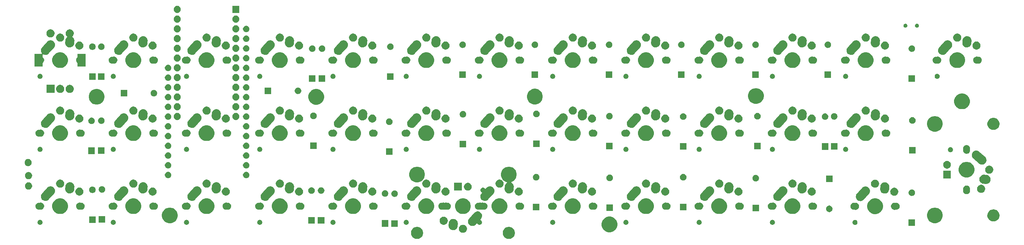
<source format=gts>
G04 #@! TF.GenerationSoftware,KiCad,Pcbnew,(5.0.1)-3*
G04 #@! TF.CreationDate,2020-01-08T22:36:58+02:00*
G04 #@! TF.ProjectId,PRKL30,50524B4C33302E6B696361645F706362,rev?*
G04 #@! TF.SameCoordinates,Original*
G04 #@! TF.FileFunction,Soldermask,Top*
G04 #@! TF.FilePolarity,Negative*
%FSLAX46Y46*%
G04 Gerber Fmt 4.6, Leading zero omitted, Abs format (unit mm)*
G04 Created by KiCad (PCBNEW (5.0.1)-3) date 01/08/20 22:36:58*
%MOMM*%
%LPD*%
G01*
G04 APERTURE LIST*
%ADD10C,0.100000*%
G04 APERTURE END LIST*
D10*
G36*
X178846606Y-110198025D02*
X179085411Y-110245526D01*
X179152924Y-110273491D01*
X179372041Y-110364252D01*
X179630007Y-110536619D01*
X179849381Y-110755993D01*
X180021748Y-111013959D01*
X180071103Y-111133114D01*
X180140474Y-111300589D01*
X180151809Y-111357573D01*
X180201000Y-111604875D01*
X180201000Y-111915125D01*
X180140474Y-112219410D01*
X180021748Y-112506041D01*
X179849381Y-112764007D01*
X179630007Y-112983381D01*
X179372041Y-113155748D01*
X179204137Y-113225296D01*
X179085411Y-113274474D01*
X178933267Y-113304737D01*
X178781125Y-113335000D01*
X178470875Y-113335000D01*
X178318733Y-113304737D01*
X178166589Y-113274474D01*
X178047863Y-113225296D01*
X177879959Y-113155748D01*
X177621993Y-112983381D01*
X177402619Y-112764007D01*
X177230252Y-112506041D01*
X177111526Y-112219410D01*
X177051000Y-111915125D01*
X177051000Y-111604875D01*
X177100191Y-111357573D01*
X177111526Y-111300589D01*
X177180897Y-111133114D01*
X177230252Y-111013959D01*
X177402619Y-110755993D01*
X177621993Y-110536619D01*
X177879959Y-110364252D01*
X178099076Y-110273491D01*
X178166589Y-110245526D01*
X178405394Y-110198025D01*
X178470875Y-110185000D01*
X178781125Y-110185000D01*
X178846606Y-110198025D01*
X178846606Y-110198025D01*
G37*
G36*
X154970606Y-110198025D02*
X155209411Y-110245526D01*
X155276924Y-110273491D01*
X155496041Y-110364252D01*
X155754007Y-110536619D01*
X155973381Y-110755993D01*
X156145748Y-111013959D01*
X156195103Y-111133114D01*
X156264474Y-111300589D01*
X156275809Y-111357573D01*
X156325000Y-111604875D01*
X156325000Y-111915125D01*
X156264474Y-112219410D01*
X156145748Y-112506041D01*
X155973381Y-112764007D01*
X155754007Y-112983381D01*
X155496041Y-113155748D01*
X155328137Y-113225296D01*
X155209411Y-113274474D01*
X155057267Y-113304737D01*
X154905125Y-113335000D01*
X154594875Y-113335000D01*
X154442733Y-113304737D01*
X154290589Y-113274474D01*
X154171863Y-113225296D01*
X154003959Y-113155748D01*
X153745993Y-112983381D01*
X153526619Y-112764007D01*
X153354252Y-112506041D01*
X153235526Y-112219410D01*
X153175000Y-111915125D01*
X153175000Y-111604875D01*
X153224191Y-111357573D01*
X153235526Y-111300589D01*
X153304897Y-111133114D01*
X153354252Y-111013959D01*
X153526619Y-110755993D01*
X153745993Y-110536619D01*
X154003959Y-110364252D01*
X154223076Y-110273491D01*
X154290589Y-110245526D01*
X154529394Y-110198025D01*
X154594875Y-110185000D01*
X154905125Y-110185000D01*
X154970606Y-110198025D01*
X154970606Y-110198025D01*
G37*
G36*
X166994565Y-109664389D02*
X167185834Y-109743615D01*
X167357976Y-109858637D01*
X167504363Y-110005024D01*
X167619385Y-110177166D01*
X167698611Y-110368435D01*
X167739000Y-110571484D01*
X167739000Y-110778516D01*
X167698611Y-110981565D01*
X167619385Y-111172834D01*
X167504363Y-111344976D01*
X167357976Y-111491363D01*
X167185834Y-111606385D01*
X166994565Y-111685611D01*
X166791516Y-111726000D01*
X166584484Y-111726000D01*
X166381435Y-111685611D01*
X166190166Y-111606385D01*
X166018024Y-111491363D01*
X165871637Y-111344976D01*
X165756615Y-111172834D01*
X165677389Y-110981565D01*
X165637000Y-110778516D01*
X165637000Y-110571484D01*
X165677389Y-110368435D01*
X165756615Y-110177166D01*
X165871637Y-110005024D01*
X166018024Y-109858637D01*
X166190166Y-109743615D01*
X166381435Y-109664389D01*
X166584484Y-109624000D01*
X166791516Y-109624000D01*
X166994565Y-109664389D01*
X166994565Y-109664389D01*
G37*
G36*
X205408252Y-107567818D02*
X205408254Y-107567819D01*
X205408255Y-107567819D01*
X205781513Y-107722427D01*
X205874374Y-107784475D01*
X206117439Y-107946886D01*
X206403114Y-108232561D01*
X206403116Y-108232564D01*
X206627573Y-108568487D01*
X206782181Y-108941745D01*
X206782182Y-108941748D01*
X206861000Y-109337993D01*
X206861000Y-109742007D01*
X206783625Y-110131000D01*
X206782181Y-110138255D01*
X206627573Y-110511513D01*
X206467532Y-110751031D01*
X206403114Y-110847439D01*
X206117439Y-111133114D01*
X206117436Y-111133116D01*
X205781513Y-111357573D01*
X205408255Y-111512181D01*
X205408254Y-111512181D01*
X205408252Y-111512182D01*
X205012007Y-111591000D01*
X204607993Y-111591000D01*
X204211748Y-111512182D01*
X204211746Y-111512181D01*
X204211745Y-111512181D01*
X203838487Y-111357573D01*
X203502564Y-111133116D01*
X203502561Y-111133114D01*
X203216886Y-110847439D01*
X203152468Y-110751031D01*
X202992427Y-110511513D01*
X202837819Y-110138255D01*
X202836376Y-110131000D01*
X202759000Y-109742007D01*
X202759000Y-109337993D01*
X202837818Y-108941748D01*
X202837819Y-108941745D01*
X202992427Y-108568487D01*
X203216884Y-108232564D01*
X203216886Y-108232561D01*
X203502561Y-107946886D01*
X203745626Y-107784475D01*
X203838487Y-107722427D01*
X204211745Y-107567819D01*
X204211746Y-107567819D01*
X204211748Y-107567818D01*
X204607993Y-107489000D01*
X205012007Y-107489000D01*
X205408252Y-107567818D01*
X205408252Y-107567818D01*
G37*
G36*
X164496829Y-108134380D02*
X164713419Y-108216547D01*
X164909818Y-108339389D01*
X165078477Y-108498186D01*
X165212915Y-108686836D01*
X165304700Y-108890827D01*
X165307968Y-108898092D01*
X165359980Y-109123826D01*
X165361436Y-109172181D01*
X165365206Y-109297348D01*
X165324288Y-109897554D01*
X165324000Y-109906032D01*
X165324000Y-109970826D01*
X165317198Y-110005024D01*
X165308176Y-110050377D01*
X165307511Y-110054006D01*
X165289078Y-110163861D01*
X165285463Y-110173389D01*
X165279742Y-110193327D01*
X165278807Y-110198027D01*
X165247529Y-110273539D01*
X165246175Y-110276953D01*
X165206911Y-110380451D01*
X165201574Y-110388983D01*
X165192074Y-110407419D01*
X165190158Y-110412045D01*
X165190156Y-110412048D01*
X165144135Y-110480923D01*
X165142096Y-110484077D01*
X165084069Y-110576850D01*
X165077320Y-110584019D01*
X165064405Y-110600248D01*
X165061459Y-110604657D01*
X165001704Y-110664412D01*
X164999146Y-110667047D01*
X164925272Y-110745509D01*
X164917509Y-110751041D01*
X164901677Y-110764439D01*
X164897660Y-110768456D01*
X164897657Y-110768458D01*
X164897656Y-110768459D01*
X164825628Y-110816587D01*
X164822583Y-110818689D01*
X164736623Y-110879947D01*
X164736620Y-110879949D01*
X164728302Y-110883691D01*
X164710149Y-110893747D01*
X164705045Y-110897158D01*
X164622723Y-110931257D01*
X164619300Y-110932736D01*
X164525376Y-110974997D01*
X164525370Y-110974999D01*
X164516916Y-110976947D01*
X164497162Y-110983266D01*
X164491027Y-110985807D01*
X164400967Y-111003721D01*
X164397287Y-111004511D01*
X164299633Y-111027011D01*
X164291478Y-111027257D01*
X164270856Y-111029602D01*
X164263826Y-111031000D01*
X164169060Y-111031000D01*
X164165303Y-111031057D01*
X164068087Y-111033985D01*
X164060559Y-111032722D01*
X164039888Y-111031000D01*
X164032173Y-111031000D01*
X163936296Y-111011929D01*
X163932645Y-111011259D01*
X163839629Y-110995652D01*
X163832998Y-110993136D01*
X163813072Y-110987418D01*
X163804973Y-110985807D01*
X163756796Y-110965852D01*
X163711950Y-110947276D01*
X163708453Y-110945889D01*
X163623039Y-110913485D01*
X163617485Y-110910012D01*
X163599044Y-110900509D01*
X163590955Y-110897158D01*
X163504920Y-110839671D01*
X163501763Y-110837630D01*
X163426640Y-110790643D01*
X163422233Y-110786493D01*
X163406002Y-110773576D01*
X163398344Y-110768459D01*
X163398343Y-110768458D01*
X163398340Y-110768456D01*
X163323412Y-110693528D01*
X163320778Y-110690971D01*
X163257981Y-110631846D01*
X163254720Y-110627270D01*
X163241323Y-110611439D01*
X163234543Y-110604659D01*
X163215960Y-110576847D01*
X163174487Y-110514780D01*
X163172402Y-110511759D01*
X163123543Y-110443197D01*
X163121393Y-110438418D01*
X163111336Y-110420267D01*
X163105842Y-110412045D01*
X163063846Y-110310657D01*
X163062362Y-110307222D01*
X163047185Y-110273491D01*
X163028491Y-110231944D01*
X163027380Y-110227122D01*
X163021058Y-110207358D01*
X163017193Y-110198027D01*
X163014602Y-110185000D01*
X162995561Y-110089275D01*
X162994775Y-110085614D01*
X162976478Y-110006206D01*
X162976335Y-110001454D01*
X162973991Y-109980835D01*
X162972000Y-109970825D01*
X162972000Y-109859359D01*
X162971944Y-109855653D01*
X162971252Y-109832685D01*
X162971712Y-109825934D01*
X162972000Y-109817468D01*
X162972000Y-109739172D01*
X162978995Y-109704004D01*
X162981107Y-109688131D01*
X163018653Y-109137379D01*
X163047380Y-108966171D01*
X163129546Y-108749581D01*
X163252389Y-108553182D01*
X163411186Y-108384523D01*
X163599835Y-108250085D01*
X163811088Y-108155033D01*
X163811090Y-108155033D01*
X163811091Y-108155032D01*
X164036825Y-108103020D01*
X164159787Y-108099317D01*
X164268371Y-108096047D01*
X164496829Y-108134380D01*
X164496829Y-108134380D01*
G37*
G36*
X149781000Y-110151000D02*
X148079000Y-110151000D01*
X148079000Y-108449000D01*
X149781000Y-108449000D01*
X149781000Y-110151000D01*
X149781000Y-110151000D01*
G37*
G36*
X147271000Y-110131000D02*
X145569000Y-110131000D01*
X145569000Y-108429000D01*
X147271000Y-108429000D01*
X147271000Y-110131000D01*
X147271000Y-110131000D01*
G37*
G36*
X170665522Y-106145245D02*
X170890511Y-106200404D01*
X171100416Y-106298396D01*
X171287171Y-106435455D01*
X171443597Y-106606315D01*
X171443598Y-106606317D01*
X171443600Y-106606319D01*
X171447145Y-106612167D01*
X171563686Y-106804409D01*
X171642821Y-107022125D01*
X171677960Y-107251096D01*
X171667755Y-107482522D01*
X171612596Y-107707512D01*
X171514604Y-107917417D01*
X171411891Y-108057372D01*
X171394131Y-108077166D01*
X171275250Y-108209661D01*
X171260752Y-108229416D01*
X171250386Y-108251620D01*
X171244551Y-108275419D01*
X171243472Y-108299900D01*
X171247189Y-108324121D01*
X171255560Y-108347151D01*
X171268263Y-108368105D01*
X171284810Y-108386179D01*
X171298842Y-108397073D01*
X171406989Y-108469335D01*
X171497662Y-108560008D01*
X171568911Y-108666639D01*
X171617983Y-108785110D01*
X171643000Y-108910881D01*
X171643000Y-109039119D01*
X171617983Y-109164890D01*
X171568911Y-109283361D01*
X171568909Y-109283364D01*
X171552205Y-109308364D01*
X171497662Y-109389992D01*
X171406992Y-109480662D01*
X171406989Y-109480664D01*
X171406988Y-109480665D01*
X171369577Y-109505662D01*
X171300361Y-109551911D01*
X171181890Y-109600983D01*
X171056119Y-109626000D01*
X170927881Y-109626000D01*
X170802110Y-109600983D01*
X170683639Y-109551911D01*
X170614423Y-109505662D01*
X170577012Y-109480665D01*
X170577011Y-109480664D01*
X170577008Y-109480662D01*
X170486335Y-109389989D01*
X170460481Y-109351296D01*
X170444936Y-109332354D01*
X170425994Y-109316809D01*
X170404383Y-109305258D01*
X170380934Y-109298145D01*
X170356547Y-109295743D01*
X170332161Y-109298145D01*
X170308712Y-109305258D01*
X170287101Y-109316810D01*
X170263511Y-109337262D01*
X170125158Y-109491460D01*
X170114267Y-109505488D01*
X170101459Y-109524657D01*
X170044609Y-109581507D01*
X170039961Y-109586413D01*
X170024739Y-109603378D01*
X170003066Y-109623220D01*
X169999107Y-109627009D01*
X169937659Y-109688457D01*
X169923935Y-109697627D01*
X169908972Y-109709365D01*
X169896694Y-109720606D01*
X169821962Y-109765910D01*
X169817316Y-109768868D01*
X169745045Y-109817158D01*
X169729787Y-109823478D01*
X169712846Y-109832059D01*
X169698601Y-109840694D01*
X169616448Y-109870555D01*
X169611394Y-109872518D01*
X169531027Y-109905807D01*
X169531026Y-109905807D01*
X169531024Y-109905808D01*
X169519840Y-109908032D01*
X169514831Y-109909029D01*
X169496526Y-109914143D01*
X169480885Y-109919828D01*
X169480881Y-109919829D01*
X169480880Y-109919829D01*
X169394551Y-109933078D01*
X169389127Y-109934033D01*
X169303827Y-109951000D01*
X169287300Y-109951000D01*
X169268355Y-109952445D01*
X169251914Y-109954968D01*
X169164640Y-109951120D01*
X169159200Y-109951000D01*
X169072172Y-109951000D01*
X169055953Y-109947774D01*
X169037095Y-109945495D01*
X169020489Y-109944763D01*
X168935693Y-109923974D01*
X168930368Y-109922793D01*
X168844973Y-109905807D01*
X168829679Y-109899472D01*
X168811620Y-109893556D01*
X168795499Y-109889604D01*
X168716468Y-109852709D01*
X168711457Y-109850503D01*
X168630955Y-109817158D01*
X168617176Y-109807951D01*
X168600614Y-109798624D01*
X168585594Y-109791612D01*
X168550573Y-109765910D01*
X168515343Y-109740055D01*
X168510832Y-109736894D01*
X168438341Y-109688457D01*
X168426618Y-109676734D01*
X168412187Y-109664349D01*
X168398845Y-109654557D01*
X168398844Y-109654556D01*
X168398840Y-109654553D01*
X168340010Y-109590295D01*
X168336224Y-109586340D01*
X168274541Y-109524657D01*
X168265318Y-109510854D01*
X168253582Y-109495894D01*
X168242416Y-109483697D01*
X168242415Y-109483695D01*
X168242413Y-109483693D01*
X168197277Y-109409238D01*
X168194339Y-109404625D01*
X168145842Y-109332045D01*
X168139483Y-109316693D01*
X168130900Y-109299745D01*
X168122324Y-109285599D01*
X168092602Y-109203826D01*
X168090631Y-109198754D01*
X168057193Y-109118027D01*
X168053949Y-109101717D01*
X168048832Y-109083405D01*
X168043189Y-109067880D01*
X168030002Y-108981954D01*
X168029047Y-108976530D01*
X168012000Y-108890827D01*
X168012000Y-108874180D01*
X168010553Y-108855219D01*
X168008051Y-108838917D01*
X168008050Y-108838912D01*
X168011880Y-108752046D01*
X168012000Y-108746606D01*
X168012000Y-108659173D01*
X168015249Y-108642839D01*
X168017528Y-108623980D01*
X168018255Y-108607487D01*
X168038955Y-108523055D01*
X168040132Y-108517747D01*
X168044023Y-108498187D01*
X168057193Y-108431973D01*
X168063571Y-108416576D01*
X168069487Y-108398516D01*
X168073414Y-108382497D01*
X168110160Y-108303785D01*
X168112367Y-108298772D01*
X168131898Y-108251620D01*
X168145842Y-108217955D01*
X168155106Y-108204091D01*
X168164435Y-108187525D01*
X168171406Y-108172593D01*
X168171406Y-108172592D01*
X168222790Y-108102577D01*
X168225937Y-108098085D01*
X168274543Y-108025341D01*
X168331727Y-107968157D01*
X168336378Y-107963248D01*
X169661266Y-106486634D01*
X169789315Y-106369402D01*
X169867320Y-106322114D01*
X169987408Y-106249314D01*
X170205124Y-106170179D01*
X170434095Y-106135040D01*
X170665522Y-106145245D01*
X170665522Y-106145245D01*
G37*
G36*
X284315000Y-109907000D02*
X282613000Y-109907000D01*
X282613000Y-108205000D01*
X284315000Y-108205000D01*
X284315000Y-109907000D01*
X284315000Y-109907000D01*
G37*
G36*
X268869890Y-108374017D02*
X268988361Y-108423089D01*
X268988364Y-108423091D01*
X269090820Y-108491550D01*
X269094992Y-108494338D01*
X269185662Y-108585008D01*
X269185664Y-108585011D01*
X269185665Y-108585012D01*
X269248141Y-108678514D01*
X269256911Y-108691639D01*
X269305983Y-108810110D01*
X269331000Y-108935881D01*
X269331000Y-109064119D01*
X269305983Y-109189890D01*
X269256911Y-109308361D01*
X269256909Y-109308364D01*
X269189484Y-109409273D01*
X269185662Y-109414992D01*
X269094992Y-109505662D01*
X269094989Y-109505664D01*
X269094988Y-109505665D01*
X269025779Y-109551909D01*
X268988361Y-109576911D01*
X268869890Y-109625983D01*
X268744119Y-109651000D01*
X268615881Y-109651000D01*
X268490110Y-109625983D01*
X268371639Y-109576911D01*
X268334221Y-109551909D01*
X268265012Y-109505665D01*
X268265011Y-109505664D01*
X268265008Y-109505662D01*
X268174338Y-109414992D01*
X268170517Y-109409273D01*
X268103091Y-109308364D01*
X268103089Y-109308361D01*
X268054017Y-109189890D01*
X268029000Y-109064119D01*
X268029000Y-108935881D01*
X268054017Y-108810110D01*
X268103089Y-108691639D01*
X268111859Y-108678514D01*
X268174335Y-108585012D01*
X268174336Y-108585011D01*
X268174338Y-108585008D01*
X268265008Y-108494338D01*
X268269181Y-108491550D01*
X268371636Y-108423091D01*
X268371639Y-108423089D01*
X268490110Y-108374017D01*
X268615881Y-108349000D01*
X268744119Y-108349000D01*
X268869890Y-108374017D01*
X268869890Y-108374017D01*
G37*
G36*
X228331890Y-108349017D02*
X228450361Y-108398089D01*
X228450364Y-108398091D01*
X228526555Y-108449000D01*
X228556992Y-108469338D01*
X228647662Y-108560008D01*
X228718911Y-108666639D01*
X228767983Y-108785110D01*
X228793000Y-108910881D01*
X228793000Y-109039119D01*
X228767983Y-109164890D01*
X228718911Y-109283361D01*
X228718909Y-109283364D01*
X228702205Y-109308364D01*
X228647662Y-109389992D01*
X228556992Y-109480662D01*
X228556989Y-109480664D01*
X228556988Y-109480665D01*
X228519577Y-109505662D01*
X228450361Y-109551911D01*
X228331890Y-109600983D01*
X228206119Y-109626000D01*
X228077881Y-109626000D01*
X227952110Y-109600983D01*
X227833639Y-109551911D01*
X227764423Y-109505662D01*
X227727012Y-109480665D01*
X227727011Y-109480664D01*
X227727008Y-109480662D01*
X227636338Y-109389992D01*
X227581796Y-109308364D01*
X227565091Y-109283364D01*
X227565089Y-109283361D01*
X227516017Y-109164890D01*
X227491000Y-109039119D01*
X227491000Y-108910881D01*
X227516017Y-108785110D01*
X227565089Y-108666639D01*
X227636338Y-108560008D01*
X227727008Y-108469338D01*
X227757446Y-108449000D01*
X227833636Y-108398091D01*
X227833639Y-108398089D01*
X227952110Y-108349017D01*
X228077881Y-108324000D01*
X228206119Y-108324000D01*
X228331890Y-108349017D01*
X228331890Y-108349017D01*
G37*
G36*
X161994565Y-107564389D02*
X162185834Y-107643615D01*
X162357976Y-107758637D01*
X162504363Y-107905024D01*
X162619385Y-108077166D01*
X162698611Y-108268435D01*
X162739000Y-108471484D01*
X162739000Y-108678516D01*
X162698611Y-108881565D01*
X162619385Y-109072834D01*
X162504363Y-109244976D01*
X162357976Y-109391363D01*
X162185834Y-109506385D01*
X161994565Y-109585611D01*
X161791516Y-109626000D01*
X161584484Y-109626000D01*
X161381435Y-109585611D01*
X161190166Y-109506385D01*
X161018024Y-109391363D01*
X160871637Y-109244976D01*
X160756615Y-109072834D01*
X160677389Y-108881565D01*
X160637000Y-108678516D01*
X160637000Y-108471484D01*
X160677389Y-108268435D01*
X160756615Y-108077166D01*
X160871637Y-107905024D01*
X161018024Y-107758637D01*
X161190166Y-107643615D01*
X161381435Y-107564389D01*
X161584484Y-107524000D01*
X161791516Y-107524000D01*
X161994565Y-107564389D01*
X161994565Y-107564389D01*
G37*
G36*
X56882390Y-108349017D02*
X57000861Y-108398089D01*
X57000864Y-108398091D01*
X57077055Y-108449000D01*
X57107492Y-108469338D01*
X57198162Y-108560008D01*
X57269411Y-108666639D01*
X57318483Y-108785110D01*
X57343500Y-108910881D01*
X57343500Y-109039119D01*
X57318483Y-109164890D01*
X57269411Y-109283361D01*
X57269409Y-109283364D01*
X57252705Y-109308364D01*
X57198162Y-109389992D01*
X57107492Y-109480662D01*
X57107489Y-109480664D01*
X57107488Y-109480665D01*
X57070077Y-109505662D01*
X57000861Y-109551911D01*
X56882390Y-109600983D01*
X56756619Y-109626000D01*
X56628381Y-109626000D01*
X56502610Y-109600983D01*
X56384139Y-109551911D01*
X56314923Y-109505662D01*
X56277512Y-109480665D01*
X56277511Y-109480664D01*
X56277508Y-109480662D01*
X56186838Y-109389992D01*
X56132296Y-109308364D01*
X56115591Y-109283364D01*
X56115589Y-109283361D01*
X56066517Y-109164890D01*
X56041500Y-109039119D01*
X56041500Y-108910881D01*
X56066517Y-108785110D01*
X56115589Y-108666639D01*
X56186838Y-108560008D01*
X56277508Y-108469338D01*
X56307946Y-108449000D01*
X56384136Y-108398091D01*
X56384139Y-108398089D01*
X56502610Y-108349017D01*
X56628381Y-108324000D01*
X56756619Y-108324000D01*
X56882390Y-108349017D01*
X56882390Y-108349017D01*
G37*
G36*
X94981890Y-108349017D02*
X95100361Y-108398089D01*
X95100364Y-108398091D01*
X95176555Y-108449000D01*
X95206992Y-108469338D01*
X95297662Y-108560008D01*
X95368911Y-108666639D01*
X95417983Y-108785110D01*
X95443000Y-108910881D01*
X95443000Y-109039119D01*
X95417983Y-109164890D01*
X95368911Y-109283361D01*
X95368909Y-109283364D01*
X95352205Y-109308364D01*
X95297662Y-109389992D01*
X95206992Y-109480662D01*
X95206989Y-109480664D01*
X95206988Y-109480665D01*
X95169577Y-109505662D01*
X95100361Y-109551911D01*
X94981890Y-109600983D01*
X94856119Y-109626000D01*
X94727881Y-109626000D01*
X94602110Y-109600983D01*
X94483639Y-109551911D01*
X94414423Y-109505662D01*
X94377012Y-109480665D01*
X94377011Y-109480664D01*
X94377008Y-109480662D01*
X94286338Y-109389992D01*
X94231796Y-109308364D01*
X94215091Y-109283364D01*
X94215089Y-109283361D01*
X94166017Y-109164890D01*
X94141000Y-109039119D01*
X94141000Y-108910881D01*
X94166017Y-108785110D01*
X94215089Y-108666639D01*
X94286338Y-108560008D01*
X94377008Y-108469338D01*
X94407446Y-108449000D01*
X94483636Y-108398091D01*
X94483639Y-108398089D01*
X94602110Y-108349017D01*
X94727881Y-108324000D01*
X94856119Y-108324000D01*
X94981890Y-108349017D01*
X94981890Y-108349017D01*
G37*
G36*
X114031890Y-108349017D02*
X114150361Y-108398089D01*
X114150364Y-108398091D01*
X114226555Y-108449000D01*
X114256992Y-108469338D01*
X114347662Y-108560008D01*
X114418911Y-108666639D01*
X114467983Y-108785110D01*
X114493000Y-108910881D01*
X114493000Y-109039119D01*
X114467983Y-109164890D01*
X114418911Y-109283361D01*
X114418909Y-109283364D01*
X114402205Y-109308364D01*
X114347662Y-109389992D01*
X114256992Y-109480662D01*
X114256989Y-109480664D01*
X114256988Y-109480665D01*
X114219577Y-109505662D01*
X114150361Y-109551911D01*
X114031890Y-109600983D01*
X113906119Y-109626000D01*
X113777881Y-109626000D01*
X113652110Y-109600983D01*
X113533639Y-109551911D01*
X113464423Y-109505662D01*
X113427012Y-109480665D01*
X113427011Y-109480664D01*
X113427008Y-109480662D01*
X113336338Y-109389992D01*
X113281796Y-109308364D01*
X113265091Y-109283364D01*
X113265089Y-109283361D01*
X113216017Y-109164890D01*
X113191000Y-109039119D01*
X113191000Y-108910881D01*
X113216017Y-108785110D01*
X113265089Y-108666639D01*
X113336338Y-108560008D01*
X113427008Y-108469338D01*
X113457446Y-108449000D01*
X113533636Y-108398091D01*
X113533639Y-108398089D01*
X113652110Y-108349017D01*
X113777881Y-108324000D01*
X113906119Y-108324000D01*
X114031890Y-108349017D01*
X114031890Y-108349017D01*
G37*
G36*
X133081890Y-108349017D02*
X133200361Y-108398089D01*
X133200364Y-108398091D01*
X133276555Y-108449000D01*
X133306992Y-108469338D01*
X133397662Y-108560008D01*
X133468911Y-108666639D01*
X133517983Y-108785110D01*
X133543000Y-108910881D01*
X133543000Y-109039119D01*
X133517983Y-109164890D01*
X133468911Y-109283361D01*
X133468909Y-109283364D01*
X133452205Y-109308364D01*
X133397662Y-109389992D01*
X133306992Y-109480662D01*
X133306989Y-109480664D01*
X133306988Y-109480665D01*
X133269577Y-109505662D01*
X133200361Y-109551911D01*
X133081890Y-109600983D01*
X132956119Y-109626000D01*
X132827881Y-109626000D01*
X132702110Y-109600983D01*
X132583639Y-109551911D01*
X132514423Y-109505662D01*
X132477012Y-109480665D01*
X132477011Y-109480664D01*
X132477008Y-109480662D01*
X132386338Y-109389992D01*
X132331796Y-109308364D01*
X132315091Y-109283364D01*
X132315089Y-109283361D01*
X132266017Y-109164890D01*
X132241000Y-109039119D01*
X132241000Y-108910881D01*
X132266017Y-108785110D01*
X132315089Y-108666639D01*
X132386338Y-108560008D01*
X132477008Y-108469338D01*
X132507446Y-108449000D01*
X132583636Y-108398091D01*
X132583639Y-108398089D01*
X132702110Y-108349017D01*
X132827881Y-108324000D01*
X132956119Y-108324000D01*
X133081890Y-108349017D01*
X133081890Y-108349017D01*
G37*
G36*
X152131890Y-108349017D02*
X152250361Y-108398089D01*
X152250364Y-108398091D01*
X152326555Y-108449000D01*
X152356992Y-108469338D01*
X152447662Y-108560008D01*
X152518911Y-108666639D01*
X152567983Y-108785110D01*
X152593000Y-108910881D01*
X152593000Y-109039119D01*
X152567983Y-109164890D01*
X152518911Y-109283361D01*
X152518909Y-109283364D01*
X152502205Y-109308364D01*
X152447662Y-109389992D01*
X152356992Y-109480662D01*
X152356989Y-109480664D01*
X152356988Y-109480665D01*
X152319577Y-109505662D01*
X152250361Y-109551911D01*
X152131890Y-109600983D01*
X152006119Y-109626000D01*
X151877881Y-109626000D01*
X151752110Y-109600983D01*
X151633639Y-109551911D01*
X151564423Y-109505662D01*
X151527012Y-109480665D01*
X151527011Y-109480664D01*
X151527008Y-109480662D01*
X151436338Y-109389992D01*
X151381796Y-109308364D01*
X151365091Y-109283364D01*
X151365089Y-109283361D01*
X151316017Y-109164890D01*
X151291000Y-109039119D01*
X151291000Y-108910881D01*
X151316017Y-108785110D01*
X151365089Y-108666639D01*
X151436338Y-108560008D01*
X151527008Y-108469338D01*
X151557446Y-108449000D01*
X151633636Y-108398091D01*
X151633639Y-108398089D01*
X151752110Y-108349017D01*
X151877881Y-108324000D01*
X152006119Y-108324000D01*
X152131890Y-108349017D01*
X152131890Y-108349017D01*
G37*
G36*
X190231890Y-108349017D02*
X190350361Y-108398089D01*
X190350364Y-108398091D01*
X190426555Y-108449000D01*
X190456992Y-108469338D01*
X190547662Y-108560008D01*
X190618911Y-108666639D01*
X190667983Y-108785110D01*
X190693000Y-108910881D01*
X190693000Y-109039119D01*
X190667983Y-109164890D01*
X190618911Y-109283361D01*
X190618909Y-109283364D01*
X190602205Y-109308364D01*
X190547662Y-109389992D01*
X190456992Y-109480662D01*
X190456989Y-109480664D01*
X190456988Y-109480665D01*
X190419577Y-109505662D01*
X190350361Y-109551911D01*
X190231890Y-109600983D01*
X190106119Y-109626000D01*
X189977881Y-109626000D01*
X189852110Y-109600983D01*
X189733639Y-109551911D01*
X189664423Y-109505662D01*
X189627012Y-109480665D01*
X189627011Y-109480664D01*
X189627008Y-109480662D01*
X189536338Y-109389992D01*
X189481796Y-109308364D01*
X189465091Y-109283364D01*
X189465089Y-109283361D01*
X189416017Y-109164890D01*
X189391000Y-109039119D01*
X189391000Y-108910881D01*
X189416017Y-108785110D01*
X189465089Y-108666639D01*
X189536338Y-108560008D01*
X189627008Y-108469338D01*
X189657446Y-108449000D01*
X189733636Y-108398091D01*
X189733639Y-108398089D01*
X189852110Y-108349017D01*
X189977881Y-108324000D01*
X190106119Y-108324000D01*
X190231890Y-108349017D01*
X190231890Y-108349017D01*
G37*
G36*
X209281890Y-108349017D02*
X209400361Y-108398089D01*
X209400364Y-108398091D01*
X209476555Y-108449000D01*
X209506992Y-108469338D01*
X209597662Y-108560008D01*
X209668911Y-108666639D01*
X209717983Y-108785110D01*
X209743000Y-108910881D01*
X209743000Y-109039119D01*
X209717983Y-109164890D01*
X209668911Y-109283361D01*
X209668909Y-109283364D01*
X209652205Y-109308364D01*
X209597662Y-109389992D01*
X209506992Y-109480662D01*
X209506989Y-109480664D01*
X209506988Y-109480665D01*
X209469577Y-109505662D01*
X209400361Y-109551911D01*
X209281890Y-109600983D01*
X209156119Y-109626000D01*
X209027881Y-109626000D01*
X208902110Y-109600983D01*
X208783639Y-109551911D01*
X208714423Y-109505662D01*
X208677012Y-109480665D01*
X208677011Y-109480664D01*
X208677008Y-109480662D01*
X208586338Y-109389992D01*
X208531796Y-109308364D01*
X208515091Y-109283364D01*
X208515089Y-109283361D01*
X208466017Y-109164890D01*
X208441000Y-109039119D01*
X208441000Y-108910881D01*
X208466017Y-108785110D01*
X208515089Y-108666639D01*
X208586338Y-108560008D01*
X208677008Y-108469338D01*
X208707446Y-108449000D01*
X208783636Y-108398091D01*
X208783639Y-108398089D01*
X208902110Y-108349017D01*
X209027881Y-108324000D01*
X209156119Y-108324000D01*
X209281890Y-108349017D01*
X209281890Y-108349017D01*
G37*
G36*
X247381890Y-108349017D02*
X247500361Y-108398089D01*
X247500364Y-108398091D01*
X247576555Y-108449000D01*
X247606992Y-108469338D01*
X247697662Y-108560008D01*
X247768911Y-108666639D01*
X247817983Y-108785110D01*
X247843000Y-108910881D01*
X247843000Y-109039119D01*
X247817983Y-109164890D01*
X247768911Y-109283361D01*
X247768909Y-109283364D01*
X247752205Y-109308364D01*
X247697662Y-109389992D01*
X247606992Y-109480662D01*
X247606989Y-109480664D01*
X247606988Y-109480665D01*
X247569577Y-109505662D01*
X247500361Y-109551911D01*
X247381890Y-109600983D01*
X247256119Y-109626000D01*
X247127881Y-109626000D01*
X247002110Y-109600983D01*
X246883639Y-109551911D01*
X246814423Y-109505662D01*
X246777012Y-109480665D01*
X246777011Y-109480664D01*
X246777008Y-109480662D01*
X246686338Y-109389992D01*
X246631796Y-109308364D01*
X246615091Y-109283364D01*
X246615089Y-109283361D01*
X246566017Y-109164890D01*
X246541000Y-109039119D01*
X246541000Y-108910881D01*
X246566017Y-108785110D01*
X246615089Y-108666639D01*
X246686338Y-108560008D01*
X246777008Y-108469338D01*
X246807446Y-108449000D01*
X246883636Y-108398091D01*
X246883639Y-108398089D01*
X247002110Y-108349017D01*
X247127881Y-108324000D01*
X247256119Y-108324000D01*
X247381890Y-108349017D01*
X247381890Y-108349017D01*
G37*
G36*
X75932390Y-108349017D02*
X76050861Y-108398089D01*
X76050864Y-108398091D01*
X76127055Y-108449000D01*
X76157492Y-108469338D01*
X76248162Y-108560008D01*
X76319411Y-108666639D01*
X76368483Y-108785110D01*
X76393500Y-108910881D01*
X76393500Y-109039119D01*
X76368483Y-109164890D01*
X76319411Y-109283361D01*
X76319409Y-109283364D01*
X76302705Y-109308364D01*
X76248162Y-109389992D01*
X76157492Y-109480662D01*
X76157489Y-109480664D01*
X76157488Y-109480665D01*
X76120077Y-109505662D01*
X76050861Y-109551911D01*
X75932390Y-109600983D01*
X75806619Y-109626000D01*
X75678381Y-109626000D01*
X75552610Y-109600983D01*
X75434139Y-109551911D01*
X75364923Y-109505662D01*
X75327512Y-109480665D01*
X75327511Y-109480664D01*
X75327508Y-109480662D01*
X75236838Y-109389992D01*
X75182296Y-109308364D01*
X75165591Y-109283364D01*
X75165589Y-109283361D01*
X75116517Y-109164890D01*
X75091500Y-109039119D01*
X75091500Y-108910881D01*
X75116517Y-108785110D01*
X75165589Y-108666639D01*
X75236838Y-108560008D01*
X75327508Y-108469338D01*
X75357946Y-108449000D01*
X75434136Y-108398091D01*
X75434139Y-108398089D01*
X75552610Y-108349017D01*
X75678381Y-108324000D01*
X75806619Y-108324000D01*
X75932390Y-108349017D01*
X75932390Y-108349017D01*
G37*
G36*
X128151000Y-109351000D02*
X126449000Y-109351000D01*
X126449000Y-107649000D01*
X128151000Y-107649000D01*
X128151000Y-109351000D01*
X128151000Y-109351000D01*
G37*
G36*
X130651000Y-109351000D02*
X128949000Y-109351000D01*
X128949000Y-107649000D01*
X130651000Y-107649000D01*
X130651000Y-109351000D01*
X130651000Y-109351000D01*
G37*
G36*
X91048252Y-105227818D02*
X91048254Y-105227819D01*
X91048255Y-105227819D01*
X91421513Y-105382427D01*
X91740565Y-105595611D01*
X91757439Y-105606886D01*
X92043114Y-105892561D01*
X92043116Y-105892564D01*
X92267573Y-106228487D01*
X92417949Y-106591528D01*
X92422182Y-106601748D01*
X92501000Y-106997993D01*
X92501000Y-107402007D01*
X92435193Y-107732842D01*
X92422181Y-107798255D01*
X92267573Y-108171513D01*
X92150215Y-108347151D01*
X92043114Y-108507439D01*
X91757439Y-108793114D01*
X91757436Y-108793116D01*
X91421513Y-109017573D01*
X91048255Y-109172181D01*
X91048254Y-109172181D01*
X91048252Y-109172182D01*
X90652007Y-109251000D01*
X90247993Y-109251000D01*
X89851748Y-109172182D01*
X89851746Y-109172181D01*
X89851745Y-109172181D01*
X89478487Y-109017573D01*
X89142564Y-108793116D01*
X89142561Y-108793114D01*
X88856886Y-108507439D01*
X88749785Y-108347151D01*
X88632427Y-108171513D01*
X88477819Y-107798255D01*
X88464808Y-107732842D01*
X88399000Y-107402007D01*
X88399000Y-106997993D01*
X88477818Y-106601748D01*
X88482051Y-106591528D01*
X88632427Y-106228487D01*
X88856884Y-105892564D01*
X88856886Y-105892561D01*
X89142561Y-105606886D01*
X89159435Y-105595611D01*
X89478487Y-105382427D01*
X89851745Y-105227819D01*
X89851746Y-105227819D01*
X89851748Y-105227818D01*
X90247993Y-105149000D01*
X90652007Y-105149000D01*
X91048252Y-105227818D01*
X91048252Y-105227818D01*
G37*
G36*
X290041472Y-105221684D02*
X290041474Y-105221685D01*
X290041475Y-105221685D01*
X290413623Y-105375833D01*
X290748548Y-105599623D01*
X291033377Y-105884452D01*
X291257167Y-106219377D01*
X291349363Y-106441959D01*
X291411316Y-106591528D01*
X291489900Y-106986594D01*
X291489900Y-107389406D01*
X291423658Y-107722427D01*
X291411315Y-107784475D01*
X291257167Y-108156623D01*
X291033377Y-108491548D01*
X290748548Y-108776377D01*
X290413623Y-109000167D01*
X290041475Y-109154315D01*
X290041474Y-109154315D01*
X290041472Y-109154316D01*
X289646406Y-109232900D01*
X289243594Y-109232900D01*
X288848528Y-109154316D01*
X288848526Y-109154315D01*
X288848525Y-109154315D01*
X288476377Y-109000167D01*
X288141452Y-108776377D01*
X287856623Y-108491548D01*
X287632833Y-108156623D01*
X287478685Y-107784475D01*
X287466343Y-107722427D01*
X287400100Y-107389406D01*
X287400100Y-106986594D01*
X287478684Y-106591528D01*
X287540637Y-106441959D01*
X287632833Y-106219377D01*
X287856623Y-105884452D01*
X288141452Y-105599623D01*
X288476377Y-105375833D01*
X288848525Y-105221685D01*
X288848526Y-105221685D01*
X288848528Y-105221684D01*
X289243594Y-105143100D01*
X289646406Y-105143100D01*
X290041472Y-105221684D01*
X290041472Y-105221684D01*
G37*
G36*
X71151000Y-109151000D02*
X69449000Y-109151000D01*
X69449000Y-107449000D01*
X71151000Y-107449000D01*
X71151000Y-109151000D01*
X71151000Y-109151000D01*
G37*
G36*
X73651000Y-109051000D02*
X71949000Y-109051000D01*
X71949000Y-107349000D01*
X73651000Y-107349000D01*
X73651000Y-109051000D01*
X73651000Y-109051000D01*
G37*
G36*
X304982776Y-105641375D02*
X305144411Y-105673526D01*
X305263137Y-105722704D01*
X305431041Y-105792252D01*
X305689007Y-105964619D01*
X305908381Y-106183993D01*
X306080748Y-106441959D01*
X306148826Y-106606315D01*
X306199474Y-106728589D01*
X306229737Y-106880733D01*
X306253062Y-106997993D01*
X306260000Y-107032876D01*
X306260000Y-107343124D01*
X306199474Y-107647411D01*
X306174579Y-107707512D01*
X306080748Y-107934041D01*
X305908381Y-108192007D01*
X305689007Y-108411381D01*
X305431041Y-108583748D01*
X305288382Y-108642839D01*
X305144411Y-108702474D01*
X305035221Y-108724193D01*
X304840125Y-108763000D01*
X304529875Y-108763000D01*
X304334779Y-108724193D01*
X304225589Y-108702474D01*
X304081618Y-108642839D01*
X303938959Y-108583748D01*
X303680993Y-108411381D01*
X303461619Y-108192007D01*
X303289252Y-107934041D01*
X303195421Y-107707512D01*
X303170526Y-107647411D01*
X303110000Y-107343124D01*
X303110000Y-107032876D01*
X303116939Y-106997993D01*
X303140263Y-106880733D01*
X303170526Y-106728589D01*
X303221174Y-106606315D01*
X303289252Y-106441959D01*
X303461619Y-106183993D01*
X303680993Y-105964619D01*
X303938959Y-105792252D01*
X304106863Y-105722704D01*
X304225589Y-105673526D01*
X304387224Y-105641375D01*
X304529875Y-105613000D01*
X304840125Y-105613000D01*
X304982776Y-105641375D01*
X304982776Y-105641375D01*
G37*
G36*
X274496472Y-102833684D02*
X274496474Y-102833685D01*
X274496475Y-102833685D01*
X274868623Y-102987833D01*
X275203548Y-103211623D01*
X275488377Y-103496452D01*
X275712167Y-103831377D01*
X275855961Y-104178528D01*
X275866316Y-104203528D01*
X275944900Y-104598594D01*
X275944900Y-105001406D01*
X275869110Y-105382428D01*
X275866315Y-105396475D01*
X275712167Y-105768623D01*
X275488377Y-106103548D01*
X275203548Y-106388377D01*
X274868623Y-106612167D01*
X274496475Y-106766315D01*
X274496474Y-106766315D01*
X274496472Y-106766316D01*
X274101406Y-106844900D01*
X273698594Y-106844900D01*
X273303528Y-106766316D01*
X273303526Y-106766315D01*
X273303525Y-106766315D01*
X272931377Y-106612167D01*
X272596452Y-106388377D01*
X272311623Y-106103548D01*
X272087833Y-105768623D01*
X271933685Y-105396475D01*
X271930891Y-105382428D01*
X271855100Y-105001406D01*
X271855100Y-104598594D01*
X271933684Y-104203528D01*
X271944039Y-104178528D01*
X272087833Y-103831377D01*
X272311623Y-103496452D01*
X272596452Y-103211623D01*
X272931377Y-102987833D01*
X273303525Y-102833685D01*
X273303526Y-102833685D01*
X273303528Y-102833684D01*
X273698594Y-102755100D01*
X274101406Y-102755100D01*
X274496472Y-102833684D01*
X274496472Y-102833684D01*
G37*
G36*
X167284472Y-102808684D02*
X167284474Y-102808685D01*
X167284475Y-102808685D01*
X167656623Y-102962833D01*
X167991548Y-103186623D01*
X168276377Y-103471452D01*
X168500167Y-103806377D01*
X168654315Y-104178525D01*
X168654316Y-104178528D01*
X168732900Y-104573594D01*
X168732900Y-104976406D01*
X168658716Y-105349354D01*
X168654315Y-105371475D01*
X168500167Y-105743623D01*
X168276377Y-106078548D01*
X167991548Y-106363377D01*
X167656623Y-106587167D01*
X167284475Y-106741315D01*
X167284474Y-106741315D01*
X167284472Y-106741316D01*
X166889406Y-106819900D01*
X166486594Y-106819900D01*
X166091528Y-106741316D01*
X166091526Y-106741315D01*
X166091525Y-106741315D01*
X165719377Y-106587167D01*
X165384452Y-106363377D01*
X165099623Y-106078548D01*
X164875833Y-105743623D01*
X164721685Y-105371475D01*
X164717285Y-105349354D01*
X164643100Y-104976406D01*
X164643100Y-104573594D01*
X164721684Y-104178528D01*
X164721685Y-104178525D01*
X164875833Y-103806377D01*
X165099623Y-103471452D01*
X165384452Y-103186623D01*
X165719377Y-102962833D01*
X166091525Y-102808685D01*
X166091526Y-102808685D01*
X166091528Y-102808684D01*
X166486594Y-102730100D01*
X166889406Y-102730100D01*
X167284472Y-102808684D01*
X167284472Y-102808684D01*
G37*
G36*
X81558972Y-102808684D02*
X81558974Y-102808685D01*
X81558975Y-102808685D01*
X81931123Y-102962833D01*
X82266048Y-103186623D01*
X82550877Y-103471452D01*
X82774667Y-103806377D01*
X82928815Y-104178525D01*
X82928816Y-104178528D01*
X83007400Y-104573594D01*
X83007400Y-104976406D01*
X82933216Y-105349354D01*
X82928815Y-105371475D01*
X82774667Y-105743623D01*
X82550877Y-106078548D01*
X82266048Y-106363377D01*
X81931123Y-106587167D01*
X81558975Y-106741315D01*
X81558974Y-106741315D01*
X81558972Y-106741316D01*
X81163906Y-106819900D01*
X80761094Y-106819900D01*
X80366028Y-106741316D01*
X80366026Y-106741315D01*
X80366025Y-106741315D01*
X79993877Y-106587167D01*
X79658952Y-106363377D01*
X79374123Y-106078548D01*
X79150333Y-105743623D01*
X78996185Y-105371475D01*
X78991785Y-105349354D01*
X78917600Y-104976406D01*
X78917600Y-104573594D01*
X78996184Y-104178528D01*
X78996185Y-104178525D01*
X79150333Y-103806377D01*
X79374123Y-103471452D01*
X79658952Y-103186623D01*
X79993877Y-102962833D01*
X80366025Y-102808685D01*
X80366026Y-102808685D01*
X80366028Y-102808684D01*
X80761094Y-102730100D01*
X81163906Y-102730100D01*
X81558972Y-102808684D01*
X81558972Y-102808684D01*
G37*
G36*
X119658472Y-102808684D02*
X119658474Y-102808685D01*
X119658475Y-102808685D01*
X120030623Y-102962833D01*
X120365548Y-103186623D01*
X120650377Y-103471452D01*
X120874167Y-103806377D01*
X121028315Y-104178525D01*
X121028316Y-104178528D01*
X121106900Y-104573594D01*
X121106900Y-104976406D01*
X121032716Y-105349354D01*
X121028315Y-105371475D01*
X120874167Y-105743623D01*
X120650377Y-106078548D01*
X120365548Y-106363377D01*
X120030623Y-106587167D01*
X119658475Y-106741315D01*
X119658474Y-106741315D01*
X119658472Y-106741316D01*
X119263406Y-106819900D01*
X118860594Y-106819900D01*
X118465528Y-106741316D01*
X118465526Y-106741315D01*
X118465525Y-106741315D01*
X118093377Y-106587167D01*
X117758452Y-106363377D01*
X117473623Y-106078548D01*
X117249833Y-105743623D01*
X117095685Y-105371475D01*
X117091285Y-105349354D01*
X117017100Y-104976406D01*
X117017100Y-104573594D01*
X117095684Y-104178528D01*
X117095685Y-104178525D01*
X117249833Y-103806377D01*
X117473623Y-103471452D01*
X117758452Y-103186623D01*
X118093377Y-102962833D01*
X118465525Y-102808685D01*
X118465526Y-102808685D01*
X118465528Y-102808684D01*
X118860594Y-102730100D01*
X119263406Y-102730100D01*
X119658472Y-102808684D01*
X119658472Y-102808684D01*
G37*
G36*
X100608472Y-102808684D02*
X100608474Y-102808685D01*
X100608475Y-102808685D01*
X100980623Y-102962833D01*
X101315548Y-103186623D01*
X101600377Y-103471452D01*
X101824167Y-103806377D01*
X101978315Y-104178525D01*
X101978316Y-104178528D01*
X102056900Y-104573594D01*
X102056900Y-104976406D01*
X101982716Y-105349354D01*
X101978315Y-105371475D01*
X101824167Y-105743623D01*
X101600377Y-106078548D01*
X101315548Y-106363377D01*
X100980623Y-106587167D01*
X100608475Y-106741315D01*
X100608474Y-106741315D01*
X100608472Y-106741316D01*
X100213406Y-106819900D01*
X99810594Y-106819900D01*
X99415528Y-106741316D01*
X99415526Y-106741315D01*
X99415525Y-106741315D01*
X99043377Y-106587167D01*
X98708452Y-106363377D01*
X98423623Y-106078548D01*
X98199833Y-105743623D01*
X98045685Y-105371475D01*
X98041285Y-105349354D01*
X97967100Y-104976406D01*
X97967100Y-104573594D01*
X98045684Y-104178528D01*
X98045685Y-104178525D01*
X98199833Y-103806377D01*
X98423623Y-103471452D01*
X98708452Y-103186623D01*
X99043377Y-102962833D01*
X99415525Y-102808685D01*
X99415526Y-102808685D01*
X99415528Y-102808684D01*
X99810594Y-102730100D01*
X100213406Y-102730100D01*
X100608472Y-102808684D01*
X100608472Y-102808684D01*
G37*
G36*
X253008472Y-102808684D02*
X253008474Y-102808685D01*
X253008475Y-102808685D01*
X253380623Y-102962833D01*
X253715548Y-103186623D01*
X254000377Y-103471452D01*
X254224167Y-103806377D01*
X254378315Y-104178525D01*
X254378316Y-104178528D01*
X254456900Y-104573594D01*
X254456900Y-104976406D01*
X254382716Y-105349354D01*
X254378315Y-105371475D01*
X254224167Y-105743623D01*
X254000377Y-106078548D01*
X253715548Y-106363377D01*
X253380623Y-106587167D01*
X253008475Y-106741315D01*
X253008474Y-106741315D01*
X253008472Y-106741316D01*
X252613406Y-106819900D01*
X252210594Y-106819900D01*
X251815528Y-106741316D01*
X251815526Y-106741315D01*
X251815525Y-106741315D01*
X251443377Y-106587167D01*
X251108452Y-106363377D01*
X250823623Y-106078548D01*
X250599833Y-105743623D01*
X250445685Y-105371475D01*
X250441285Y-105349354D01*
X250367100Y-104976406D01*
X250367100Y-104573594D01*
X250445684Y-104178528D01*
X250445685Y-104178525D01*
X250599833Y-103806377D01*
X250823623Y-103471452D01*
X251108452Y-103186623D01*
X251443377Y-102962833D01*
X251815525Y-102808685D01*
X251815526Y-102808685D01*
X251815528Y-102808684D01*
X252210594Y-102730100D01*
X252613406Y-102730100D01*
X253008472Y-102808684D01*
X253008472Y-102808684D01*
G37*
G36*
X233958472Y-102808684D02*
X233958474Y-102808685D01*
X233958475Y-102808685D01*
X234330623Y-102962833D01*
X234665548Y-103186623D01*
X234950377Y-103471452D01*
X235174167Y-103806377D01*
X235328315Y-104178525D01*
X235328316Y-104178528D01*
X235406900Y-104573594D01*
X235406900Y-104976406D01*
X235332716Y-105349354D01*
X235328315Y-105371475D01*
X235174167Y-105743623D01*
X234950377Y-106078548D01*
X234665548Y-106363377D01*
X234330623Y-106587167D01*
X233958475Y-106741315D01*
X233958474Y-106741315D01*
X233958472Y-106741316D01*
X233563406Y-106819900D01*
X233160594Y-106819900D01*
X232765528Y-106741316D01*
X232765526Y-106741315D01*
X232765525Y-106741315D01*
X232393377Y-106587167D01*
X232058452Y-106363377D01*
X231773623Y-106078548D01*
X231549833Y-105743623D01*
X231395685Y-105371475D01*
X231391285Y-105349354D01*
X231317100Y-104976406D01*
X231317100Y-104573594D01*
X231395684Y-104178528D01*
X231395685Y-104178525D01*
X231549833Y-103806377D01*
X231773623Y-103471452D01*
X232058452Y-103186623D01*
X232393377Y-102962833D01*
X232765525Y-102808685D01*
X232765526Y-102808685D01*
X232765528Y-102808684D01*
X233160594Y-102730100D01*
X233563406Y-102730100D01*
X233958472Y-102808684D01*
X233958472Y-102808684D01*
G37*
G36*
X157758472Y-102808684D02*
X157758474Y-102808685D01*
X157758475Y-102808685D01*
X158130623Y-102962833D01*
X158465548Y-103186623D01*
X158750377Y-103471452D01*
X158974167Y-103806377D01*
X159128315Y-104178525D01*
X159128316Y-104178528D01*
X159206900Y-104573594D01*
X159206900Y-104976406D01*
X159132716Y-105349354D01*
X159128315Y-105371475D01*
X158974167Y-105743623D01*
X158750377Y-106078548D01*
X158465548Y-106363377D01*
X158130623Y-106587167D01*
X157758475Y-106741315D01*
X157758474Y-106741315D01*
X157758472Y-106741316D01*
X157363406Y-106819900D01*
X156960594Y-106819900D01*
X156565528Y-106741316D01*
X156565526Y-106741315D01*
X156565525Y-106741315D01*
X156193377Y-106587167D01*
X155858452Y-106363377D01*
X155573623Y-106078548D01*
X155349833Y-105743623D01*
X155195685Y-105371475D01*
X155191285Y-105349354D01*
X155117100Y-104976406D01*
X155117100Y-104573594D01*
X155195684Y-104178528D01*
X155195685Y-104178525D01*
X155349833Y-103806377D01*
X155573623Y-103471452D01*
X155858452Y-103186623D01*
X156193377Y-102962833D01*
X156565525Y-102808685D01*
X156565526Y-102808685D01*
X156565528Y-102808684D01*
X156960594Y-102730100D01*
X157363406Y-102730100D01*
X157758472Y-102808684D01*
X157758472Y-102808684D01*
G37*
G36*
X176808472Y-102808684D02*
X176808474Y-102808685D01*
X176808475Y-102808685D01*
X177180623Y-102962833D01*
X177515548Y-103186623D01*
X177800377Y-103471452D01*
X178024167Y-103806377D01*
X178178315Y-104178525D01*
X178178316Y-104178528D01*
X178256900Y-104573594D01*
X178256900Y-104976406D01*
X178182716Y-105349354D01*
X178178315Y-105371475D01*
X178024167Y-105743623D01*
X177800377Y-106078548D01*
X177515548Y-106363377D01*
X177180623Y-106587167D01*
X176808475Y-106741315D01*
X176808474Y-106741315D01*
X176808472Y-106741316D01*
X176413406Y-106819900D01*
X176010594Y-106819900D01*
X175615528Y-106741316D01*
X175615526Y-106741315D01*
X175615525Y-106741315D01*
X175243377Y-106587167D01*
X174908452Y-106363377D01*
X174623623Y-106078548D01*
X174399833Y-105743623D01*
X174245685Y-105371475D01*
X174241285Y-105349354D01*
X174167100Y-104976406D01*
X174167100Y-104573594D01*
X174245684Y-104178528D01*
X174245685Y-104178525D01*
X174399833Y-103806377D01*
X174623623Y-103471452D01*
X174908452Y-103186623D01*
X175243377Y-102962833D01*
X175615525Y-102808685D01*
X175615526Y-102808685D01*
X175615528Y-102808684D01*
X176010594Y-102730100D01*
X176413406Y-102730100D01*
X176808472Y-102808684D01*
X176808472Y-102808684D01*
G37*
G36*
X138708472Y-102808684D02*
X138708474Y-102808685D01*
X138708475Y-102808685D01*
X139080623Y-102962833D01*
X139415548Y-103186623D01*
X139700377Y-103471452D01*
X139924167Y-103806377D01*
X140078315Y-104178525D01*
X140078316Y-104178528D01*
X140156900Y-104573594D01*
X140156900Y-104976406D01*
X140082716Y-105349354D01*
X140078315Y-105371475D01*
X139924167Y-105743623D01*
X139700377Y-106078548D01*
X139415548Y-106363377D01*
X139080623Y-106587167D01*
X138708475Y-106741315D01*
X138708474Y-106741315D01*
X138708472Y-106741316D01*
X138313406Y-106819900D01*
X137910594Y-106819900D01*
X137515528Y-106741316D01*
X137515526Y-106741315D01*
X137515525Y-106741315D01*
X137143377Y-106587167D01*
X136808452Y-106363377D01*
X136523623Y-106078548D01*
X136299833Y-105743623D01*
X136145685Y-105371475D01*
X136141285Y-105349354D01*
X136067100Y-104976406D01*
X136067100Y-104573594D01*
X136145684Y-104178528D01*
X136145685Y-104178525D01*
X136299833Y-103806377D01*
X136523623Y-103471452D01*
X136808452Y-103186623D01*
X137143377Y-102962833D01*
X137515525Y-102808685D01*
X137515526Y-102808685D01*
X137515528Y-102808684D01*
X137910594Y-102730100D01*
X138313406Y-102730100D01*
X138708472Y-102808684D01*
X138708472Y-102808684D01*
G37*
G36*
X214908472Y-102808684D02*
X214908474Y-102808685D01*
X214908475Y-102808685D01*
X215280623Y-102962833D01*
X215615548Y-103186623D01*
X215900377Y-103471452D01*
X216124167Y-103806377D01*
X216278315Y-104178525D01*
X216278316Y-104178528D01*
X216356900Y-104573594D01*
X216356900Y-104976406D01*
X216282716Y-105349354D01*
X216278315Y-105371475D01*
X216124167Y-105743623D01*
X215900377Y-106078548D01*
X215615548Y-106363377D01*
X215280623Y-106587167D01*
X214908475Y-106741315D01*
X214908474Y-106741315D01*
X214908472Y-106741316D01*
X214513406Y-106819900D01*
X214110594Y-106819900D01*
X213715528Y-106741316D01*
X213715526Y-106741315D01*
X213715525Y-106741315D01*
X213343377Y-106587167D01*
X213008452Y-106363377D01*
X212723623Y-106078548D01*
X212499833Y-105743623D01*
X212345685Y-105371475D01*
X212341285Y-105349354D01*
X212267100Y-104976406D01*
X212267100Y-104573594D01*
X212345684Y-104178528D01*
X212345685Y-104178525D01*
X212499833Y-103806377D01*
X212723623Y-103471452D01*
X213008452Y-103186623D01*
X213343377Y-102962833D01*
X213715525Y-102808685D01*
X213715526Y-102808685D01*
X213715528Y-102808684D01*
X214110594Y-102730100D01*
X214513406Y-102730100D01*
X214908472Y-102808684D01*
X214908472Y-102808684D01*
G37*
G36*
X62508972Y-102808684D02*
X62508974Y-102808685D01*
X62508975Y-102808685D01*
X62881123Y-102962833D01*
X63216048Y-103186623D01*
X63500877Y-103471452D01*
X63724667Y-103806377D01*
X63878815Y-104178525D01*
X63878816Y-104178528D01*
X63957400Y-104573594D01*
X63957400Y-104976406D01*
X63883216Y-105349354D01*
X63878815Y-105371475D01*
X63724667Y-105743623D01*
X63500877Y-106078548D01*
X63216048Y-106363377D01*
X62881123Y-106587167D01*
X62508975Y-106741315D01*
X62508974Y-106741315D01*
X62508972Y-106741316D01*
X62113906Y-106819900D01*
X61711094Y-106819900D01*
X61316028Y-106741316D01*
X61316026Y-106741315D01*
X61316025Y-106741315D01*
X60943877Y-106587167D01*
X60608952Y-106363377D01*
X60324123Y-106078548D01*
X60100333Y-105743623D01*
X59946185Y-105371475D01*
X59941785Y-105349354D01*
X59867600Y-104976406D01*
X59867600Y-104573594D01*
X59946184Y-104178528D01*
X59946185Y-104178525D01*
X60100333Y-103806377D01*
X60324123Y-103471452D01*
X60608952Y-103186623D01*
X60943877Y-102962833D01*
X61316025Y-102808685D01*
X61316026Y-102808685D01*
X61316028Y-102808684D01*
X61711094Y-102730100D01*
X62113906Y-102730100D01*
X62508972Y-102808684D01*
X62508972Y-102808684D01*
G37*
G36*
X195858472Y-102808684D02*
X195858474Y-102808685D01*
X195858475Y-102808685D01*
X196230623Y-102962833D01*
X196565548Y-103186623D01*
X196850377Y-103471452D01*
X197074167Y-103806377D01*
X197228315Y-104178525D01*
X197228316Y-104178528D01*
X197306900Y-104573594D01*
X197306900Y-104976406D01*
X197232716Y-105349354D01*
X197228315Y-105371475D01*
X197074167Y-105743623D01*
X196850377Y-106078548D01*
X196565548Y-106363377D01*
X196230623Y-106587167D01*
X195858475Y-106741315D01*
X195858474Y-106741315D01*
X195858472Y-106741316D01*
X195463406Y-106819900D01*
X195060594Y-106819900D01*
X194665528Y-106741316D01*
X194665526Y-106741315D01*
X194665525Y-106741315D01*
X194293377Y-106587167D01*
X193958452Y-106363377D01*
X193673623Y-106078548D01*
X193449833Y-105743623D01*
X193295685Y-105371475D01*
X193291285Y-105349354D01*
X193217100Y-104976406D01*
X193217100Y-104573594D01*
X193295684Y-104178528D01*
X193295685Y-104178525D01*
X193449833Y-103806377D01*
X193673623Y-103471452D01*
X193958452Y-103186623D01*
X194293377Y-102962833D01*
X194665525Y-102808685D01*
X194665526Y-102808685D01*
X194665528Y-102808684D01*
X195060594Y-102730100D01*
X195463406Y-102730100D01*
X195858472Y-102808684D01*
X195858472Y-102808684D01*
G37*
G36*
X262228228Y-104646703D02*
X262383100Y-104710853D01*
X262522481Y-104803985D01*
X262641015Y-104922519D01*
X262734147Y-105061900D01*
X262798297Y-105216772D01*
X262831000Y-105381184D01*
X262831000Y-105548816D01*
X262798297Y-105713228D01*
X262734147Y-105868100D01*
X262641015Y-106007481D01*
X262522481Y-106126015D01*
X262383100Y-106219147D01*
X262228228Y-106283297D01*
X262063816Y-106316000D01*
X261896184Y-106316000D01*
X261731772Y-106283297D01*
X261576900Y-106219147D01*
X261437519Y-106126015D01*
X261318985Y-106007481D01*
X261225853Y-105868100D01*
X261161703Y-105713228D01*
X261129000Y-105548816D01*
X261129000Y-105381184D01*
X261161703Y-105216772D01*
X261225853Y-105061900D01*
X261318985Y-104922519D01*
X261437519Y-104803985D01*
X261576900Y-104710853D01*
X261731772Y-104646703D01*
X261896184Y-104614000D01*
X262063816Y-104614000D01*
X262228228Y-104646703D01*
X262228228Y-104646703D01*
G37*
G36*
X243701000Y-106111000D02*
X241999000Y-106111000D01*
X241999000Y-104409000D01*
X243701000Y-104409000D01*
X243701000Y-106111000D01*
X243701000Y-106111000D01*
G37*
G36*
X205721000Y-106031000D02*
X204019000Y-106031000D01*
X204019000Y-104329000D01*
X205721000Y-104329000D01*
X205721000Y-106031000D01*
X205721000Y-106031000D01*
G37*
G36*
X186591000Y-105861000D02*
X184889000Y-105861000D01*
X184889000Y-104159000D01*
X186591000Y-104159000D01*
X186591000Y-105861000D01*
X186591000Y-105861000D01*
G37*
G36*
X224851000Y-105861000D02*
X223149000Y-105861000D01*
X223149000Y-104159000D01*
X224851000Y-104159000D01*
X224851000Y-105861000D01*
X224851000Y-105861000D01*
G37*
G36*
X269090104Y-103909585D02*
X269258626Y-103979389D01*
X269410291Y-104080728D01*
X269539272Y-104209709D01*
X269640611Y-104361374D01*
X269710415Y-104529896D01*
X269746000Y-104708797D01*
X269746000Y-104891203D01*
X269710415Y-105070104D01*
X269640611Y-105238626D01*
X269539272Y-105390291D01*
X269410291Y-105519272D01*
X269258626Y-105620611D01*
X269090104Y-105690415D01*
X268911203Y-105726000D01*
X268728797Y-105726000D01*
X268570300Y-105694474D01*
X268545929Y-105692073D01*
X268521550Y-105694474D01*
X268488741Y-105701000D01*
X268311259Y-105701000D01*
X268137188Y-105666376D01*
X267973216Y-105598456D01*
X267825646Y-105499853D01*
X267700147Y-105374354D01*
X267601544Y-105226784D01*
X267533624Y-105062812D01*
X267499000Y-104888741D01*
X267499000Y-104711259D01*
X267533624Y-104537188D01*
X267601544Y-104373216D01*
X267700147Y-104225646D01*
X267825646Y-104100147D01*
X267973216Y-104001544D01*
X268137188Y-103933624D01*
X268311259Y-103899000D01*
X268488741Y-103899000D01*
X268521550Y-103905526D01*
X268545926Y-103907927D01*
X268570300Y-103905526D01*
X268728797Y-103874000D01*
X268911203Y-103874000D01*
X269090104Y-103909585D01*
X269090104Y-103909585D01*
G37*
G36*
X279229700Y-103905526D02*
X279254071Y-103907927D01*
X279278450Y-103905526D01*
X279311259Y-103899000D01*
X279488741Y-103899000D01*
X279662812Y-103933624D01*
X279826784Y-104001544D01*
X279974354Y-104100147D01*
X280099853Y-104225646D01*
X280198456Y-104373216D01*
X280266376Y-104537188D01*
X280301000Y-104711259D01*
X280301000Y-104888741D01*
X280266376Y-105062812D01*
X280198456Y-105226784D01*
X280099853Y-105374354D01*
X279974354Y-105499853D01*
X279826784Y-105598456D01*
X279662812Y-105666376D01*
X279488741Y-105701000D01*
X279311259Y-105701000D01*
X279278450Y-105694474D01*
X279254074Y-105692073D01*
X279229700Y-105694474D01*
X279071203Y-105726000D01*
X278888797Y-105726000D01*
X278709896Y-105690415D01*
X278541374Y-105620611D01*
X278389709Y-105519272D01*
X278260728Y-105390291D01*
X278159389Y-105238626D01*
X278089585Y-105070104D01*
X278054000Y-104891203D01*
X278054000Y-104708797D01*
X278089585Y-104529896D01*
X278159389Y-104361374D01*
X278260728Y-104209709D01*
X278389709Y-104080728D01*
X278541374Y-103979389D01*
X278709896Y-103909585D01*
X278888797Y-103874000D01*
X279071203Y-103874000D01*
X279229700Y-103905526D01*
X279229700Y-103905526D01*
G37*
G36*
X86292200Y-103880526D02*
X86316571Y-103882927D01*
X86340950Y-103880526D01*
X86373759Y-103874000D01*
X86551241Y-103874000D01*
X86725312Y-103908624D01*
X86889284Y-103976544D01*
X87036854Y-104075147D01*
X87162353Y-104200646D01*
X87260956Y-104348216D01*
X87328876Y-104512188D01*
X87363500Y-104686259D01*
X87363500Y-104863741D01*
X87328876Y-105037812D01*
X87260956Y-105201784D01*
X87162353Y-105349354D01*
X87036854Y-105474853D01*
X86889284Y-105573456D01*
X86725312Y-105641376D01*
X86551241Y-105676000D01*
X86373759Y-105676000D01*
X86340950Y-105669474D01*
X86316574Y-105667073D01*
X86292200Y-105669474D01*
X86133703Y-105701000D01*
X85951297Y-105701000D01*
X85772396Y-105665415D01*
X85603874Y-105595611D01*
X85452209Y-105494272D01*
X85323228Y-105365291D01*
X85221889Y-105213626D01*
X85152085Y-105045104D01*
X85116500Y-104866203D01*
X85116500Y-104683797D01*
X85152085Y-104504896D01*
X85221889Y-104336374D01*
X85323228Y-104184709D01*
X85452209Y-104055728D01*
X85603874Y-103954389D01*
X85772396Y-103884585D01*
X85951297Y-103849000D01*
X86133703Y-103849000D01*
X86292200Y-103880526D01*
X86292200Y-103880526D01*
G37*
G36*
X228552104Y-103884585D02*
X228720626Y-103954389D01*
X228872291Y-104055728D01*
X229001272Y-104184709D01*
X229102611Y-104336374D01*
X229172415Y-104504896D01*
X229208000Y-104683797D01*
X229208000Y-104866203D01*
X229172415Y-105045104D01*
X229102611Y-105213626D01*
X229001272Y-105365291D01*
X228872291Y-105494272D01*
X228720626Y-105595611D01*
X228552104Y-105665415D01*
X228373203Y-105701000D01*
X228190797Y-105701000D01*
X228032300Y-105669474D01*
X228007929Y-105667073D01*
X227983550Y-105669474D01*
X227950741Y-105676000D01*
X227773259Y-105676000D01*
X227599188Y-105641376D01*
X227435216Y-105573456D01*
X227287646Y-105474853D01*
X227162147Y-105349354D01*
X227063544Y-105201784D01*
X226995624Y-105037812D01*
X226961000Y-104863741D01*
X226961000Y-104686259D01*
X226995624Y-104512188D01*
X227063544Y-104348216D01*
X227162147Y-104200646D01*
X227287646Y-104075147D01*
X227435216Y-103976544D01*
X227599188Y-103908624D01*
X227773259Y-103874000D01*
X227950741Y-103874000D01*
X227983550Y-103880526D01*
X228007926Y-103882927D01*
X228032300Y-103880526D01*
X228190797Y-103849000D01*
X228373203Y-103849000D01*
X228552104Y-103884585D01*
X228552104Y-103884585D01*
G37*
G36*
X257741700Y-103880526D02*
X257766071Y-103882927D01*
X257790450Y-103880526D01*
X257823259Y-103874000D01*
X258000741Y-103874000D01*
X258174812Y-103908624D01*
X258338784Y-103976544D01*
X258486354Y-104075147D01*
X258611853Y-104200646D01*
X258710456Y-104348216D01*
X258778376Y-104512188D01*
X258813000Y-104686259D01*
X258813000Y-104863741D01*
X258778376Y-105037812D01*
X258710456Y-105201784D01*
X258611853Y-105349354D01*
X258486354Y-105474853D01*
X258338784Y-105573456D01*
X258174812Y-105641376D01*
X258000741Y-105676000D01*
X257823259Y-105676000D01*
X257790450Y-105669474D01*
X257766074Y-105667073D01*
X257741700Y-105669474D01*
X257583203Y-105701000D01*
X257400797Y-105701000D01*
X257221896Y-105665415D01*
X257053374Y-105595611D01*
X256901709Y-105494272D01*
X256772728Y-105365291D01*
X256671389Y-105213626D01*
X256601585Y-105045104D01*
X256566000Y-104866203D01*
X256566000Y-104683797D01*
X256601585Y-104504896D01*
X256671389Y-104336374D01*
X256772728Y-104184709D01*
X256901709Y-104055728D01*
X257053374Y-103954389D01*
X257221896Y-103884585D01*
X257400797Y-103849000D01*
X257583203Y-103849000D01*
X257741700Y-103880526D01*
X257741700Y-103880526D01*
G37*
G36*
X181541700Y-103880526D02*
X181566071Y-103882927D01*
X181590450Y-103880526D01*
X181623259Y-103874000D01*
X181800741Y-103874000D01*
X181974812Y-103908624D01*
X182138784Y-103976544D01*
X182286354Y-104075147D01*
X182411853Y-104200646D01*
X182510456Y-104348216D01*
X182578376Y-104512188D01*
X182613000Y-104686259D01*
X182613000Y-104863741D01*
X182578376Y-105037812D01*
X182510456Y-105201784D01*
X182411853Y-105349354D01*
X182286354Y-105474853D01*
X182138784Y-105573456D01*
X181974812Y-105641376D01*
X181800741Y-105676000D01*
X181623259Y-105676000D01*
X181590450Y-105669474D01*
X181566074Y-105667073D01*
X181541700Y-105669474D01*
X181383203Y-105701000D01*
X181200797Y-105701000D01*
X181021896Y-105665415D01*
X180853374Y-105595611D01*
X180701709Y-105494272D01*
X180572728Y-105365291D01*
X180471389Y-105213626D01*
X180401585Y-105045104D01*
X180366000Y-104866203D01*
X180366000Y-104683797D01*
X180401585Y-104504896D01*
X180471389Y-104336374D01*
X180572728Y-104184709D01*
X180701709Y-104055728D01*
X180853374Y-103954389D01*
X181021896Y-103884585D01*
X181200797Y-103849000D01*
X181383203Y-103849000D01*
X181541700Y-103880526D01*
X181541700Y-103880526D01*
G37*
G36*
X190452104Y-103884585D02*
X190620626Y-103954389D01*
X190772291Y-104055728D01*
X190901272Y-104184709D01*
X191002611Y-104336374D01*
X191072415Y-104504896D01*
X191108000Y-104683797D01*
X191108000Y-104866203D01*
X191072415Y-105045104D01*
X191002611Y-105213626D01*
X190901272Y-105365291D01*
X190772291Y-105494272D01*
X190620626Y-105595611D01*
X190452104Y-105665415D01*
X190273203Y-105701000D01*
X190090797Y-105701000D01*
X189932300Y-105669474D01*
X189907929Y-105667073D01*
X189883550Y-105669474D01*
X189850741Y-105676000D01*
X189673259Y-105676000D01*
X189499188Y-105641376D01*
X189335216Y-105573456D01*
X189187646Y-105474853D01*
X189062147Y-105349354D01*
X188963544Y-105201784D01*
X188895624Y-105037812D01*
X188861000Y-104863741D01*
X188861000Y-104686259D01*
X188895624Y-104512188D01*
X188963544Y-104348216D01*
X189062147Y-104200646D01*
X189187646Y-104075147D01*
X189335216Y-103976544D01*
X189499188Y-103908624D01*
X189673259Y-103874000D01*
X189850741Y-103874000D01*
X189883550Y-103880526D01*
X189907926Y-103882927D01*
X189932300Y-103880526D01*
X190090797Y-103849000D01*
X190273203Y-103849000D01*
X190452104Y-103884585D01*
X190452104Y-103884585D01*
G37*
G36*
X247602104Y-103884585D02*
X247770626Y-103954389D01*
X247922291Y-104055728D01*
X248051272Y-104184709D01*
X248152611Y-104336374D01*
X248222415Y-104504896D01*
X248258000Y-104683797D01*
X248258000Y-104866203D01*
X248222415Y-105045104D01*
X248152611Y-105213626D01*
X248051272Y-105365291D01*
X247922291Y-105494272D01*
X247770626Y-105595611D01*
X247602104Y-105665415D01*
X247423203Y-105701000D01*
X247240797Y-105701000D01*
X247082300Y-105669474D01*
X247057929Y-105667073D01*
X247033550Y-105669474D01*
X247000741Y-105676000D01*
X246823259Y-105676000D01*
X246649188Y-105641376D01*
X246485216Y-105573456D01*
X246337646Y-105474853D01*
X246212147Y-105349354D01*
X246113544Y-105201784D01*
X246045624Y-105037812D01*
X246011000Y-104863741D01*
X246011000Y-104686259D01*
X246045624Y-104512188D01*
X246113544Y-104348216D01*
X246212147Y-104200646D01*
X246337646Y-104075147D01*
X246485216Y-103976544D01*
X246649188Y-103908624D01*
X246823259Y-103874000D01*
X247000741Y-103874000D01*
X247033550Y-103880526D01*
X247057926Y-103882927D01*
X247082300Y-103880526D01*
X247240797Y-103849000D01*
X247423203Y-103849000D01*
X247602104Y-103884585D01*
X247602104Y-103884585D01*
G37*
G36*
X200591700Y-103880526D02*
X200616071Y-103882927D01*
X200640450Y-103880526D01*
X200673259Y-103874000D01*
X200850741Y-103874000D01*
X201024812Y-103908624D01*
X201188784Y-103976544D01*
X201336354Y-104075147D01*
X201461853Y-104200646D01*
X201560456Y-104348216D01*
X201628376Y-104512188D01*
X201663000Y-104686259D01*
X201663000Y-104863741D01*
X201628376Y-105037812D01*
X201560456Y-105201784D01*
X201461853Y-105349354D01*
X201336354Y-105474853D01*
X201188784Y-105573456D01*
X201024812Y-105641376D01*
X200850741Y-105676000D01*
X200673259Y-105676000D01*
X200640450Y-105669474D01*
X200616074Y-105667073D01*
X200591700Y-105669474D01*
X200433203Y-105701000D01*
X200250797Y-105701000D01*
X200071896Y-105665415D01*
X199903374Y-105595611D01*
X199751709Y-105494272D01*
X199622728Y-105365291D01*
X199521389Y-105213626D01*
X199451585Y-105045104D01*
X199416000Y-104866203D01*
X199416000Y-104683797D01*
X199451585Y-104504896D01*
X199521389Y-104336374D01*
X199622728Y-104184709D01*
X199751709Y-104055728D01*
X199903374Y-103954389D01*
X200071896Y-103884585D01*
X200250797Y-103849000D01*
X200433203Y-103849000D01*
X200591700Y-103880526D01*
X200591700Y-103880526D01*
G37*
G36*
X209502104Y-103884585D02*
X209670626Y-103954389D01*
X209822291Y-104055728D01*
X209951272Y-104184709D01*
X210052611Y-104336374D01*
X210122415Y-104504896D01*
X210158000Y-104683797D01*
X210158000Y-104866203D01*
X210122415Y-105045104D01*
X210052611Y-105213626D01*
X209951272Y-105365291D01*
X209822291Y-105494272D01*
X209670626Y-105595611D01*
X209502104Y-105665415D01*
X209323203Y-105701000D01*
X209140797Y-105701000D01*
X208982300Y-105669474D01*
X208957929Y-105667073D01*
X208933550Y-105669474D01*
X208900741Y-105676000D01*
X208723259Y-105676000D01*
X208549188Y-105641376D01*
X208385216Y-105573456D01*
X208237646Y-105474853D01*
X208112147Y-105349354D01*
X208013544Y-105201784D01*
X207945624Y-105037812D01*
X207911000Y-104863741D01*
X207911000Y-104686259D01*
X207945624Y-104512188D01*
X208013544Y-104348216D01*
X208112147Y-104200646D01*
X208237646Y-104075147D01*
X208385216Y-103976544D01*
X208549188Y-103908624D01*
X208723259Y-103874000D01*
X208900741Y-103874000D01*
X208933550Y-103880526D01*
X208957926Y-103882927D01*
X208982300Y-103880526D01*
X209140797Y-103849000D01*
X209323203Y-103849000D01*
X209502104Y-103884585D01*
X209502104Y-103884585D01*
G37*
G36*
X95202104Y-103884585D02*
X95370626Y-103954389D01*
X95522291Y-104055728D01*
X95651272Y-104184709D01*
X95752611Y-104336374D01*
X95822415Y-104504896D01*
X95858000Y-104683797D01*
X95858000Y-104866203D01*
X95822415Y-105045104D01*
X95752611Y-105213626D01*
X95651272Y-105365291D01*
X95522291Y-105494272D01*
X95370626Y-105595611D01*
X95202104Y-105665415D01*
X95023203Y-105701000D01*
X94840797Y-105701000D01*
X94682300Y-105669474D01*
X94657929Y-105667073D01*
X94633550Y-105669474D01*
X94600741Y-105676000D01*
X94423259Y-105676000D01*
X94249188Y-105641376D01*
X94085216Y-105573456D01*
X93937646Y-105474853D01*
X93812147Y-105349354D01*
X93713544Y-105201784D01*
X93645624Y-105037812D01*
X93611000Y-104863741D01*
X93611000Y-104686259D01*
X93645624Y-104512188D01*
X93713544Y-104348216D01*
X93812147Y-104200646D01*
X93937646Y-104075147D01*
X94085216Y-103976544D01*
X94249188Y-103908624D01*
X94423259Y-103874000D01*
X94600741Y-103874000D01*
X94633550Y-103880526D01*
X94657926Y-103882927D01*
X94682300Y-103880526D01*
X94840797Y-103849000D01*
X95023203Y-103849000D01*
X95202104Y-103884585D01*
X95202104Y-103884585D01*
G37*
G36*
X161878104Y-103884585D02*
X161878110Y-103884587D01*
X161879103Y-103884785D01*
X161900617Y-103891311D01*
X161925003Y-103893712D01*
X161949389Y-103891310D01*
X161970897Y-103884785D01*
X161971890Y-103884587D01*
X161971896Y-103884585D01*
X162150797Y-103849000D01*
X162333203Y-103849000D01*
X162491700Y-103880526D01*
X162516071Y-103882927D01*
X162540450Y-103880526D01*
X162573259Y-103874000D01*
X162750741Y-103874000D01*
X162924812Y-103908624D01*
X163088784Y-103976544D01*
X163236354Y-104075147D01*
X163361853Y-104200646D01*
X163460456Y-104348216D01*
X163528376Y-104512188D01*
X163563000Y-104686259D01*
X163563000Y-104863741D01*
X163528376Y-105037812D01*
X163460456Y-105201784D01*
X163361853Y-105349354D01*
X163236354Y-105474853D01*
X163088784Y-105573456D01*
X162924812Y-105641376D01*
X162750741Y-105676000D01*
X162573259Y-105676000D01*
X162540450Y-105669474D01*
X162516074Y-105667073D01*
X162491700Y-105669474D01*
X162333203Y-105701000D01*
X162150797Y-105701000D01*
X161971896Y-105665415D01*
X161971890Y-105665413D01*
X161970897Y-105665215D01*
X161949383Y-105658689D01*
X161924997Y-105656288D01*
X161900611Y-105658690D01*
X161879103Y-105665215D01*
X161878110Y-105665413D01*
X161878104Y-105665415D01*
X161699203Y-105701000D01*
X161516797Y-105701000D01*
X161358300Y-105669474D01*
X161333929Y-105667073D01*
X161309550Y-105669474D01*
X161276741Y-105676000D01*
X161099259Y-105676000D01*
X160925188Y-105641376D01*
X160761216Y-105573456D01*
X160613646Y-105474853D01*
X160488147Y-105349354D01*
X160389544Y-105201784D01*
X160321624Y-105037812D01*
X160287000Y-104863741D01*
X160287000Y-104686259D01*
X160321624Y-104512188D01*
X160389544Y-104348216D01*
X160488147Y-104200646D01*
X160613646Y-104075147D01*
X160761216Y-103976544D01*
X160925188Y-103908624D01*
X161099259Y-103874000D01*
X161276741Y-103874000D01*
X161309550Y-103880526D01*
X161333926Y-103882927D01*
X161358300Y-103880526D01*
X161516797Y-103849000D01*
X161699203Y-103849000D01*
X161878104Y-103884585D01*
X161878104Y-103884585D01*
G37*
G36*
X124391700Y-103880526D02*
X124416071Y-103882927D01*
X124440450Y-103880526D01*
X124473259Y-103874000D01*
X124650741Y-103874000D01*
X124824812Y-103908624D01*
X124988784Y-103976544D01*
X125136354Y-104075147D01*
X125261853Y-104200646D01*
X125360456Y-104348216D01*
X125428376Y-104512188D01*
X125463000Y-104686259D01*
X125463000Y-104863741D01*
X125428376Y-105037812D01*
X125360456Y-105201784D01*
X125261853Y-105349354D01*
X125136354Y-105474853D01*
X124988784Y-105573456D01*
X124824812Y-105641376D01*
X124650741Y-105676000D01*
X124473259Y-105676000D01*
X124440450Y-105669474D01*
X124416074Y-105667073D01*
X124391700Y-105669474D01*
X124233203Y-105701000D01*
X124050797Y-105701000D01*
X123871896Y-105665415D01*
X123703374Y-105595611D01*
X123551709Y-105494272D01*
X123422728Y-105365291D01*
X123321389Y-105213626D01*
X123251585Y-105045104D01*
X123216000Y-104866203D01*
X123216000Y-104683797D01*
X123251585Y-104504896D01*
X123321389Y-104336374D01*
X123422728Y-104184709D01*
X123551709Y-104055728D01*
X123703374Y-103954389D01*
X123871896Y-103884585D01*
X124050797Y-103849000D01*
X124233203Y-103849000D01*
X124391700Y-103880526D01*
X124391700Y-103880526D01*
G37*
G36*
X114252104Y-103884585D02*
X114420626Y-103954389D01*
X114572291Y-104055728D01*
X114701272Y-104184709D01*
X114802611Y-104336374D01*
X114872415Y-104504896D01*
X114908000Y-104683797D01*
X114908000Y-104866203D01*
X114872415Y-105045104D01*
X114802611Y-105213626D01*
X114701272Y-105365291D01*
X114572291Y-105494272D01*
X114420626Y-105595611D01*
X114252104Y-105665415D01*
X114073203Y-105701000D01*
X113890797Y-105701000D01*
X113732300Y-105669474D01*
X113707929Y-105667073D01*
X113683550Y-105669474D01*
X113650741Y-105676000D01*
X113473259Y-105676000D01*
X113299188Y-105641376D01*
X113135216Y-105573456D01*
X112987646Y-105474853D01*
X112862147Y-105349354D01*
X112763544Y-105201784D01*
X112695624Y-105037812D01*
X112661000Y-104863741D01*
X112661000Y-104686259D01*
X112695624Y-104512188D01*
X112763544Y-104348216D01*
X112862147Y-104200646D01*
X112987646Y-104075147D01*
X113135216Y-103976544D01*
X113299188Y-103908624D01*
X113473259Y-103874000D01*
X113650741Y-103874000D01*
X113683550Y-103880526D01*
X113707926Y-103882927D01*
X113732300Y-103880526D01*
X113890797Y-103849000D01*
X114073203Y-103849000D01*
X114252104Y-103884585D01*
X114252104Y-103884585D01*
G37*
G36*
X238691700Y-103880526D02*
X238716071Y-103882927D01*
X238740450Y-103880526D01*
X238773259Y-103874000D01*
X238950741Y-103874000D01*
X239124812Y-103908624D01*
X239288784Y-103976544D01*
X239436354Y-104075147D01*
X239561853Y-104200646D01*
X239660456Y-104348216D01*
X239728376Y-104512188D01*
X239763000Y-104686259D01*
X239763000Y-104863741D01*
X239728376Y-105037812D01*
X239660456Y-105201784D01*
X239561853Y-105349354D01*
X239436354Y-105474853D01*
X239288784Y-105573456D01*
X239124812Y-105641376D01*
X238950741Y-105676000D01*
X238773259Y-105676000D01*
X238740450Y-105669474D01*
X238716074Y-105667073D01*
X238691700Y-105669474D01*
X238533203Y-105701000D01*
X238350797Y-105701000D01*
X238171896Y-105665415D01*
X238003374Y-105595611D01*
X237851709Y-105494272D01*
X237722728Y-105365291D01*
X237621389Y-105213626D01*
X237551585Y-105045104D01*
X237516000Y-104866203D01*
X237516000Y-104683797D01*
X237551585Y-104504896D01*
X237621389Y-104336374D01*
X237722728Y-104184709D01*
X237851709Y-104055728D01*
X238003374Y-103954389D01*
X238171896Y-103884585D01*
X238350797Y-103849000D01*
X238533203Y-103849000D01*
X238691700Y-103880526D01*
X238691700Y-103880526D01*
G37*
G36*
X219641700Y-103880526D02*
X219666071Y-103882927D01*
X219690450Y-103880526D01*
X219723259Y-103874000D01*
X219900741Y-103874000D01*
X220074812Y-103908624D01*
X220238784Y-103976544D01*
X220386354Y-104075147D01*
X220511853Y-104200646D01*
X220610456Y-104348216D01*
X220678376Y-104512188D01*
X220713000Y-104686259D01*
X220713000Y-104863741D01*
X220678376Y-105037812D01*
X220610456Y-105201784D01*
X220511853Y-105349354D01*
X220386354Y-105474853D01*
X220238784Y-105573456D01*
X220074812Y-105641376D01*
X219900741Y-105676000D01*
X219723259Y-105676000D01*
X219690450Y-105669474D01*
X219666074Y-105667073D01*
X219641700Y-105669474D01*
X219483203Y-105701000D01*
X219300797Y-105701000D01*
X219121896Y-105665415D01*
X218953374Y-105595611D01*
X218801709Y-105494272D01*
X218672728Y-105365291D01*
X218571389Y-105213626D01*
X218501585Y-105045104D01*
X218466000Y-104866203D01*
X218466000Y-104683797D01*
X218501585Y-104504896D01*
X218571389Y-104336374D01*
X218672728Y-104184709D01*
X218801709Y-104055728D01*
X218953374Y-103954389D01*
X219121896Y-103884585D01*
X219300797Y-103849000D01*
X219483203Y-103849000D01*
X219641700Y-103880526D01*
X219641700Y-103880526D01*
G37*
G36*
X133302104Y-103884585D02*
X133470626Y-103954389D01*
X133622291Y-104055728D01*
X133751272Y-104184709D01*
X133852611Y-104336374D01*
X133922415Y-104504896D01*
X133958000Y-104683797D01*
X133958000Y-104866203D01*
X133922415Y-105045104D01*
X133852611Y-105213626D01*
X133751272Y-105365291D01*
X133622291Y-105494272D01*
X133470626Y-105595611D01*
X133302104Y-105665415D01*
X133123203Y-105701000D01*
X132940797Y-105701000D01*
X132782300Y-105669474D01*
X132757929Y-105667073D01*
X132733550Y-105669474D01*
X132700741Y-105676000D01*
X132523259Y-105676000D01*
X132349188Y-105641376D01*
X132185216Y-105573456D01*
X132037646Y-105474853D01*
X131912147Y-105349354D01*
X131813544Y-105201784D01*
X131745624Y-105037812D01*
X131711000Y-104863741D01*
X131711000Y-104686259D01*
X131745624Y-104512188D01*
X131813544Y-104348216D01*
X131912147Y-104200646D01*
X132037646Y-104075147D01*
X132185216Y-103976544D01*
X132349188Y-103908624D01*
X132523259Y-103874000D01*
X132700741Y-103874000D01*
X132733550Y-103880526D01*
X132757926Y-103882927D01*
X132782300Y-103880526D01*
X132940797Y-103849000D01*
X133123203Y-103849000D01*
X133302104Y-103884585D01*
X133302104Y-103884585D01*
G37*
G36*
X152352104Y-103884585D02*
X152520626Y-103954389D01*
X152672291Y-104055728D01*
X152801272Y-104184709D01*
X152902611Y-104336374D01*
X152972415Y-104504896D01*
X153008000Y-104683797D01*
X153008000Y-104866203D01*
X152972415Y-105045104D01*
X152902611Y-105213626D01*
X152801272Y-105365291D01*
X152672291Y-105494272D01*
X152520626Y-105595611D01*
X152352104Y-105665415D01*
X152173203Y-105701000D01*
X151990797Y-105701000D01*
X151832300Y-105669474D01*
X151807929Y-105667073D01*
X151783550Y-105669474D01*
X151750741Y-105676000D01*
X151573259Y-105676000D01*
X151399188Y-105641376D01*
X151235216Y-105573456D01*
X151087646Y-105474853D01*
X150962147Y-105349354D01*
X150863544Y-105201784D01*
X150795624Y-105037812D01*
X150761000Y-104863741D01*
X150761000Y-104686259D01*
X150795624Y-104512188D01*
X150863544Y-104348216D01*
X150962147Y-104200646D01*
X151087646Y-104075147D01*
X151235216Y-103976544D01*
X151399188Y-103908624D01*
X151573259Y-103874000D01*
X151750741Y-103874000D01*
X151783550Y-103880526D01*
X151807926Y-103882927D01*
X151832300Y-103880526D01*
X151990797Y-103849000D01*
X152173203Y-103849000D01*
X152352104Y-103884585D01*
X152352104Y-103884585D01*
G37*
G36*
X105341700Y-103880526D02*
X105366071Y-103882927D01*
X105390450Y-103880526D01*
X105423259Y-103874000D01*
X105600741Y-103874000D01*
X105774812Y-103908624D01*
X105938784Y-103976544D01*
X106086354Y-104075147D01*
X106211853Y-104200646D01*
X106310456Y-104348216D01*
X106378376Y-104512188D01*
X106413000Y-104686259D01*
X106413000Y-104863741D01*
X106378376Y-105037812D01*
X106310456Y-105201784D01*
X106211853Y-105349354D01*
X106086354Y-105474853D01*
X105938784Y-105573456D01*
X105774812Y-105641376D01*
X105600741Y-105676000D01*
X105423259Y-105676000D01*
X105390450Y-105669474D01*
X105366074Y-105667073D01*
X105341700Y-105669474D01*
X105183203Y-105701000D01*
X105000797Y-105701000D01*
X104821896Y-105665415D01*
X104653374Y-105595611D01*
X104501709Y-105494272D01*
X104372728Y-105365291D01*
X104271389Y-105213626D01*
X104201585Y-105045104D01*
X104166000Y-104866203D01*
X104166000Y-104683797D01*
X104201585Y-104504896D01*
X104271389Y-104336374D01*
X104372728Y-104184709D01*
X104501709Y-104055728D01*
X104653374Y-103954389D01*
X104821896Y-103884585D01*
X105000797Y-103849000D01*
X105183203Y-103849000D01*
X105341700Y-103880526D01*
X105341700Y-103880526D01*
G37*
G36*
X171402104Y-103884585D02*
X171402179Y-103884616D01*
X171425619Y-103891725D01*
X171450005Y-103894126D01*
X171474391Y-103891723D01*
X171497821Y-103884616D01*
X171497896Y-103884585D01*
X171676797Y-103849000D01*
X171859203Y-103849000D01*
X172017700Y-103880526D01*
X172042071Y-103882927D01*
X172066450Y-103880526D01*
X172099259Y-103874000D01*
X172276741Y-103874000D01*
X172450812Y-103908624D01*
X172614784Y-103976544D01*
X172762354Y-104075147D01*
X172887853Y-104200646D01*
X172986456Y-104348216D01*
X173054376Y-104512188D01*
X173089000Y-104686259D01*
X173089000Y-104863741D01*
X173054376Y-105037812D01*
X172986456Y-105201784D01*
X172887853Y-105349354D01*
X172762354Y-105474853D01*
X172614784Y-105573456D01*
X172450812Y-105641376D01*
X172276741Y-105676000D01*
X172099259Y-105676000D01*
X172066450Y-105669474D01*
X172042074Y-105667073D01*
X172017700Y-105669474D01*
X171859203Y-105701000D01*
X171676797Y-105701000D01*
X171497896Y-105665415D01*
X171497821Y-105665384D01*
X171474381Y-105658275D01*
X171449995Y-105655874D01*
X171425609Y-105658277D01*
X171402179Y-105665384D01*
X171402104Y-105665415D01*
X171223203Y-105701000D01*
X171040797Y-105701000D01*
X170882300Y-105669474D01*
X170857929Y-105667073D01*
X170833550Y-105669474D01*
X170800741Y-105676000D01*
X170623259Y-105676000D01*
X170449188Y-105641376D01*
X170285216Y-105573456D01*
X170137646Y-105474853D01*
X170012147Y-105349354D01*
X169913544Y-105201784D01*
X169845624Y-105037812D01*
X169811000Y-104863741D01*
X169811000Y-104686259D01*
X169845624Y-104512188D01*
X169913544Y-104348216D01*
X170012147Y-104200646D01*
X170137646Y-104075147D01*
X170285216Y-103976544D01*
X170449188Y-103908624D01*
X170623259Y-103874000D01*
X170800741Y-103874000D01*
X170833550Y-103880526D01*
X170857926Y-103882927D01*
X170882300Y-103880526D01*
X171040797Y-103849000D01*
X171223203Y-103849000D01*
X171402104Y-103884585D01*
X171402104Y-103884585D01*
G37*
G36*
X57102604Y-103884585D02*
X57271126Y-103954389D01*
X57422791Y-104055728D01*
X57551772Y-104184709D01*
X57653111Y-104336374D01*
X57722915Y-104504896D01*
X57758500Y-104683797D01*
X57758500Y-104866203D01*
X57722915Y-105045104D01*
X57653111Y-105213626D01*
X57551772Y-105365291D01*
X57422791Y-105494272D01*
X57271126Y-105595611D01*
X57102604Y-105665415D01*
X56923703Y-105701000D01*
X56741297Y-105701000D01*
X56582800Y-105669474D01*
X56558429Y-105667073D01*
X56534050Y-105669474D01*
X56501241Y-105676000D01*
X56323759Y-105676000D01*
X56149688Y-105641376D01*
X55985716Y-105573456D01*
X55838146Y-105474853D01*
X55712647Y-105349354D01*
X55614044Y-105201784D01*
X55546124Y-105037812D01*
X55511500Y-104863741D01*
X55511500Y-104686259D01*
X55546124Y-104512188D01*
X55614044Y-104348216D01*
X55712647Y-104200646D01*
X55838146Y-104075147D01*
X55985716Y-103976544D01*
X56149688Y-103908624D01*
X56323759Y-103874000D01*
X56501241Y-103874000D01*
X56534050Y-103880526D01*
X56558426Y-103882927D01*
X56582800Y-103880526D01*
X56741297Y-103849000D01*
X56923703Y-103849000D01*
X57102604Y-103884585D01*
X57102604Y-103884585D01*
G37*
G36*
X67242200Y-103880526D02*
X67266571Y-103882927D01*
X67290950Y-103880526D01*
X67323759Y-103874000D01*
X67501241Y-103874000D01*
X67675312Y-103908624D01*
X67839284Y-103976544D01*
X67986854Y-104075147D01*
X68112353Y-104200646D01*
X68210956Y-104348216D01*
X68278876Y-104512188D01*
X68313500Y-104686259D01*
X68313500Y-104863741D01*
X68278876Y-105037812D01*
X68210956Y-105201784D01*
X68112353Y-105349354D01*
X67986854Y-105474853D01*
X67839284Y-105573456D01*
X67675312Y-105641376D01*
X67501241Y-105676000D01*
X67323759Y-105676000D01*
X67290950Y-105669474D01*
X67266574Y-105667073D01*
X67242200Y-105669474D01*
X67083703Y-105701000D01*
X66901297Y-105701000D01*
X66722396Y-105665415D01*
X66553874Y-105595611D01*
X66402209Y-105494272D01*
X66273228Y-105365291D01*
X66171889Y-105213626D01*
X66102085Y-105045104D01*
X66066500Y-104866203D01*
X66066500Y-104683797D01*
X66102085Y-104504896D01*
X66171889Y-104336374D01*
X66273228Y-104184709D01*
X66402209Y-104055728D01*
X66553874Y-103954389D01*
X66722396Y-103884585D01*
X66901297Y-103849000D01*
X67083703Y-103849000D01*
X67242200Y-103880526D01*
X67242200Y-103880526D01*
G37*
G36*
X143441700Y-103880526D02*
X143466071Y-103882927D01*
X143490450Y-103880526D01*
X143523259Y-103874000D01*
X143700741Y-103874000D01*
X143874812Y-103908624D01*
X144038784Y-103976544D01*
X144186354Y-104075147D01*
X144311853Y-104200646D01*
X144410456Y-104348216D01*
X144478376Y-104512188D01*
X144513000Y-104686259D01*
X144513000Y-104863741D01*
X144478376Y-105037812D01*
X144410456Y-105201784D01*
X144311853Y-105349354D01*
X144186354Y-105474853D01*
X144038784Y-105573456D01*
X143874812Y-105641376D01*
X143700741Y-105676000D01*
X143523259Y-105676000D01*
X143490450Y-105669474D01*
X143466074Y-105667073D01*
X143441700Y-105669474D01*
X143283203Y-105701000D01*
X143100797Y-105701000D01*
X142921896Y-105665415D01*
X142753374Y-105595611D01*
X142601709Y-105494272D01*
X142472728Y-105365291D01*
X142371389Y-105213626D01*
X142301585Y-105045104D01*
X142266000Y-104866203D01*
X142266000Y-104683797D01*
X142301585Y-104504896D01*
X142371389Y-104336374D01*
X142472728Y-104184709D01*
X142601709Y-104055728D01*
X142753374Y-103954389D01*
X142921896Y-103884585D01*
X143100797Y-103849000D01*
X143283203Y-103849000D01*
X143441700Y-103880526D01*
X143441700Y-103880526D01*
G37*
G36*
X76152604Y-103884585D02*
X76321126Y-103954389D01*
X76472791Y-104055728D01*
X76601772Y-104184709D01*
X76703111Y-104336374D01*
X76772915Y-104504896D01*
X76808500Y-104683797D01*
X76808500Y-104866203D01*
X76772915Y-105045104D01*
X76703111Y-105213626D01*
X76601772Y-105365291D01*
X76472791Y-105494272D01*
X76321126Y-105595611D01*
X76152604Y-105665415D01*
X75973703Y-105701000D01*
X75791297Y-105701000D01*
X75632800Y-105669474D01*
X75608429Y-105667073D01*
X75584050Y-105669474D01*
X75551241Y-105676000D01*
X75373759Y-105676000D01*
X75199688Y-105641376D01*
X75035716Y-105573456D01*
X74888146Y-105474853D01*
X74762647Y-105349354D01*
X74664044Y-105201784D01*
X74596124Y-105037812D01*
X74561500Y-104863741D01*
X74561500Y-104686259D01*
X74596124Y-104512188D01*
X74664044Y-104348216D01*
X74762647Y-104200646D01*
X74888146Y-104075147D01*
X75035716Y-103976544D01*
X75199688Y-103908624D01*
X75373759Y-103874000D01*
X75551241Y-103874000D01*
X75584050Y-103880526D01*
X75608426Y-103882927D01*
X75632800Y-103880526D01*
X75791297Y-103849000D01*
X75973703Y-103849000D01*
X76152604Y-103884585D01*
X76152604Y-103884585D01*
G37*
G36*
X271423350Y-99623880D02*
X271428809Y-99624000D01*
X271515827Y-99624000D01*
X271532040Y-99627225D01*
X271550910Y-99629505D01*
X271567512Y-99630237D01*
X271652328Y-99651031D01*
X271657623Y-99652205D01*
X271741901Y-99668969D01*
X271743027Y-99669193D01*
X271758319Y-99675527D01*
X271776386Y-99681445D01*
X271777438Y-99681703D01*
X271792501Y-99685396D01*
X271871536Y-99722293D01*
X271876534Y-99724493D01*
X271957045Y-99757842D01*
X271970824Y-99767049D01*
X271987388Y-99776377D01*
X272002406Y-99783388D01*
X272039795Y-99810828D01*
X272072664Y-99834950D01*
X272077174Y-99838109D01*
X272149657Y-99886541D01*
X272161382Y-99898266D01*
X272175813Y-99910651D01*
X272189161Y-99920447D01*
X272248004Y-99984719D01*
X272251776Y-99988660D01*
X272313459Y-100050343D01*
X272322682Y-100064146D01*
X272334418Y-100079106D01*
X272345586Y-100091304D01*
X272348978Y-100096900D01*
X272387238Y-100160012D01*
X272390705Y-100165732D01*
X272393654Y-100170364D01*
X272442158Y-100242955D01*
X272446839Y-100254256D01*
X272448515Y-100258303D01*
X272457107Y-100275265D01*
X272465676Y-100289401D01*
X272495403Y-100371187D01*
X272497370Y-100376248D01*
X272530807Y-100456973D01*
X272530807Y-100456975D01*
X272534051Y-100473282D01*
X272539164Y-100491582D01*
X272544811Y-100507117D01*
X272556654Y-100584289D01*
X272557998Y-100593046D01*
X272558953Y-100598470D01*
X272576000Y-100684173D01*
X272576000Y-100700820D01*
X272577447Y-100719775D01*
X272579950Y-100736088D01*
X272576120Y-100822955D01*
X272576000Y-100828394D01*
X272576000Y-100915827D01*
X272572751Y-100932161D01*
X272570472Y-100951020D01*
X272569745Y-100967514D01*
X272549048Y-101051937D01*
X272547869Y-101057252D01*
X272530807Y-101143027D01*
X272524428Y-101158428D01*
X272518514Y-101176482D01*
X272514586Y-101192504D01*
X272477834Y-101271229D01*
X272475641Y-101276210D01*
X272442158Y-101357045D01*
X272442157Y-101357046D01*
X272432898Y-101370903D01*
X272423572Y-101387461D01*
X272416594Y-101402409D01*
X272365204Y-101472432D01*
X272362056Y-101476926D01*
X272313458Y-101549658D01*
X272256281Y-101606835D01*
X272251630Y-101611744D01*
X270949161Y-103063370D01*
X270926729Y-103088370D01*
X270825992Y-103180597D01*
X270798684Y-103205598D01*
X270722795Y-103251603D01*
X270600591Y-103325686D01*
X270451656Y-103379820D01*
X270383060Y-103404753D01*
X270382875Y-103404820D01*
X270153904Y-103439960D01*
X269922479Y-103429755D01*
X269697489Y-103374596D01*
X269487584Y-103276604D01*
X269487582Y-103276603D01*
X269300835Y-103139549D01*
X269300834Y-103139548D01*
X269300830Y-103139545D01*
X269144403Y-102968685D01*
X269144402Y-102968683D01*
X269144400Y-102968681D01*
X269062563Y-102833685D01*
X269024314Y-102770591D01*
X268945180Y-102552875D01*
X268910040Y-102323904D01*
X268920245Y-102092479D01*
X268975404Y-101867489D01*
X269073396Y-101657584D01*
X269176109Y-101517629D01*
X269616435Y-101026877D01*
X270462840Y-100083542D01*
X270473734Y-100069510D01*
X270486541Y-100050343D01*
X270543382Y-99993502D01*
X270548033Y-99988593D01*
X270563251Y-99971632D01*
X270563257Y-99971627D01*
X270563261Y-99971622D01*
X270584949Y-99951766D01*
X270588904Y-99947980D01*
X270650341Y-99886543D01*
X270664062Y-99877375D01*
X270679025Y-99865637D01*
X270683130Y-99861879D01*
X270691304Y-99854395D01*
X270766096Y-99809054D01*
X270770655Y-99806151D01*
X270842955Y-99757842D01*
X270858213Y-99751522D01*
X270875153Y-99742941D01*
X270889398Y-99734306D01*
X270971571Y-99704438D01*
X270976617Y-99702477D01*
X271056973Y-99669193D01*
X271073169Y-99665971D01*
X271091467Y-99660858D01*
X271107114Y-99655171D01*
X271193518Y-99641911D01*
X271198875Y-99640967D01*
X271284173Y-99624000D01*
X271300700Y-99624000D01*
X271319642Y-99622555D01*
X271336085Y-99620032D01*
X271423350Y-99623880D01*
X271423350Y-99623880D01*
G37*
G36*
X230885350Y-99598880D02*
X230890809Y-99599000D01*
X230977827Y-99599000D01*
X230994040Y-99602225D01*
X231012910Y-99604505D01*
X231029512Y-99605237D01*
X231114328Y-99626031D01*
X231119623Y-99627205D01*
X231193615Y-99641923D01*
X231205027Y-99644193D01*
X231220319Y-99650527D01*
X231238386Y-99656445D01*
X231242999Y-99657576D01*
X231254501Y-99660396D01*
X231333536Y-99697293D01*
X231338534Y-99699493D01*
X231419045Y-99732842D01*
X231432824Y-99742049D01*
X231449388Y-99751377D01*
X231464406Y-99758388D01*
X231499420Y-99784085D01*
X231534664Y-99809950D01*
X231539174Y-99813109D01*
X231611657Y-99861541D01*
X231623382Y-99873266D01*
X231637813Y-99885651D01*
X231651161Y-99895447D01*
X231710004Y-99959719D01*
X231713776Y-99963660D01*
X231775459Y-100025343D01*
X231784682Y-100039146D01*
X231796418Y-100054106D01*
X231807586Y-100066304D01*
X231852705Y-100140732D01*
X231855654Y-100145364D01*
X231904158Y-100217955D01*
X231910515Y-100233303D01*
X231919107Y-100250265D01*
X231927676Y-100264401D01*
X231957403Y-100346187D01*
X231959370Y-100351248D01*
X231992807Y-100431973D01*
X231993947Y-100437704D01*
X231996051Y-100448282D01*
X232001164Y-100466582D01*
X232006811Y-100482117D01*
X232010648Y-100507120D01*
X232019998Y-100568046D01*
X232020953Y-100573470D01*
X232038000Y-100659173D01*
X232038000Y-100675820D01*
X232039447Y-100694775D01*
X232041950Y-100711088D01*
X232038120Y-100797955D01*
X232038000Y-100803394D01*
X232038000Y-100890827D01*
X232034751Y-100907161D01*
X232032472Y-100926020D01*
X232031745Y-100942514D01*
X232011048Y-101026937D01*
X232009869Y-101032252D01*
X231992807Y-101118027D01*
X231986428Y-101133428D01*
X231980514Y-101151482D01*
X231976586Y-101167504D01*
X231939834Y-101246229D01*
X231937641Y-101251210D01*
X231904158Y-101332045D01*
X231898966Y-101339816D01*
X231894898Y-101345903D01*
X231885572Y-101362461D01*
X231878594Y-101377409D01*
X231827204Y-101447432D01*
X231824056Y-101451926D01*
X231775458Y-101524658D01*
X231718281Y-101581835D01*
X231713630Y-101586744D01*
X230456505Y-102987833D01*
X230388729Y-103063370D01*
X230305525Y-103139545D01*
X230260684Y-103180598D01*
X230182679Y-103227886D01*
X230062591Y-103300686D01*
X229993810Y-103325686D01*
X229859248Y-103374596D01*
X229844875Y-103379820D01*
X229615904Y-103414960D01*
X229384479Y-103404755D01*
X229159489Y-103349596D01*
X228949584Y-103251604D01*
X228949582Y-103251603D01*
X228762835Y-103114549D01*
X228762834Y-103114548D01*
X228762830Y-103114545D01*
X228606403Y-102943685D01*
X228606402Y-102943683D01*
X228606400Y-102943681D01*
X228524563Y-102808685D01*
X228486314Y-102745591D01*
X228407180Y-102527875D01*
X228372040Y-102298904D01*
X228382245Y-102067479D01*
X228437404Y-101842489D01*
X228535396Y-101632584D01*
X228638109Y-101492629D01*
X229073146Y-101007772D01*
X229924840Y-100058542D01*
X229935734Y-100044510D01*
X229948541Y-100025343D01*
X230005382Y-99968502D01*
X230010033Y-99963593D01*
X230025251Y-99946632D01*
X230025257Y-99946627D01*
X230025261Y-99946622D01*
X230046949Y-99926766D01*
X230050904Y-99922980D01*
X230112341Y-99861543D01*
X230126062Y-99852375D01*
X230141025Y-99840637D01*
X230146278Y-99835828D01*
X230153304Y-99829395D01*
X230228096Y-99784054D01*
X230232655Y-99781151D01*
X230304955Y-99732842D01*
X230320213Y-99726522D01*
X230337153Y-99717941D01*
X230351398Y-99709306D01*
X230433571Y-99679438D01*
X230438617Y-99677477D01*
X230518973Y-99644193D01*
X230535169Y-99640971D01*
X230553467Y-99635858D01*
X230569114Y-99630171D01*
X230655518Y-99616911D01*
X230660875Y-99615967D01*
X230746173Y-99599000D01*
X230762700Y-99599000D01*
X230781642Y-99597555D01*
X230798085Y-99595032D01*
X230885350Y-99598880D01*
X230885350Y-99598880D01*
G37*
G36*
X249935350Y-99598880D02*
X249940809Y-99599000D01*
X250027827Y-99599000D01*
X250044040Y-99602225D01*
X250062910Y-99604505D01*
X250079512Y-99605237D01*
X250164328Y-99626031D01*
X250169623Y-99627205D01*
X250243615Y-99641923D01*
X250255027Y-99644193D01*
X250270319Y-99650527D01*
X250288386Y-99656445D01*
X250292999Y-99657576D01*
X250304501Y-99660396D01*
X250383536Y-99697293D01*
X250388534Y-99699493D01*
X250469045Y-99732842D01*
X250482824Y-99742049D01*
X250499388Y-99751377D01*
X250514406Y-99758388D01*
X250549420Y-99784085D01*
X250584664Y-99809950D01*
X250589174Y-99813109D01*
X250661657Y-99861541D01*
X250673382Y-99873266D01*
X250687813Y-99885651D01*
X250701161Y-99895447D01*
X250760004Y-99959719D01*
X250763776Y-99963660D01*
X250825459Y-100025343D01*
X250834682Y-100039146D01*
X250846418Y-100054106D01*
X250857586Y-100066304D01*
X250902705Y-100140732D01*
X250905654Y-100145364D01*
X250954158Y-100217955D01*
X250960515Y-100233303D01*
X250969107Y-100250265D01*
X250977676Y-100264401D01*
X251007403Y-100346187D01*
X251009370Y-100351248D01*
X251042807Y-100431973D01*
X251043947Y-100437704D01*
X251046051Y-100448282D01*
X251051164Y-100466582D01*
X251056811Y-100482117D01*
X251060648Y-100507120D01*
X251069998Y-100568046D01*
X251070953Y-100573470D01*
X251088000Y-100659173D01*
X251088000Y-100675820D01*
X251089447Y-100694775D01*
X251091950Y-100711088D01*
X251088120Y-100797955D01*
X251088000Y-100803394D01*
X251088000Y-100890827D01*
X251084751Y-100907161D01*
X251082472Y-100926020D01*
X251081745Y-100942514D01*
X251061048Y-101026937D01*
X251059869Y-101032252D01*
X251042807Y-101118027D01*
X251036428Y-101133428D01*
X251030514Y-101151482D01*
X251026586Y-101167504D01*
X250989834Y-101246229D01*
X250987641Y-101251210D01*
X250954158Y-101332045D01*
X250948966Y-101339816D01*
X250944898Y-101345903D01*
X250935572Y-101362461D01*
X250928594Y-101377409D01*
X250877204Y-101447432D01*
X250874056Y-101451926D01*
X250825458Y-101524658D01*
X250768281Y-101581835D01*
X250763630Y-101586744D01*
X249506505Y-102987833D01*
X249438729Y-103063370D01*
X249355525Y-103139545D01*
X249310684Y-103180598D01*
X249232679Y-103227886D01*
X249112591Y-103300686D01*
X249043810Y-103325686D01*
X248909248Y-103374596D01*
X248894875Y-103379820D01*
X248665904Y-103414960D01*
X248434479Y-103404755D01*
X248209489Y-103349596D01*
X247999584Y-103251604D01*
X247999582Y-103251603D01*
X247812835Y-103114549D01*
X247812834Y-103114548D01*
X247812830Y-103114545D01*
X247656403Y-102943685D01*
X247656402Y-102943683D01*
X247656400Y-102943681D01*
X247574563Y-102808685D01*
X247536314Y-102745591D01*
X247457180Y-102527875D01*
X247422040Y-102298904D01*
X247432245Y-102067479D01*
X247487404Y-101842489D01*
X247585396Y-101632584D01*
X247688109Y-101492629D01*
X248123146Y-101007772D01*
X248974840Y-100058542D01*
X248985734Y-100044510D01*
X248998541Y-100025343D01*
X249055382Y-99968502D01*
X249060033Y-99963593D01*
X249075251Y-99946632D01*
X249075257Y-99946627D01*
X249075261Y-99946622D01*
X249096949Y-99926766D01*
X249100904Y-99922980D01*
X249162341Y-99861543D01*
X249176062Y-99852375D01*
X249191025Y-99840637D01*
X249196278Y-99835828D01*
X249203304Y-99829395D01*
X249278096Y-99784054D01*
X249282655Y-99781151D01*
X249354955Y-99732842D01*
X249370213Y-99726522D01*
X249387153Y-99717941D01*
X249401398Y-99709306D01*
X249483571Y-99679438D01*
X249488617Y-99677477D01*
X249568973Y-99644193D01*
X249585169Y-99640971D01*
X249603467Y-99635858D01*
X249619114Y-99630171D01*
X249705518Y-99616911D01*
X249710875Y-99615967D01*
X249796173Y-99599000D01*
X249812700Y-99599000D01*
X249831642Y-99597555D01*
X249848085Y-99595032D01*
X249935350Y-99598880D01*
X249935350Y-99598880D01*
G37*
G36*
X59435850Y-99598880D02*
X59441309Y-99599000D01*
X59528327Y-99599000D01*
X59544540Y-99602225D01*
X59563410Y-99604505D01*
X59580012Y-99605237D01*
X59664828Y-99626031D01*
X59670123Y-99627205D01*
X59744115Y-99641923D01*
X59755527Y-99644193D01*
X59770819Y-99650527D01*
X59788886Y-99656445D01*
X59793499Y-99657576D01*
X59805001Y-99660396D01*
X59884036Y-99697293D01*
X59889034Y-99699493D01*
X59969545Y-99732842D01*
X59983324Y-99742049D01*
X59999888Y-99751377D01*
X60014906Y-99758388D01*
X60049920Y-99784085D01*
X60085164Y-99809950D01*
X60089674Y-99813109D01*
X60162157Y-99861541D01*
X60173882Y-99873266D01*
X60188313Y-99885651D01*
X60201661Y-99895447D01*
X60260504Y-99959719D01*
X60264276Y-99963660D01*
X60325959Y-100025343D01*
X60335182Y-100039146D01*
X60346918Y-100054106D01*
X60358086Y-100066304D01*
X60403205Y-100140732D01*
X60406154Y-100145364D01*
X60454658Y-100217955D01*
X60461015Y-100233303D01*
X60469607Y-100250265D01*
X60478176Y-100264401D01*
X60507903Y-100346187D01*
X60509870Y-100351248D01*
X60543307Y-100431973D01*
X60544447Y-100437704D01*
X60546551Y-100448282D01*
X60551664Y-100466582D01*
X60557311Y-100482117D01*
X60561148Y-100507120D01*
X60570498Y-100568046D01*
X60571453Y-100573470D01*
X60588500Y-100659173D01*
X60588500Y-100675820D01*
X60589947Y-100694775D01*
X60592450Y-100711088D01*
X60588620Y-100797955D01*
X60588500Y-100803394D01*
X60588500Y-100890827D01*
X60585251Y-100907161D01*
X60582972Y-100926020D01*
X60582245Y-100942514D01*
X60561548Y-101026937D01*
X60560369Y-101032252D01*
X60543307Y-101118027D01*
X60536928Y-101133428D01*
X60531014Y-101151482D01*
X60527086Y-101167504D01*
X60490334Y-101246229D01*
X60488141Y-101251210D01*
X60454658Y-101332045D01*
X60449466Y-101339816D01*
X60445398Y-101345903D01*
X60436072Y-101362461D01*
X60429094Y-101377409D01*
X60377704Y-101447432D01*
X60374556Y-101451926D01*
X60325958Y-101524658D01*
X60268781Y-101581835D01*
X60264130Y-101586744D01*
X59007005Y-102987833D01*
X58939229Y-103063370D01*
X58856025Y-103139545D01*
X58811184Y-103180598D01*
X58733179Y-103227886D01*
X58613091Y-103300686D01*
X58544310Y-103325686D01*
X58409748Y-103374596D01*
X58395375Y-103379820D01*
X58166404Y-103414960D01*
X57934979Y-103404755D01*
X57709989Y-103349596D01*
X57500084Y-103251604D01*
X57500082Y-103251603D01*
X57313335Y-103114549D01*
X57313334Y-103114548D01*
X57313330Y-103114545D01*
X57156903Y-102943685D01*
X57156902Y-102943683D01*
X57156900Y-102943681D01*
X57075063Y-102808685D01*
X57036814Y-102745591D01*
X56957680Y-102527875D01*
X56922540Y-102298904D01*
X56932745Y-102067479D01*
X56987904Y-101842489D01*
X57085896Y-101632584D01*
X57188609Y-101492629D01*
X57623646Y-101007772D01*
X58475340Y-100058542D01*
X58486234Y-100044510D01*
X58499041Y-100025343D01*
X58555882Y-99968502D01*
X58560533Y-99963593D01*
X58575751Y-99946632D01*
X58575757Y-99946627D01*
X58575761Y-99946622D01*
X58597449Y-99926766D01*
X58601404Y-99922980D01*
X58662841Y-99861543D01*
X58676562Y-99852375D01*
X58691525Y-99840637D01*
X58696778Y-99835828D01*
X58703804Y-99829395D01*
X58778596Y-99784054D01*
X58783155Y-99781151D01*
X58855455Y-99732842D01*
X58870713Y-99726522D01*
X58887653Y-99717941D01*
X58901898Y-99709306D01*
X58984071Y-99679438D01*
X58989117Y-99677477D01*
X59069473Y-99644193D01*
X59085669Y-99640971D01*
X59103967Y-99635858D01*
X59119614Y-99630171D01*
X59206018Y-99616911D01*
X59211375Y-99615967D01*
X59296673Y-99599000D01*
X59313200Y-99599000D01*
X59332142Y-99597555D01*
X59348585Y-99595032D01*
X59435850Y-99598880D01*
X59435850Y-99598880D01*
G37*
G36*
X192785350Y-99598880D02*
X192790809Y-99599000D01*
X192877827Y-99599000D01*
X192894040Y-99602225D01*
X192912910Y-99604505D01*
X192929512Y-99605237D01*
X193014328Y-99626031D01*
X193019623Y-99627205D01*
X193093615Y-99641923D01*
X193105027Y-99644193D01*
X193120319Y-99650527D01*
X193138386Y-99656445D01*
X193142999Y-99657576D01*
X193154501Y-99660396D01*
X193233536Y-99697293D01*
X193238534Y-99699493D01*
X193319045Y-99732842D01*
X193332824Y-99742049D01*
X193349388Y-99751377D01*
X193364406Y-99758388D01*
X193399420Y-99784085D01*
X193434664Y-99809950D01*
X193439174Y-99813109D01*
X193511657Y-99861541D01*
X193523382Y-99873266D01*
X193537813Y-99885651D01*
X193551161Y-99895447D01*
X193610004Y-99959719D01*
X193613776Y-99963660D01*
X193675459Y-100025343D01*
X193684682Y-100039146D01*
X193696418Y-100054106D01*
X193707586Y-100066304D01*
X193752705Y-100140732D01*
X193755654Y-100145364D01*
X193804158Y-100217955D01*
X193810515Y-100233303D01*
X193819107Y-100250265D01*
X193827676Y-100264401D01*
X193857403Y-100346187D01*
X193859370Y-100351248D01*
X193892807Y-100431973D01*
X193893947Y-100437704D01*
X193896051Y-100448282D01*
X193901164Y-100466582D01*
X193906811Y-100482117D01*
X193910648Y-100507120D01*
X193919998Y-100568046D01*
X193920953Y-100573470D01*
X193938000Y-100659173D01*
X193938000Y-100675820D01*
X193939447Y-100694775D01*
X193941950Y-100711088D01*
X193938120Y-100797955D01*
X193938000Y-100803394D01*
X193938000Y-100890827D01*
X193934751Y-100907161D01*
X193932472Y-100926020D01*
X193931745Y-100942514D01*
X193911048Y-101026937D01*
X193909869Y-101032252D01*
X193892807Y-101118027D01*
X193886428Y-101133428D01*
X193880514Y-101151482D01*
X193876586Y-101167504D01*
X193839834Y-101246229D01*
X193837641Y-101251210D01*
X193804158Y-101332045D01*
X193798966Y-101339816D01*
X193794898Y-101345903D01*
X193785572Y-101362461D01*
X193778594Y-101377409D01*
X193727204Y-101447432D01*
X193724056Y-101451926D01*
X193675458Y-101524658D01*
X193618281Y-101581835D01*
X193613630Y-101586744D01*
X192356505Y-102987833D01*
X192288729Y-103063370D01*
X192205525Y-103139545D01*
X192160684Y-103180598D01*
X192082679Y-103227886D01*
X191962591Y-103300686D01*
X191893810Y-103325686D01*
X191759248Y-103374596D01*
X191744875Y-103379820D01*
X191515904Y-103414960D01*
X191284479Y-103404755D01*
X191059489Y-103349596D01*
X190849584Y-103251604D01*
X190849582Y-103251603D01*
X190662835Y-103114549D01*
X190662834Y-103114548D01*
X190662830Y-103114545D01*
X190506403Y-102943685D01*
X190506402Y-102943683D01*
X190506400Y-102943681D01*
X190424563Y-102808685D01*
X190386314Y-102745591D01*
X190307180Y-102527875D01*
X190272040Y-102298904D01*
X190282245Y-102067479D01*
X190337404Y-101842489D01*
X190435396Y-101632584D01*
X190538109Y-101492629D01*
X190973146Y-101007772D01*
X191824840Y-100058542D01*
X191835734Y-100044510D01*
X191848541Y-100025343D01*
X191905382Y-99968502D01*
X191910033Y-99963593D01*
X191925251Y-99946632D01*
X191925257Y-99946627D01*
X191925261Y-99946622D01*
X191946949Y-99926766D01*
X191950904Y-99922980D01*
X192012341Y-99861543D01*
X192026062Y-99852375D01*
X192041025Y-99840637D01*
X192046278Y-99835828D01*
X192053304Y-99829395D01*
X192128096Y-99784054D01*
X192132655Y-99781151D01*
X192204955Y-99732842D01*
X192220213Y-99726522D01*
X192237153Y-99717941D01*
X192251398Y-99709306D01*
X192333571Y-99679438D01*
X192338617Y-99677477D01*
X192418973Y-99644193D01*
X192435169Y-99640971D01*
X192453467Y-99635858D01*
X192469114Y-99630171D01*
X192555518Y-99616911D01*
X192560875Y-99615967D01*
X192646173Y-99599000D01*
X192662700Y-99599000D01*
X192681642Y-99597555D01*
X192698085Y-99595032D01*
X192785350Y-99598880D01*
X192785350Y-99598880D01*
G37*
G36*
X154685350Y-99598880D02*
X154690809Y-99599000D01*
X154777827Y-99599000D01*
X154794040Y-99602225D01*
X154812910Y-99604505D01*
X154829512Y-99605237D01*
X154914328Y-99626031D01*
X154919623Y-99627205D01*
X154993615Y-99641923D01*
X155005027Y-99644193D01*
X155020319Y-99650527D01*
X155038386Y-99656445D01*
X155042999Y-99657576D01*
X155054501Y-99660396D01*
X155133536Y-99697293D01*
X155138534Y-99699493D01*
X155219045Y-99732842D01*
X155232824Y-99742049D01*
X155249388Y-99751377D01*
X155264406Y-99758388D01*
X155299420Y-99784085D01*
X155334664Y-99809950D01*
X155339174Y-99813109D01*
X155411657Y-99861541D01*
X155423382Y-99873266D01*
X155437813Y-99885651D01*
X155451161Y-99895447D01*
X155510004Y-99959719D01*
X155513776Y-99963660D01*
X155575459Y-100025343D01*
X155584682Y-100039146D01*
X155596418Y-100054106D01*
X155607586Y-100066304D01*
X155652705Y-100140732D01*
X155655654Y-100145364D01*
X155704158Y-100217955D01*
X155710515Y-100233303D01*
X155719107Y-100250265D01*
X155727676Y-100264401D01*
X155757403Y-100346187D01*
X155759370Y-100351248D01*
X155792807Y-100431973D01*
X155793947Y-100437704D01*
X155796051Y-100448282D01*
X155801164Y-100466582D01*
X155806811Y-100482117D01*
X155810648Y-100507120D01*
X155819998Y-100568046D01*
X155820953Y-100573470D01*
X155838000Y-100659173D01*
X155838000Y-100675820D01*
X155839447Y-100694775D01*
X155841950Y-100711088D01*
X155838120Y-100797955D01*
X155838000Y-100803394D01*
X155838000Y-100890827D01*
X155834751Y-100907161D01*
X155832472Y-100926020D01*
X155831745Y-100942514D01*
X155811048Y-101026937D01*
X155809869Y-101032252D01*
X155792807Y-101118027D01*
X155786428Y-101133428D01*
X155780514Y-101151482D01*
X155776586Y-101167504D01*
X155739834Y-101246229D01*
X155737641Y-101251210D01*
X155704158Y-101332045D01*
X155698966Y-101339816D01*
X155694898Y-101345903D01*
X155685572Y-101362461D01*
X155678594Y-101377409D01*
X155627204Y-101447432D01*
X155624056Y-101451926D01*
X155575458Y-101524658D01*
X155518281Y-101581835D01*
X155513630Y-101586744D01*
X154256505Y-102987833D01*
X154188729Y-103063370D01*
X154105525Y-103139545D01*
X154060684Y-103180598D01*
X153982679Y-103227886D01*
X153862591Y-103300686D01*
X153793810Y-103325686D01*
X153659248Y-103374596D01*
X153644875Y-103379820D01*
X153415904Y-103414960D01*
X153184479Y-103404755D01*
X152959489Y-103349596D01*
X152749584Y-103251604D01*
X152749582Y-103251603D01*
X152562835Y-103114549D01*
X152562834Y-103114548D01*
X152562830Y-103114545D01*
X152406403Y-102943685D01*
X152406402Y-102943683D01*
X152406400Y-102943681D01*
X152324563Y-102808685D01*
X152286314Y-102745591D01*
X152207180Y-102527875D01*
X152172040Y-102298904D01*
X152182245Y-102067479D01*
X152237404Y-101842489D01*
X152335396Y-101632584D01*
X152438109Y-101492629D01*
X152873146Y-101007772D01*
X153724840Y-100058542D01*
X153735734Y-100044510D01*
X153748541Y-100025343D01*
X153805382Y-99968502D01*
X153810033Y-99963593D01*
X153825251Y-99946632D01*
X153825257Y-99946627D01*
X153825261Y-99946622D01*
X153846949Y-99926766D01*
X153850904Y-99922980D01*
X153912341Y-99861543D01*
X153926062Y-99852375D01*
X153941025Y-99840637D01*
X153946278Y-99835828D01*
X153953304Y-99829395D01*
X154028096Y-99784054D01*
X154032655Y-99781151D01*
X154104955Y-99732842D01*
X154120213Y-99726522D01*
X154137153Y-99717941D01*
X154151398Y-99709306D01*
X154233571Y-99679438D01*
X154238617Y-99677477D01*
X154318973Y-99644193D01*
X154335169Y-99640971D01*
X154353467Y-99635858D01*
X154369114Y-99630171D01*
X154455518Y-99616911D01*
X154460875Y-99615967D01*
X154546173Y-99599000D01*
X154562700Y-99599000D01*
X154581642Y-99597555D01*
X154598085Y-99595032D01*
X154685350Y-99598880D01*
X154685350Y-99598880D01*
G37*
G36*
X116585350Y-99598880D02*
X116590809Y-99599000D01*
X116677827Y-99599000D01*
X116694040Y-99602225D01*
X116712910Y-99604505D01*
X116729512Y-99605237D01*
X116814328Y-99626031D01*
X116819623Y-99627205D01*
X116893615Y-99641923D01*
X116905027Y-99644193D01*
X116920319Y-99650527D01*
X116938386Y-99656445D01*
X116942999Y-99657576D01*
X116954501Y-99660396D01*
X117033536Y-99697293D01*
X117038534Y-99699493D01*
X117119045Y-99732842D01*
X117132824Y-99742049D01*
X117149388Y-99751377D01*
X117164406Y-99758388D01*
X117199420Y-99784085D01*
X117234664Y-99809950D01*
X117239174Y-99813109D01*
X117311657Y-99861541D01*
X117323382Y-99873266D01*
X117337813Y-99885651D01*
X117351161Y-99895447D01*
X117410004Y-99959719D01*
X117413776Y-99963660D01*
X117475459Y-100025343D01*
X117484682Y-100039146D01*
X117496418Y-100054106D01*
X117507586Y-100066304D01*
X117552705Y-100140732D01*
X117555654Y-100145364D01*
X117604158Y-100217955D01*
X117610515Y-100233303D01*
X117619107Y-100250265D01*
X117627676Y-100264401D01*
X117657403Y-100346187D01*
X117659370Y-100351248D01*
X117692807Y-100431973D01*
X117693947Y-100437704D01*
X117696051Y-100448282D01*
X117701164Y-100466582D01*
X117706811Y-100482117D01*
X117710648Y-100507120D01*
X117719998Y-100568046D01*
X117720953Y-100573470D01*
X117738000Y-100659173D01*
X117738000Y-100675820D01*
X117739447Y-100694775D01*
X117741950Y-100711088D01*
X117738120Y-100797955D01*
X117738000Y-100803394D01*
X117738000Y-100890827D01*
X117734751Y-100907161D01*
X117732472Y-100926020D01*
X117731745Y-100942514D01*
X117711048Y-101026937D01*
X117709869Y-101032252D01*
X117692807Y-101118027D01*
X117686428Y-101133428D01*
X117680514Y-101151482D01*
X117676586Y-101167504D01*
X117639834Y-101246229D01*
X117637641Y-101251210D01*
X117604158Y-101332045D01*
X117598966Y-101339816D01*
X117594898Y-101345903D01*
X117585572Y-101362461D01*
X117578594Y-101377409D01*
X117527204Y-101447432D01*
X117524056Y-101451926D01*
X117475458Y-101524658D01*
X117418281Y-101581835D01*
X117413630Y-101586744D01*
X116156505Y-102987833D01*
X116088729Y-103063370D01*
X116005525Y-103139545D01*
X115960684Y-103180598D01*
X115882679Y-103227886D01*
X115762591Y-103300686D01*
X115693810Y-103325686D01*
X115559248Y-103374596D01*
X115544875Y-103379820D01*
X115315904Y-103414960D01*
X115084479Y-103404755D01*
X114859489Y-103349596D01*
X114649584Y-103251604D01*
X114649582Y-103251603D01*
X114462835Y-103114549D01*
X114462834Y-103114548D01*
X114462830Y-103114545D01*
X114306403Y-102943685D01*
X114306402Y-102943683D01*
X114306400Y-102943681D01*
X114224563Y-102808685D01*
X114186314Y-102745591D01*
X114107180Y-102527875D01*
X114072040Y-102298904D01*
X114082245Y-102067479D01*
X114137404Y-101842489D01*
X114235396Y-101632584D01*
X114338109Y-101492629D01*
X114773146Y-101007772D01*
X115624840Y-100058542D01*
X115635734Y-100044510D01*
X115648541Y-100025343D01*
X115705382Y-99968502D01*
X115710033Y-99963593D01*
X115725251Y-99946632D01*
X115725257Y-99946627D01*
X115725261Y-99946622D01*
X115746949Y-99926766D01*
X115750904Y-99922980D01*
X115812341Y-99861543D01*
X115826062Y-99852375D01*
X115841025Y-99840637D01*
X115846278Y-99835828D01*
X115853304Y-99829395D01*
X115928096Y-99784054D01*
X115932655Y-99781151D01*
X116004955Y-99732842D01*
X116020213Y-99726522D01*
X116037153Y-99717941D01*
X116051398Y-99709306D01*
X116133571Y-99679438D01*
X116138617Y-99677477D01*
X116218973Y-99644193D01*
X116235169Y-99640971D01*
X116253467Y-99635858D01*
X116269114Y-99630171D01*
X116355518Y-99616911D01*
X116360875Y-99615967D01*
X116446173Y-99599000D01*
X116462700Y-99599000D01*
X116481642Y-99597555D01*
X116498085Y-99595032D01*
X116585350Y-99598880D01*
X116585350Y-99598880D01*
G37*
G36*
X135635350Y-99598880D02*
X135640809Y-99599000D01*
X135727827Y-99599000D01*
X135744040Y-99602225D01*
X135762910Y-99604505D01*
X135779512Y-99605237D01*
X135864328Y-99626031D01*
X135869623Y-99627205D01*
X135943615Y-99641923D01*
X135955027Y-99644193D01*
X135970319Y-99650527D01*
X135988386Y-99656445D01*
X135992999Y-99657576D01*
X136004501Y-99660396D01*
X136083536Y-99697293D01*
X136088534Y-99699493D01*
X136169045Y-99732842D01*
X136182824Y-99742049D01*
X136199388Y-99751377D01*
X136214406Y-99758388D01*
X136249420Y-99784085D01*
X136284664Y-99809950D01*
X136289174Y-99813109D01*
X136361657Y-99861541D01*
X136373382Y-99873266D01*
X136387813Y-99885651D01*
X136401161Y-99895447D01*
X136460004Y-99959719D01*
X136463776Y-99963660D01*
X136525459Y-100025343D01*
X136534682Y-100039146D01*
X136546418Y-100054106D01*
X136557586Y-100066304D01*
X136602705Y-100140732D01*
X136605654Y-100145364D01*
X136654158Y-100217955D01*
X136660515Y-100233303D01*
X136669107Y-100250265D01*
X136677676Y-100264401D01*
X136707403Y-100346187D01*
X136709370Y-100351248D01*
X136742807Y-100431973D01*
X136743947Y-100437704D01*
X136746051Y-100448282D01*
X136751164Y-100466582D01*
X136756811Y-100482117D01*
X136760648Y-100507120D01*
X136769998Y-100568046D01*
X136770953Y-100573470D01*
X136788000Y-100659173D01*
X136788000Y-100675820D01*
X136789447Y-100694775D01*
X136791950Y-100711088D01*
X136788120Y-100797955D01*
X136788000Y-100803394D01*
X136788000Y-100890827D01*
X136784751Y-100907161D01*
X136782472Y-100926020D01*
X136781745Y-100942514D01*
X136761048Y-101026937D01*
X136759869Y-101032252D01*
X136742807Y-101118027D01*
X136736428Y-101133428D01*
X136730514Y-101151482D01*
X136726586Y-101167504D01*
X136689834Y-101246229D01*
X136687641Y-101251210D01*
X136654158Y-101332045D01*
X136648966Y-101339816D01*
X136644898Y-101345903D01*
X136635572Y-101362461D01*
X136628594Y-101377409D01*
X136577204Y-101447432D01*
X136574056Y-101451926D01*
X136525458Y-101524658D01*
X136468281Y-101581835D01*
X136463630Y-101586744D01*
X135206505Y-102987833D01*
X135138729Y-103063370D01*
X135055525Y-103139545D01*
X135010684Y-103180598D01*
X134932679Y-103227886D01*
X134812591Y-103300686D01*
X134743810Y-103325686D01*
X134609248Y-103374596D01*
X134594875Y-103379820D01*
X134365904Y-103414960D01*
X134134479Y-103404755D01*
X133909489Y-103349596D01*
X133699584Y-103251604D01*
X133699582Y-103251603D01*
X133512835Y-103114549D01*
X133512834Y-103114548D01*
X133512830Y-103114545D01*
X133356403Y-102943685D01*
X133356402Y-102943683D01*
X133356400Y-102943681D01*
X133274563Y-102808685D01*
X133236314Y-102745591D01*
X133157180Y-102527875D01*
X133122040Y-102298904D01*
X133132245Y-102067479D01*
X133187404Y-101842489D01*
X133285396Y-101632584D01*
X133388109Y-101492629D01*
X133823146Y-101007772D01*
X134674840Y-100058542D01*
X134685734Y-100044510D01*
X134698541Y-100025343D01*
X134755382Y-99968502D01*
X134760033Y-99963593D01*
X134775251Y-99946632D01*
X134775257Y-99946627D01*
X134775261Y-99946622D01*
X134796949Y-99926766D01*
X134800904Y-99922980D01*
X134862341Y-99861543D01*
X134876062Y-99852375D01*
X134891025Y-99840637D01*
X134896278Y-99835828D01*
X134903304Y-99829395D01*
X134978096Y-99784054D01*
X134982655Y-99781151D01*
X135054955Y-99732842D01*
X135070213Y-99726522D01*
X135087153Y-99717941D01*
X135101398Y-99709306D01*
X135183571Y-99679438D01*
X135188617Y-99677477D01*
X135268973Y-99644193D01*
X135285169Y-99640971D01*
X135303467Y-99635858D01*
X135319114Y-99630171D01*
X135405518Y-99616911D01*
X135410875Y-99615967D01*
X135496173Y-99599000D01*
X135512700Y-99599000D01*
X135531642Y-99597555D01*
X135548085Y-99595032D01*
X135635350Y-99598880D01*
X135635350Y-99598880D01*
G37*
G36*
X97535350Y-99598880D02*
X97540809Y-99599000D01*
X97627827Y-99599000D01*
X97644040Y-99602225D01*
X97662910Y-99604505D01*
X97679512Y-99605237D01*
X97764328Y-99626031D01*
X97769623Y-99627205D01*
X97843615Y-99641923D01*
X97855027Y-99644193D01*
X97870319Y-99650527D01*
X97888386Y-99656445D01*
X97892999Y-99657576D01*
X97904501Y-99660396D01*
X97983536Y-99697293D01*
X97988534Y-99699493D01*
X98069045Y-99732842D01*
X98082824Y-99742049D01*
X98099388Y-99751377D01*
X98114406Y-99758388D01*
X98149420Y-99784085D01*
X98184664Y-99809950D01*
X98189174Y-99813109D01*
X98261657Y-99861541D01*
X98273382Y-99873266D01*
X98287813Y-99885651D01*
X98301161Y-99895447D01*
X98360004Y-99959719D01*
X98363776Y-99963660D01*
X98425459Y-100025343D01*
X98434682Y-100039146D01*
X98446418Y-100054106D01*
X98457586Y-100066304D01*
X98502705Y-100140732D01*
X98505654Y-100145364D01*
X98554158Y-100217955D01*
X98560515Y-100233303D01*
X98569107Y-100250265D01*
X98577676Y-100264401D01*
X98607403Y-100346187D01*
X98609370Y-100351248D01*
X98642807Y-100431973D01*
X98643947Y-100437704D01*
X98646051Y-100448282D01*
X98651164Y-100466582D01*
X98656811Y-100482117D01*
X98660648Y-100507120D01*
X98669998Y-100568046D01*
X98670953Y-100573470D01*
X98688000Y-100659173D01*
X98688000Y-100675820D01*
X98689447Y-100694775D01*
X98691950Y-100711088D01*
X98688120Y-100797955D01*
X98688000Y-100803394D01*
X98688000Y-100890827D01*
X98684751Y-100907161D01*
X98682472Y-100926020D01*
X98681745Y-100942514D01*
X98661048Y-101026937D01*
X98659869Y-101032252D01*
X98642807Y-101118027D01*
X98636428Y-101133428D01*
X98630514Y-101151482D01*
X98626586Y-101167504D01*
X98589834Y-101246229D01*
X98587641Y-101251210D01*
X98554158Y-101332045D01*
X98548966Y-101339816D01*
X98544898Y-101345903D01*
X98535572Y-101362461D01*
X98528594Y-101377409D01*
X98477204Y-101447432D01*
X98474056Y-101451926D01*
X98425458Y-101524658D01*
X98368281Y-101581835D01*
X98363630Y-101586744D01*
X97106505Y-102987833D01*
X97038729Y-103063370D01*
X96955525Y-103139545D01*
X96910684Y-103180598D01*
X96832679Y-103227886D01*
X96712591Y-103300686D01*
X96643810Y-103325686D01*
X96509248Y-103374596D01*
X96494875Y-103379820D01*
X96265904Y-103414960D01*
X96034479Y-103404755D01*
X95809489Y-103349596D01*
X95599584Y-103251604D01*
X95599582Y-103251603D01*
X95412835Y-103114549D01*
X95412834Y-103114548D01*
X95412830Y-103114545D01*
X95256403Y-102943685D01*
X95256402Y-102943683D01*
X95256400Y-102943681D01*
X95174563Y-102808685D01*
X95136314Y-102745591D01*
X95057180Y-102527875D01*
X95022040Y-102298904D01*
X95032245Y-102067479D01*
X95087404Y-101842489D01*
X95185396Y-101632584D01*
X95288109Y-101492629D01*
X95723146Y-101007772D01*
X96574840Y-100058542D01*
X96585734Y-100044510D01*
X96598541Y-100025343D01*
X96655382Y-99968502D01*
X96660033Y-99963593D01*
X96675251Y-99946632D01*
X96675257Y-99946627D01*
X96675261Y-99946622D01*
X96696949Y-99926766D01*
X96700904Y-99922980D01*
X96762341Y-99861543D01*
X96776062Y-99852375D01*
X96791025Y-99840637D01*
X96796278Y-99835828D01*
X96803304Y-99829395D01*
X96878096Y-99784054D01*
X96882655Y-99781151D01*
X96954955Y-99732842D01*
X96970213Y-99726522D01*
X96987153Y-99717941D01*
X97001398Y-99709306D01*
X97083571Y-99679438D01*
X97088617Y-99677477D01*
X97168973Y-99644193D01*
X97185169Y-99640971D01*
X97203467Y-99635858D01*
X97219114Y-99630171D01*
X97305518Y-99616911D01*
X97310875Y-99615967D01*
X97396173Y-99599000D01*
X97412700Y-99599000D01*
X97431642Y-99597555D01*
X97448085Y-99595032D01*
X97535350Y-99598880D01*
X97535350Y-99598880D01*
G37*
G36*
X173735350Y-99598880D02*
X173740809Y-99599000D01*
X173827827Y-99599000D01*
X173844040Y-99602225D01*
X173862910Y-99604505D01*
X173879512Y-99605237D01*
X173964328Y-99626031D01*
X173969623Y-99627205D01*
X174043615Y-99641923D01*
X174055027Y-99644193D01*
X174070319Y-99650527D01*
X174088386Y-99656445D01*
X174092999Y-99657576D01*
X174104501Y-99660396D01*
X174183536Y-99697293D01*
X174188534Y-99699493D01*
X174269045Y-99732842D01*
X174282824Y-99742049D01*
X174299388Y-99751377D01*
X174314406Y-99758388D01*
X174349420Y-99784085D01*
X174384664Y-99809950D01*
X174389174Y-99813109D01*
X174461657Y-99861541D01*
X174473382Y-99873266D01*
X174487813Y-99885651D01*
X174501161Y-99895447D01*
X174560004Y-99959719D01*
X174563776Y-99963660D01*
X174625459Y-100025343D01*
X174634682Y-100039146D01*
X174646418Y-100054106D01*
X174657586Y-100066304D01*
X174702705Y-100140732D01*
X174705654Y-100145364D01*
X174754158Y-100217955D01*
X174760515Y-100233303D01*
X174769107Y-100250265D01*
X174777676Y-100264401D01*
X174807403Y-100346187D01*
X174809370Y-100351248D01*
X174842807Y-100431973D01*
X174843947Y-100437704D01*
X174846051Y-100448282D01*
X174851164Y-100466582D01*
X174856811Y-100482117D01*
X174860648Y-100507120D01*
X174869998Y-100568046D01*
X174870953Y-100573470D01*
X174888000Y-100659173D01*
X174888000Y-100675820D01*
X174889447Y-100694775D01*
X174891950Y-100711088D01*
X174888120Y-100797955D01*
X174888000Y-100803394D01*
X174888000Y-100890827D01*
X174884751Y-100907161D01*
X174882472Y-100926020D01*
X174881745Y-100942514D01*
X174861048Y-101026937D01*
X174859869Y-101032252D01*
X174842807Y-101118027D01*
X174836428Y-101133428D01*
X174830514Y-101151482D01*
X174826586Y-101167504D01*
X174789834Y-101246229D01*
X174787641Y-101251210D01*
X174754158Y-101332045D01*
X174748966Y-101339816D01*
X174744898Y-101345903D01*
X174735572Y-101362461D01*
X174728594Y-101377409D01*
X174677204Y-101447432D01*
X174674056Y-101451926D01*
X174625458Y-101524658D01*
X174568281Y-101581835D01*
X174563630Y-101586744D01*
X173306505Y-102987833D01*
X173238729Y-103063370D01*
X173155525Y-103139545D01*
X173110684Y-103180598D01*
X173032679Y-103227886D01*
X172912591Y-103300686D01*
X172843810Y-103325686D01*
X172709248Y-103374596D01*
X172694875Y-103379820D01*
X172465904Y-103414960D01*
X172234479Y-103404755D01*
X172009489Y-103349596D01*
X171799584Y-103251604D01*
X171799582Y-103251603D01*
X171612835Y-103114549D01*
X171612834Y-103114548D01*
X171612830Y-103114545D01*
X171456403Y-102943685D01*
X171456402Y-102943683D01*
X171456400Y-102943681D01*
X171374563Y-102808685D01*
X171336314Y-102745591D01*
X171257180Y-102527875D01*
X171222040Y-102298904D01*
X171232245Y-102067479D01*
X171287404Y-101842489D01*
X171385396Y-101632584D01*
X171488109Y-101492629D01*
X171624751Y-101340339D01*
X171639249Y-101320584D01*
X171649615Y-101298380D01*
X171655450Y-101274581D01*
X171656529Y-101250100D01*
X171652812Y-101225880D01*
X171644441Y-101202849D01*
X171631738Y-101181895D01*
X171615191Y-101163821D01*
X171601158Y-101152926D01*
X171493009Y-101080663D01*
X171402338Y-100989992D01*
X171387319Y-100967514D01*
X171331091Y-100883364D01*
X171331089Y-100883361D01*
X171282017Y-100764890D01*
X171257000Y-100639119D01*
X171257000Y-100510881D01*
X171282017Y-100385110D01*
X171331089Y-100266639D01*
X171345721Y-100244741D01*
X171402335Y-100160012D01*
X171402336Y-100160011D01*
X171402338Y-100160008D01*
X171493008Y-100069338D01*
X171494089Y-100068616D01*
X171599636Y-99998091D01*
X171599639Y-99998089D01*
X171718110Y-99949017D01*
X171843881Y-99924000D01*
X171972119Y-99924000D01*
X172097890Y-99949017D01*
X172216361Y-99998089D01*
X172216364Y-99998091D01*
X172321912Y-100068616D01*
X172322992Y-100069338D01*
X172413663Y-100160009D01*
X172439517Y-100198702D01*
X172455063Y-100217644D01*
X172474005Y-100233190D01*
X172495616Y-100244741D01*
X172519065Y-100251854D01*
X172543451Y-100254256D01*
X172567837Y-100251854D01*
X172591286Y-100244741D01*
X172612897Y-100233190D01*
X172636490Y-100212735D01*
X172774840Y-100058542D01*
X172785734Y-100044510D01*
X172798541Y-100025343D01*
X172855382Y-99968502D01*
X172860033Y-99963593D01*
X172875251Y-99946632D01*
X172875257Y-99946627D01*
X172875261Y-99946622D01*
X172896949Y-99926766D01*
X172900904Y-99922980D01*
X172962341Y-99861543D01*
X172976062Y-99852375D01*
X172991025Y-99840637D01*
X172996278Y-99835828D01*
X173003304Y-99829395D01*
X173078096Y-99784054D01*
X173082655Y-99781151D01*
X173154955Y-99732842D01*
X173170213Y-99726522D01*
X173187153Y-99717941D01*
X173201398Y-99709306D01*
X173283571Y-99679438D01*
X173288617Y-99677477D01*
X173368973Y-99644193D01*
X173385169Y-99640971D01*
X173403467Y-99635858D01*
X173419114Y-99630171D01*
X173505518Y-99616911D01*
X173510875Y-99615967D01*
X173596173Y-99599000D01*
X173612700Y-99599000D01*
X173631642Y-99597555D01*
X173648085Y-99595032D01*
X173735350Y-99598880D01*
X173735350Y-99598880D01*
G37*
G36*
X211835350Y-99598880D02*
X211840809Y-99599000D01*
X211927827Y-99599000D01*
X211944040Y-99602225D01*
X211962910Y-99604505D01*
X211979512Y-99605237D01*
X212064328Y-99626031D01*
X212069623Y-99627205D01*
X212143615Y-99641923D01*
X212155027Y-99644193D01*
X212170319Y-99650527D01*
X212188386Y-99656445D01*
X212192999Y-99657576D01*
X212204501Y-99660396D01*
X212283536Y-99697293D01*
X212288534Y-99699493D01*
X212369045Y-99732842D01*
X212382824Y-99742049D01*
X212399388Y-99751377D01*
X212414406Y-99758388D01*
X212449420Y-99784085D01*
X212484664Y-99809950D01*
X212489174Y-99813109D01*
X212561657Y-99861541D01*
X212573382Y-99873266D01*
X212587813Y-99885651D01*
X212601161Y-99895447D01*
X212660004Y-99959719D01*
X212663776Y-99963660D01*
X212725459Y-100025343D01*
X212734682Y-100039146D01*
X212746418Y-100054106D01*
X212757586Y-100066304D01*
X212802705Y-100140732D01*
X212805654Y-100145364D01*
X212854158Y-100217955D01*
X212860515Y-100233303D01*
X212869107Y-100250265D01*
X212877676Y-100264401D01*
X212907403Y-100346187D01*
X212909370Y-100351248D01*
X212942807Y-100431973D01*
X212943947Y-100437704D01*
X212946051Y-100448282D01*
X212951164Y-100466582D01*
X212956811Y-100482117D01*
X212960648Y-100507120D01*
X212969998Y-100568046D01*
X212970953Y-100573470D01*
X212988000Y-100659173D01*
X212988000Y-100675820D01*
X212989447Y-100694775D01*
X212991950Y-100711088D01*
X212988120Y-100797955D01*
X212988000Y-100803394D01*
X212988000Y-100890827D01*
X212984751Y-100907161D01*
X212982472Y-100926020D01*
X212981745Y-100942514D01*
X212961048Y-101026937D01*
X212959869Y-101032252D01*
X212942807Y-101118027D01*
X212936428Y-101133428D01*
X212930514Y-101151482D01*
X212926586Y-101167504D01*
X212889834Y-101246229D01*
X212887641Y-101251210D01*
X212854158Y-101332045D01*
X212848966Y-101339816D01*
X212844898Y-101345903D01*
X212835572Y-101362461D01*
X212828594Y-101377409D01*
X212777204Y-101447432D01*
X212774056Y-101451926D01*
X212725458Y-101524658D01*
X212668281Y-101581835D01*
X212663630Y-101586744D01*
X211406505Y-102987833D01*
X211338729Y-103063370D01*
X211255525Y-103139545D01*
X211210684Y-103180598D01*
X211132679Y-103227886D01*
X211012591Y-103300686D01*
X210943810Y-103325686D01*
X210809248Y-103374596D01*
X210794875Y-103379820D01*
X210565904Y-103414960D01*
X210334479Y-103404755D01*
X210109489Y-103349596D01*
X209899584Y-103251604D01*
X209899582Y-103251603D01*
X209712835Y-103114549D01*
X209712834Y-103114548D01*
X209712830Y-103114545D01*
X209556403Y-102943685D01*
X209556402Y-102943683D01*
X209556400Y-102943681D01*
X209474563Y-102808685D01*
X209436314Y-102745591D01*
X209357180Y-102527875D01*
X209322040Y-102298904D01*
X209332245Y-102067479D01*
X209387404Y-101842489D01*
X209485396Y-101632584D01*
X209588109Y-101492629D01*
X210023146Y-101007772D01*
X210874840Y-100058542D01*
X210885734Y-100044510D01*
X210898541Y-100025343D01*
X210955382Y-99968502D01*
X210960033Y-99963593D01*
X210975251Y-99946632D01*
X210975257Y-99946627D01*
X210975261Y-99946622D01*
X210996949Y-99926766D01*
X211000904Y-99922980D01*
X211062341Y-99861543D01*
X211076062Y-99852375D01*
X211091025Y-99840637D01*
X211096278Y-99835828D01*
X211103304Y-99829395D01*
X211178096Y-99784054D01*
X211182655Y-99781151D01*
X211254955Y-99732842D01*
X211270213Y-99726522D01*
X211287153Y-99717941D01*
X211301398Y-99709306D01*
X211383571Y-99679438D01*
X211388617Y-99677477D01*
X211468973Y-99644193D01*
X211485169Y-99640971D01*
X211503467Y-99635858D01*
X211519114Y-99630171D01*
X211605518Y-99616911D01*
X211610875Y-99615967D01*
X211696173Y-99599000D01*
X211712700Y-99599000D01*
X211731642Y-99597555D01*
X211748085Y-99595032D01*
X211835350Y-99598880D01*
X211835350Y-99598880D01*
G37*
G36*
X78485850Y-99598880D02*
X78491309Y-99599000D01*
X78578327Y-99599000D01*
X78594540Y-99602225D01*
X78613410Y-99604505D01*
X78630012Y-99605237D01*
X78714828Y-99626031D01*
X78720123Y-99627205D01*
X78794115Y-99641923D01*
X78805527Y-99644193D01*
X78820819Y-99650527D01*
X78838886Y-99656445D01*
X78843499Y-99657576D01*
X78855001Y-99660396D01*
X78934036Y-99697293D01*
X78939034Y-99699493D01*
X79019545Y-99732842D01*
X79033324Y-99742049D01*
X79049888Y-99751377D01*
X79064906Y-99758388D01*
X79099920Y-99784085D01*
X79135164Y-99809950D01*
X79139674Y-99813109D01*
X79212157Y-99861541D01*
X79223882Y-99873266D01*
X79238313Y-99885651D01*
X79251661Y-99895447D01*
X79310504Y-99959719D01*
X79314276Y-99963660D01*
X79375959Y-100025343D01*
X79385182Y-100039146D01*
X79396918Y-100054106D01*
X79408086Y-100066304D01*
X79453205Y-100140732D01*
X79456154Y-100145364D01*
X79504658Y-100217955D01*
X79511015Y-100233303D01*
X79519607Y-100250265D01*
X79528176Y-100264401D01*
X79557903Y-100346187D01*
X79559870Y-100351248D01*
X79593307Y-100431973D01*
X79594447Y-100437704D01*
X79596551Y-100448282D01*
X79601664Y-100466582D01*
X79607311Y-100482117D01*
X79611148Y-100507120D01*
X79620498Y-100568046D01*
X79621453Y-100573470D01*
X79638500Y-100659173D01*
X79638500Y-100675820D01*
X79639947Y-100694775D01*
X79642450Y-100711088D01*
X79638620Y-100797955D01*
X79638500Y-100803394D01*
X79638500Y-100890827D01*
X79635251Y-100907161D01*
X79632972Y-100926020D01*
X79632245Y-100942514D01*
X79611548Y-101026937D01*
X79610369Y-101032252D01*
X79593307Y-101118027D01*
X79586928Y-101133428D01*
X79581014Y-101151482D01*
X79577086Y-101167504D01*
X79540334Y-101246229D01*
X79538141Y-101251210D01*
X79504658Y-101332045D01*
X79499466Y-101339816D01*
X79495398Y-101345903D01*
X79486072Y-101362461D01*
X79479094Y-101377409D01*
X79427704Y-101447432D01*
X79424556Y-101451926D01*
X79375958Y-101524658D01*
X79318781Y-101581835D01*
X79314130Y-101586744D01*
X78057005Y-102987833D01*
X77989229Y-103063370D01*
X77906025Y-103139545D01*
X77861184Y-103180598D01*
X77783179Y-103227886D01*
X77663091Y-103300686D01*
X77594310Y-103325686D01*
X77459748Y-103374596D01*
X77445375Y-103379820D01*
X77216404Y-103414960D01*
X76984979Y-103404755D01*
X76759989Y-103349596D01*
X76550084Y-103251604D01*
X76550082Y-103251603D01*
X76363335Y-103114549D01*
X76363334Y-103114548D01*
X76363330Y-103114545D01*
X76206903Y-102943685D01*
X76206902Y-102943683D01*
X76206900Y-102943681D01*
X76125063Y-102808685D01*
X76086814Y-102745591D01*
X76007680Y-102527875D01*
X75972540Y-102298904D01*
X75982745Y-102067479D01*
X76037904Y-101842489D01*
X76135896Y-101632584D01*
X76238609Y-101492629D01*
X76673646Y-101007772D01*
X77525340Y-100058542D01*
X77536234Y-100044510D01*
X77549041Y-100025343D01*
X77605882Y-99968502D01*
X77610533Y-99963593D01*
X77625751Y-99946632D01*
X77625757Y-99946627D01*
X77625761Y-99946622D01*
X77647449Y-99926766D01*
X77651404Y-99922980D01*
X77712841Y-99861543D01*
X77726562Y-99852375D01*
X77741525Y-99840637D01*
X77746778Y-99835828D01*
X77753804Y-99829395D01*
X77828596Y-99784054D01*
X77833155Y-99781151D01*
X77905455Y-99732842D01*
X77920713Y-99726522D01*
X77937653Y-99717941D01*
X77951898Y-99709306D01*
X78034071Y-99679438D01*
X78039117Y-99677477D01*
X78119473Y-99644193D01*
X78135669Y-99640971D01*
X78153967Y-99635858D01*
X78169614Y-99630171D01*
X78256018Y-99616911D01*
X78261375Y-99615967D01*
X78346673Y-99599000D01*
X78363200Y-99599000D01*
X78382142Y-99597555D01*
X78398585Y-99595032D01*
X78485850Y-99598880D01*
X78485850Y-99598880D01*
G37*
G36*
X149178228Y-100681703D02*
X149333100Y-100745853D01*
X149472481Y-100838985D01*
X149591015Y-100957519D01*
X149684147Y-101096900D01*
X149748297Y-101251772D01*
X149781000Y-101416184D01*
X149781000Y-101583816D01*
X149748297Y-101748228D01*
X149684147Y-101903100D01*
X149591015Y-102042481D01*
X149472481Y-102161015D01*
X149333100Y-102254147D01*
X149178228Y-102318297D01*
X149013816Y-102351000D01*
X148846184Y-102351000D01*
X148681772Y-102318297D01*
X148526900Y-102254147D01*
X148387519Y-102161015D01*
X148268985Y-102042481D01*
X148175853Y-101903100D01*
X148111703Y-101748228D01*
X148079000Y-101583816D01*
X148079000Y-101416184D01*
X148111703Y-101251772D01*
X148175853Y-101096900D01*
X148268985Y-100957519D01*
X148387519Y-100838985D01*
X148526900Y-100745853D01*
X148681772Y-100681703D01*
X148846184Y-100649000D01*
X149013816Y-100649000D01*
X149178228Y-100681703D01*
X149178228Y-100681703D01*
G37*
G36*
X146668228Y-100661703D02*
X146823100Y-100725853D01*
X146962481Y-100818985D01*
X147081015Y-100937519D01*
X147174147Y-101076900D01*
X147238297Y-101231772D01*
X147271000Y-101396184D01*
X147271000Y-101563816D01*
X147238297Y-101728228D01*
X147174147Y-101883100D01*
X147081015Y-102022481D01*
X146962481Y-102141015D01*
X146823100Y-102234147D01*
X146668228Y-102298297D01*
X146503816Y-102331000D01*
X146336184Y-102331000D01*
X146171772Y-102298297D01*
X146016900Y-102234147D01*
X145877519Y-102141015D01*
X145758985Y-102022481D01*
X145665853Y-101883100D01*
X145601703Y-101728228D01*
X145569000Y-101563816D01*
X145569000Y-101396184D01*
X145601703Y-101231772D01*
X145665853Y-101076900D01*
X145758985Y-100937519D01*
X145877519Y-100818985D01*
X146016900Y-100725853D01*
X146171772Y-100661703D01*
X146336184Y-100629000D01*
X146503816Y-100629000D01*
X146668228Y-100661703D01*
X146668228Y-100661703D01*
G37*
G36*
X283712228Y-100437703D02*
X283867100Y-100501853D01*
X284006481Y-100594985D01*
X284125015Y-100713519D01*
X284218147Y-100852900D01*
X284282297Y-101007772D01*
X284315000Y-101172184D01*
X284315000Y-101339816D01*
X284282297Y-101504228D01*
X284218147Y-101659100D01*
X284125015Y-101798481D01*
X284006481Y-101917015D01*
X283867100Y-102010147D01*
X283712228Y-102074297D01*
X283547816Y-102107000D01*
X283380184Y-102107000D01*
X283215772Y-102074297D01*
X283060900Y-102010147D01*
X282921519Y-101917015D01*
X282802985Y-101798481D01*
X282709853Y-101659100D01*
X282645703Y-101504228D01*
X282613000Y-101339816D01*
X282613000Y-101172184D01*
X282645703Y-101007772D01*
X282709853Y-100852900D01*
X282802985Y-100713519D01*
X282921519Y-100594985D01*
X283060900Y-100501853D01*
X283215772Y-100437703D01*
X283380184Y-100405000D01*
X283547816Y-100405000D01*
X283712228Y-100437703D01*
X283712228Y-100437703D01*
G37*
G36*
X279206565Y-99989389D02*
X279397834Y-100068615D01*
X279569976Y-100183637D01*
X279716363Y-100330024D01*
X279831385Y-100502166D01*
X279910611Y-100693435D01*
X279951000Y-100896484D01*
X279951000Y-101103516D01*
X279910611Y-101306565D01*
X279831385Y-101497834D01*
X279716363Y-101669976D01*
X279569976Y-101816363D01*
X279397834Y-101931385D01*
X279206565Y-102010611D01*
X279003516Y-102051000D01*
X278796484Y-102051000D01*
X278593435Y-102010611D01*
X278402166Y-101931385D01*
X278230024Y-101816363D01*
X278083637Y-101669976D01*
X277968615Y-101497834D01*
X277889389Y-101306565D01*
X277849000Y-101103516D01*
X277849000Y-100896484D01*
X277889389Y-100693435D01*
X277968615Y-100502166D01*
X278083637Y-100330024D01*
X278230024Y-100183637D01*
X278402166Y-100068615D01*
X278593435Y-99989389D01*
X278796484Y-99949000D01*
X279003516Y-99949000D01*
X279206565Y-99989389D01*
X279206565Y-99989389D01*
G37*
G36*
X200568565Y-99964389D02*
X200759834Y-100043615D01*
X200931976Y-100158637D01*
X201078363Y-100305024D01*
X201193385Y-100477166D01*
X201272611Y-100668435D01*
X201313000Y-100871484D01*
X201313000Y-101078516D01*
X201272611Y-101281565D01*
X201193385Y-101472834D01*
X201078363Y-101644976D01*
X200931976Y-101791363D01*
X200759834Y-101906385D01*
X200568565Y-101985611D01*
X200365516Y-102026000D01*
X200158484Y-102026000D01*
X199955435Y-101985611D01*
X199764166Y-101906385D01*
X199592024Y-101791363D01*
X199445637Y-101644976D01*
X199330615Y-101472834D01*
X199251389Y-101281565D01*
X199211000Y-101078516D01*
X199211000Y-100871484D01*
X199251389Y-100668435D01*
X199330615Y-100477166D01*
X199445637Y-100305024D01*
X199592024Y-100158637D01*
X199764166Y-100043615D01*
X199955435Y-99964389D01*
X200158484Y-99924000D01*
X200365516Y-99924000D01*
X200568565Y-99964389D01*
X200568565Y-99964389D01*
G37*
G36*
X219618565Y-99964389D02*
X219809834Y-100043615D01*
X219981976Y-100158637D01*
X220128363Y-100305024D01*
X220243385Y-100477166D01*
X220322611Y-100668435D01*
X220363000Y-100871484D01*
X220363000Y-101078516D01*
X220322611Y-101281565D01*
X220243385Y-101472834D01*
X220128363Y-101644976D01*
X219981976Y-101791363D01*
X219809834Y-101906385D01*
X219618565Y-101985611D01*
X219415516Y-102026000D01*
X219208484Y-102026000D01*
X219005435Y-101985611D01*
X218814166Y-101906385D01*
X218642024Y-101791363D01*
X218495637Y-101644976D01*
X218380615Y-101472834D01*
X218301389Y-101281565D01*
X218261000Y-101078516D01*
X218261000Y-100871484D01*
X218301389Y-100668435D01*
X218380615Y-100477166D01*
X218495637Y-100305024D01*
X218642024Y-100158637D01*
X218814166Y-100043615D01*
X219005435Y-99964389D01*
X219208484Y-99924000D01*
X219415516Y-99924000D01*
X219618565Y-99964389D01*
X219618565Y-99964389D01*
G37*
G36*
X257718565Y-99964389D02*
X257909834Y-100043615D01*
X258081976Y-100158637D01*
X258228363Y-100305024D01*
X258343385Y-100477166D01*
X258422611Y-100668435D01*
X258463000Y-100871484D01*
X258463000Y-101078516D01*
X258422611Y-101281565D01*
X258343385Y-101472834D01*
X258228363Y-101644976D01*
X258081976Y-101791363D01*
X257909834Y-101906385D01*
X257718565Y-101985611D01*
X257515516Y-102026000D01*
X257308484Y-102026000D01*
X257105435Y-101985611D01*
X256914166Y-101906385D01*
X256742024Y-101791363D01*
X256595637Y-101644976D01*
X256480615Y-101472834D01*
X256401389Y-101281565D01*
X256361000Y-101078516D01*
X256361000Y-100871484D01*
X256401389Y-100668435D01*
X256480615Y-100477166D01*
X256595637Y-100305024D01*
X256742024Y-100158637D01*
X256914166Y-100043615D01*
X257105435Y-99964389D01*
X257308484Y-99924000D01*
X257515516Y-99924000D01*
X257718565Y-99964389D01*
X257718565Y-99964389D01*
G37*
G36*
X181518565Y-99964389D02*
X181709834Y-100043615D01*
X181881976Y-100158637D01*
X182028363Y-100305024D01*
X182143385Y-100477166D01*
X182222611Y-100668435D01*
X182263000Y-100871484D01*
X182263000Y-101078516D01*
X182222611Y-101281565D01*
X182143385Y-101472834D01*
X182028363Y-101644976D01*
X181881976Y-101791363D01*
X181709834Y-101906385D01*
X181518565Y-101985611D01*
X181315516Y-102026000D01*
X181108484Y-102026000D01*
X180905435Y-101985611D01*
X180714166Y-101906385D01*
X180542024Y-101791363D01*
X180395637Y-101644976D01*
X180280615Y-101472834D01*
X180201389Y-101281565D01*
X180161000Y-101078516D01*
X180161000Y-100871484D01*
X180201389Y-100668435D01*
X180280615Y-100477166D01*
X180395637Y-100305024D01*
X180542024Y-100158637D01*
X180714166Y-100043615D01*
X180905435Y-99964389D01*
X181108484Y-99924000D01*
X181315516Y-99924000D01*
X181518565Y-99964389D01*
X181518565Y-99964389D01*
G37*
G36*
X238668565Y-99964389D02*
X238859834Y-100043615D01*
X239031976Y-100158637D01*
X239178363Y-100305024D01*
X239293385Y-100477166D01*
X239372611Y-100668435D01*
X239413000Y-100871484D01*
X239413000Y-101078516D01*
X239372611Y-101281565D01*
X239293385Y-101472834D01*
X239178363Y-101644976D01*
X239031976Y-101791363D01*
X238859834Y-101906385D01*
X238668565Y-101985611D01*
X238465516Y-102026000D01*
X238258484Y-102026000D01*
X238055435Y-101985611D01*
X237864166Y-101906385D01*
X237692024Y-101791363D01*
X237545637Y-101644976D01*
X237430615Y-101472834D01*
X237351389Y-101281565D01*
X237311000Y-101078516D01*
X237311000Y-100871484D01*
X237351389Y-100668435D01*
X237430615Y-100477166D01*
X237545637Y-100305024D01*
X237692024Y-100158637D01*
X237864166Y-100043615D01*
X238055435Y-99964389D01*
X238258484Y-99924000D01*
X238465516Y-99924000D01*
X238668565Y-99964389D01*
X238668565Y-99964389D01*
G37*
G36*
X105318565Y-99964389D02*
X105509834Y-100043615D01*
X105681976Y-100158637D01*
X105828363Y-100305024D01*
X105943385Y-100477166D01*
X106022611Y-100668435D01*
X106063000Y-100871484D01*
X106063000Y-101078516D01*
X106022611Y-101281565D01*
X105943385Y-101472834D01*
X105828363Y-101644976D01*
X105681976Y-101791363D01*
X105509834Y-101906385D01*
X105318565Y-101985611D01*
X105115516Y-102026000D01*
X104908484Y-102026000D01*
X104705435Y-101985611D01*
X104514166Y-101906385D01*
X104342024Y-101791363D01*
X104195637Y-101644976D01*
X104080615Y-101472834D01*
X104001389Y-101281565D01*
X103961000Y-101078516D01*
X103961000Y-100871484D01*
X104001389Y-100668435D01*
X104080615Y-100477166D01*
X104195637Y-100305024D01*
X104342024Y-100158637D01*
X104514166Y-100043615D01*
X104705435Y-99964389D01*
X104908484Y-99924000D01*
X105115516Y-99924000D01*
X105318565Y-99964389D01*
X105318565Y-99964389D01*
G37*
G36*
X67219065Y-99964389D02*
X67410334Y-100043615D01*
X67582476Y-100158637D01*
X67728863Y-100305024D01*
X67843885Y-100477166D01*
X67923111Y-100668435D01*
X67963500Y-100871484D01*
X67963500Y-101078516D01*
X67923111Y-101281565D01*
X67843885Y-101472834D01*
X67728863Y-101644976D01*
X67582476Y-101791363D01*
X67410334Y-101906385D01*
X67219065Y-101985611D01*
X67016016Y-102026000D01*
X66808984Y-102026000D01*
X66605935Y-101985611D01*
X66414666Y-101906385D01*
X66242524Y-101791363D01*
X66096137Y-101644976D01*
X65981115Y-101472834D01*
X65901889Y-101281565D01*
X65861500Y-101078516D01*
X65861500Y-100871484D01*
X65901889Y-100668435D01*
X65981115Y-100477166D01*
X66096137Y-100305024D01*
X66242524Y-100158637D01*
X66414666Y-100043615D01*
X66605935Y-99964389D01*
X66808984Y-99924000D01*
X67016016Y-99924000D01*
X67219065Y-99964389D01*
X67219065Y-99964389D01*
G37*
G36*
X86269065Y-99964389D02*
X86460334Y-100043615D01*
X86632476Y-100158637D01*
X86778863Y-100305024D01*
X86893885Y-100477166D01*
X86973111Y-100668435D01*
X87013500Y-100871484D01*
X87013500Y-101078516D01*
X86973111Y-101281565D01*
X86893885Y-101472834D01*
X86778863Y-101644976D01*
X86632476Y-101791363D01*
X86460334Y-101906385D01*
X86269065Y-101985611D01*
X86066016Y-102026000D01*
X85858984Y-102026000D01*
X85655935Y-101985611D01*
X85464666Y-101906385D01*
X85292524Y-101791363D01*
X85146137Y-101644976D01*
X85031115Y-101472834D01*
X84951889Y-101281565D01*
X84911500Y-101078516D01*
X84911500Y-100871484D01*
X84951889Y-100668435D01*
X85031115Y-100477166D01*
X85146137Y-100305024D01*
X85292524Y-100158637D01*
X85464666Y-100043615D01*
X85655935Y-99964389D01*
X85858984Y-99924000D01*
X86066016Y-99924000D01*
X86269065Y-99964389D01*
X86269065Y-99964389D01*
G37*
G36*
X124368565Y-99964389D02*
X124559834Y-100043615D01*
X124731976Y-100158637D01*
X124878363Y-100305024D01*
X124993385Y-100477166D01*
X125072611Y-100668435D01*
X125113000Y-100871484D01*
X125113000Y-101078516D01*
X125072611Y-101281565D01*
X124993385Y-101472834D01*
X124878363Y-101644976D01*
X124731976Y-101791363D01*
X124559834Y-101906385D01*
X124368565Y-101985611D01*
X124165516Y-102026000D01*
X123958484Y-102026000D01*
X123755435Y-101985611D01*
X123564166Y-101906385D01*
X123392024Y-101791363D01*
X123245637Y-101644976D01*
X123130615Y-101472834D01*
X123051389Y-101281565D01*
X123011000Y-101078516D01*
X123011000Y-100871484D01*
X123051389Y-100668435D01*
X123130615Y-100477166D01*
X123245637Y-100305024D01*
X123392024Y-100158637D01*
X123564166Y-100043615D01*
X123755435Y-99964389D01*
X123958484Y-99924000D01*
X124165516Y-99924000D01*
X124368565Y-99964389D01*
X124368565Y-99964389D01*
G37*
G36*
X143418565Y-99964389D02*
X143609834Y-100043615D01*
X143781976Y-100158637D01*
X143928363Y-100305024D01*
X144043385Y-100477166D01*
X144122611Y-100668435D01*
X144163000Y-100871484D01*
X144163000Y-101078516D01*
X144122611Y-101281565D01*
X144043385Y-101472834D01*
X143928363Y-101644976D01*
X143781976Y-101791363D01*
X143609834Y-101906385D01*
X143418565Y-101985611D01*
X143215516Y-102026000D01*
X143008484Y-102026000D01*
X142805435Y-101985611D01*
X142614166Y-101906385D01*
X142442024Y-101791363D01*
X142295637Y-101644976D01*
X142180615Y-101472834D01*
X142101389Y-101281565D01*
X142061000Y-101078516D01*
X142061000Y-100871484D01*
X142101389Y-100668435D01*
X142180615Y-100477166D01*
X142295637Y-100305024D01*
X142442024Y-100158637D01*
X142614166Y-100043615D01*
X142805435Y-99964389D01*
X143008484Y-99924000D01*
X143215516Y-99924000D01*
X143418565Y-99964389D01*
X143418565Y-99964389D01*
G37*
G36*
X162468565Y-99964389D02*
X162659834Y-100043615D01*
X162831976Y-100158637D01*
X162978363Y-100305024D01*
X163093385Y-100477166D01*
X163172611Y-100668435D01*
X163213000Y-100871484D01*
X163213000Y-101078516D01*
X163172611Y-101281565D01*
X163093385Y-101472834D01*
X162978363Y-101644976D01*
X162831976Y-101791363D01*
X162659834Y-101906385D01*
X162468565Y-101985611D01*
X162265516Y-102026000D01*
X162058484Y-102026000D01*
X161855435Y-101985611D01*
X161664166Y-101906385D01*
X161492024Y-101791363D01*
X161345637Y-101644976D01*
X161230615Y-101472834D01*
X161151389Y-101281565D01*
X161111000Y-101078516D01*
X161111000Y-100871484D01*
X161151389Y-100668435D01*
X161230615Y-100477166D01*
X161345637Y-100305024D01*
X161492024Y-100158637D01*
X161664166Y-100043615D01*
X161855435Y-99964389D01*
X162058484Y-99924000D01*
X162265516Y-99924000D01*
X162468565Y-99964389D01*
X162468565Y-99964389D01*
G37*
G36*
X297970104Y-99439585D02*
X298138626Y-99509389D01*
X298290291Y-99610728D01*
X298419272Y-99739709D01*
X298520611Y-99891374D01*
X298590415Y-100059896D01*
X298626000Y-100238797D01*
X298626000Y-100421203D01*
X298594474Y-100579700D01*
X298592073Y-100604071D01*
X298594474Y-100628450D01*
X298601000Y-100661259D01*
X298601000Y-100838741D01*
X298566376Y-101012812D01*
X298498456Y-101176784D01*
X298399853Y-101324354D01*
X298274354Y-101449853D01*
X298126784Y-101548456D01*
X297962812Y-101616376D01*
X297788741Y-101651000D01*
X297611259Y-101651000D01*
X297437188Y-101616376D01*
X297273216Y-101548456D01*
X297125646Y-101449853D01*
X297000147Y-101324354D01*
X296901544Y-101176784D01*
X296833624Y-101012812D01*
X296799000Y-100838741D01*
X296799000Y-100661259D01*
X296805526Y-100628450D01*
X296807927Y-100604074D01*
X296805526Y-100579700D01*
X296774000Y-100421203D01*
X296774000Y-100238797D01*
X296809585Y-100059896D01*
X296879389Y-99891374D01*
X296980728Y-99739709D01*
X297109709Y-99610728D01*
X297261374Y-99509389D01*
X297429896Y-99439585D01*
X297608797Y-99404000D01*
X297791203Y-99404000D01*
X297970104Y-99439585D01*
X297970104Y-99439585D01*
G37*
G36*
X130048228Y-99881703D02*
X130203100Y-99945853D01*
X130342481Y-100038985D01*
X130461015Y-100157519D01*
X130554147Y-100296900D01*
X130618297Y-100451772D01*
X130651000Y-100616184D01*
X130651000Y-100783816D01*
X130618297Y-100948228D01*
X130554147Y-101103100D01*
X130461015Y-101242481D01*
X130342481Y-101361015D01*
X130203100Y-101454147D01*
X130048228Y-101518297D01*
X129883816Y-101551000D01*
X129716184Y-101551000D01*
X129551772Y-101518297D01*
X129396900Y-101454147D01*
X129257519Y-101361015D01*
X129138985Y-101242481D01*
X129045853Y-101103100D01*
X128981703Y-100948228D01*
X128949000Y-100783816D01*
X128949000Y-100616184D01*
X128981703Y-100451772D01*
X129045853Y-100296900D01*
X129138985Y-100157519D01*
X129257519Y-100038985D01*
X129396900Y-99945853D01*
X129551772Y-99881703D01*
X129716184Y-99849000D01*
X129883816Y-99849000D01*
X130048228Y-99881703D01*
X130048228Y-99881703D01*
G37*
G36*
X127548228Y-99881703D02*
X127703100Y-99945853D01*
X127842481Y-100038985D01*
X127961015Y-100157519D01*
X128054147Y-100296900D01*
X128118297Y-100451772D01*
X128151000Y-100616184D01*
X128151000Y-100783816D01*
X128118297Y-100948228D01*
X128054147Y-101103100D01*
X127961015Y-101242481D01*
X127842481Y-101361015D01*
X127703100Y-101454147D01*
X127548228Y-101518297D01*
X127383816Y-101551000D01*
X127216184Y-101551000D01*
X127051772Y-101518297D01*
X126896900Y-101454147D01*
X126757519Y-101361015D01*
X126638985Y-101242481D01*
X126545853Y-101103100D01*
X126481703Y-100948228D01*
X126449000Y-100783816D01*
X126449000Y-100616184D01*
X126481703Y-100451772D01*
X126545853Y-100296900D01*
X126638985Y-100157519D01*
X126757519Y-100038985D01*
X126896900Y-99945853D01*
X127051772Y-99881703D01*
X127216184Y-99849000D01*
X127383816Y-99849000D01*
X127548228Y-99881703D01*
X127548228Y-99881703D01*
G37*
G36*
X276527441Y-98542278D02*
X276548112Y-98544000D01*
X276555827Y-98544000D01*
X276651704Y-98563071D01*
X276655355Y-98563741D01*
X276748371Y-98579348D01*
X276754997Y-98581862D01*
X276774935Y-98587583D01*
X276783027Y-98589193D01*
X276819059Y-98604118D01*
X276876067Y-98627731D01*
X276879564Y-98629118D01*
X276933274Y-98649494D01*
X276964961Y-98661515D01*
X276970518Y-98664990D01*
X276988951Y-98674489D01*
X276997045Y-98677842D01*
X277083086Y-98735333D01*
X277086214Y-98737355D01*
X277161360Y-98784357D01*
X277165767Y-98788507D01*
X277181998Y-98801424D01*
X277189656Y-98806541D01*
X277189660Y-98806544D01*
X277264588Y-98881472D01*
X277267222Y-98884029D01*
X277330019Y-98943154D01*
X277333280Y-98947730D01*
X277346677Y-98963561D01*
X277353457Y-98970341D01*
X277353458Y-98970343D01*
X277353459Y-98970344D01*
X277375623Y-99003514D01*
X277413500Y-99060202D01*
X277415611Y-99063261D01*
X277446641Y-99106804D01*
X277464457Y-99131804D01*
X277466604Y-99136576D01*
X277476663Y-99154731D01*
X277482158Y-99162955D01*
X277513818Y-99239389D01*
X277524149Y-99264331D01*
X277525635Y-99267771D01*
X277559509Y-99343057D01*
X277560620Y-99347880D01*
X277566939Y-99367635D01*
X277570807Y-99376973D01*
X277577603Y-99411139D01*
X277592437Y-99485714D01*
X277593227Y-99489394D01*
X277611522Y-99568795D01*
X277611665Y-99573547D01*
X277614009Y-99594164D01*
X277614407Y-99596163D01*
X277616000Y-99604175D01*
X277616000Y-99715642D01*
X277616056Y-99719348D01*
X277616748Y-99742316D01*
X277616288Y-99749067D01*
X277616000Y-99757533D01*
X277616000Y-99835828D01*
X277609005Y-99870996D01*
X277606893Y-99886868D01*
X277569347Y-100437621D01*
X277540620Y-100608829D01*
X277458453Y-100825419D01*
X277458452Y-100825421D01*
X277434845Y-100863164D01*
X277335611Y-101021818D01*
X277176814Y-101190477D01*
X276988165Y-101324915D01*
X276776912Y-101419967D01*
X276776910Y-101419967D01*
X276776909Y-101419968D01*
X276551175Y-101471980D01*
X276428213Y-101475683D01*
X276319629Y-101478953D01*
X276091171Y-101440620D01*
X275874581Y-101358453D01*
X275678182Y-101235611D01*
X275509523Y-101076814D01*
X275375085Y-100888165D01*
X275280033Y-100676912D01*
X275279781Y-100675820D01*
X275228020Y-100451175D01*
X275225012Y-100351290D01*
X275222794Y-100277653D01*
X275263712Y-99677445D01*
X275264000Y-99668969D01*
X275264000Y-99604175D01*
X275265593Y-99596164D01*
X275279828Y-99524600D01*
X275280489Y-99520994D01*
X275298922Y-99411139D01*
X275302537Y-99401611D01*
X275308259Y-99381670D01*
X275309193Y-99376973D01*
X275340471Y-99301461D01*
X275341813Y-99298077D01*
X275381088Y-99194549D01*
X275386430Y-99186008D01*
X275395926Y-99167581D01*
X275397842Y-99162955D01*
X275443866Y-99094075D01*
X275445890Y-99090945D01*
X275503931Y-98998150D01*
X275510680Y-98990981D01*
X275523595Y-98974752D01*
X275526541Y-98970343D01*
X275586296Y-98910588D01*
X275588854Y-98907953D01*
X275662728Y-98829491D01*
X275670491Y-98823959D01*
X275686323Y-98810561D01*
X275690340Y-98806544D01*
X275690344Y-98806541D01*
X275762372Y-98758413D01*
X275765417Y-98756311D01*
X275851377Y-98695053D01*
X275851378Y-98695053D01*
X275851380Y-98695051D01*
X275859698Y-98691309D01*
X275877851Y-98681253D01*
X275882955Y-98677842D01*
X275965277Y-98643743D01*
X275968700Y-98642264D01*
X276062624Y-98600003D01*
X276062630Y-98600001D01*
X276071084Y-98598053D01*
X276090838Y-98591734D01*
X276096973Y-98589193D01*
X276187034Y-98571279D01*
X276190713Y-98570489D01*
X276288367Y-98547989D01*
X276296522Y-98547743D01*
X276317144Y-98545398D01*
X276324174Y-98544000D01*
X276418940Y-98544000D01*
X276422697Y-98543943D01*
X276519913Y-98541015D01*
X276527441Y-98542278D01*
X276527441Y-98542278D01*
G37*
G36*
X216939441Y-98517278D02*
X216960112Y-98519000D01*
X216967827Y-98519000D01*
X217063704Y-98538071D01*
X217067355Y-98538741D01*
X217160371Y-98554348D01*
X217166997Y-98556862D01*
X217186935Y-98562583D01*
X217195027Y-98564193D01*
X217251498Y-98587584D01*
X217288067Y-98602731D01*
X217291564Y-98604118D01*
X217342243Y-98623344D01*
X217376961Y-98636515D01*
X217382518Y-98639990D01*
X217400951Y-98649489D01*
X217409045Y-98652842D01*
X217472215Y-98695051D01*
X217495086Y-98710333D01*
X217498214Y-98712355D01*
X217573360Y-98759357D01*
X217577767Y-98763507D01*
X217593998Y-98776424D01*
X217598929Y-98779719D01*
X217601660Y-98781544D01*
X217676588Y-98856472D01*
X217679222Y-98859029D01*
X217742019Y-98918154D01*
X217745280Y-98922730D01*
X217758677Y-98938561D01*
X217765457Y-98945341D01*
X217765458Y-98945343D01*
X217765459Y-98945344D01*
X217787623Y-98978514D01*
X217825500Y-99035202D01*
X217827611Y-99038261D01*
X217865135Y-99090917D01*
X217876457Y-99106804D01*
X217878604Y-99111576D01*
X217888663Y-99129731D01*
X217894158Y-99137955D01*
X217922577Y-99206565D01*
X217936149Y-99239331D01*
X217937635Y-99242771D01*
X217971509Y-99318057D01*
X217972620Y-99322880D01*
X217978939Y-99342635D01*
X217982807Y-99351973D01*
X217999051Y-99433637D01*
X218004437Y-99460714D01*
X218005227Y-99464394D01*
X218023522Y-99543795D01*
X218023665Y-99548547D01*
X218026009Y-99569165D01*
X218028000Y-99579175D01*
X218028000Y-99690642D01*
X218028056Y-99694348D01*
X218028748Y-99717316D01*
X218028288Y-99724067D01*
X218028000Y-99732533D01*
X218028000Y-99810828D01*
X218021005Y-99845996D01*
X218018893Y-99861868D01*
X217981347Y-100412621D01*
X217952620Y-100583829D01*
X217870453Y-100800419D01*
X217870452Y-100800421D01*
X217846484Y-100838741D01*
X217747611Y-100996818D01*
X217588814Y-101165477D01*
X217400165Y-101299915D01*
X217188912Y-101394967D01*
X217188910Y-101394967D01*
X217188909Y-101394968D01*
X216963175Y-101446980D01*
X216840213Y-101450683D01*
X216731629Y-101453953D01*
X216503171Y-101415620D01*
X216286581Y-101333453D01*
X216272931Y-101324915D01*
X216203623Y-101281565D01*
X216090182Y-101210611D01*
X215921523Y-101051814D01*
X215787085Y-100863165D01*
X215692033Y-100651912D01*
X215687781Y-100633459D01*
X215640020Y-100426175D01*
X215635901Y-100289401D01*
X215634794Y-100252653D01*
X215675712Y-99652445D01*
X215676000Y-99643969D01*
X215676000Y-99579175D01*
X215682092Y-99548547D01*
X215691828Y-99499600D01*
X215692489Y-99495994D01*
X215710922Y-99386139D01*
X215714537Y-99376611D01*
X215720259Y-99356670D01*
X215721193Y-99351973D01*
X215752471Y-99276461D01*
X215753813Y-99273077D01*
X215793088Y-99169549D01*
X215798430Y-99161008D01*
X215807926Y-99142581D01*
X215809842Y-99137955D01*
X215855866Y-99069075D01*
X215857890Y-99065945D01*
X215915931Y-98973150D01*
X215922680Y-98965981D01*
X215935595Y-98949752D01*
X215938541Y-98945343D01*
X215998296Y-98885588D01*
X216000854Y-98882953D01*
X216074728Y-98804491D01*
X216082491Y-98798959D01*
X216098323Y-98785561D01*
X216102340Y-98781544D01*
X216105071Y-98779719D01*
X216174372Y-98733413D01*
X216177417Y-98731311D01*
X216263377Y-98670053D01*
X216263378Y-98670053D01*
X216263380Y-98670051D01*
X216271698Y-98666309D01*
X216289851Y-98656253D01*
X216294955Y-98652842D01*
X216377277Y-98618743D01*
X216380700Y-98617264D01*
X216474624Y-98575003D01*
X216474630Y-98575001D01*
X216483084Y-98573053D01*
X216502838Y-98566734D01*
X216508973Y-98564193D01*
X216599034Y-98546279D01*
X216602713Y-98545489D01*
X216700367Y-98522989D01*
X216708522Y-98522743D01*
X216729144Y-98520398D01*
X216736174Y-98519000D01*
X216830940Y-98519000D01*
X216834697Y-98518943D01*
X216931913Y-98516015D01*
X216939441Y-98517278D01*
X216939441Y-98517278D01*
G37*
G36*
X159789441Y-98517278D02*
X159810112Y-98519000D01*
X159817827Y-98519000D01*
X159913704Y-98538071D01*
X159917355Y-98538741D01*
X160010371Y-98554348D01*
X160016997Y-98556862D01*
X160036935Y-98562583D01*
X160045027Y-98564193D01*
X160101498Y-98587584D01*
X160138067Y-98602731D01*
X160141564Y-98604118D01*
X160192243Y-98623344D01*
X160226961Y-98636515D01*
X160232518Y-98639990D01*
X160250951Y-98649489D01*
X160259045Y-98652842D01*
X160322215Y-98695051D01*
X160345086Y-98710333D01*
X160348214Y-98712355D01*
X160423360Y-98759357D01*
X160427767Y-98763507D01*
X160443998Y-98776424D01*
X160448929Y-98779719D01*
X160451660Y-98781544D01*
X160526588Y-98856472D01*
X160529222Y-98859029D01*
X160592019Y-98918154D01*
X160595280Y-98922730D01*
X160608677Y-98938561D01*
X160615457Y-98945341D01*
X160615458Y-98945343D01*
X160615459Y-98945344D01*
X160637623Y-98978514D01*
X160675500Y-99035202D01*
X160677611Y-99038261D01*
X160715135Y-99090917D01*
X160726457Y-99106804D01*
X160728604Y-99111576D01*
X160738663Y-99129731D01*
X160744158Y-99137955D01*
X160772577Y-99206565D01*
X160786149Y-99239331D01*
X160787635Y-99242771D01*
X160821509Y-99318057D01*
X160822620Y-99322880D01*
X160828939Y-99342635D01*
X160832807Y-99351973D01*
X160849051Y-99433637D01*
X160854437Y-99460714D01*
X160855227Y-99464394D01*
X160873522Y-99543795D01*
X160873665Y-99548547D01*
X160876009Y-99569165D01*
X160878000Y-99579175D01*
X160878000Y-99690642D01*
X160878056Y-99694348D01*
X160878748Y-99717316D01*
X160878288Y-99724067D01*
X160878000Y-99732533D01*
X160878000Y-99810828D01*
X160871005Y-99845996D01*
X160868893Y-99861868D01*
X160831347Y-100412621D01*
X160802620Y-100583829D01*
X160720453Y-100800419D01*
X160720452Y-100800421D01*
X160696484Y-100838741D01*
X160597611Y-100996818D01*
X160438814Y-101165477D01*
X160250165Y-101299915D01*
X160038912Y-101394967D01*
X160038910Y-101394967D01*
X160038909Y-101394968D01*
X159813175Y-101446980D01*
X159690213Y-101450683D01*
X159581629Y-101453953D01*
X159353171Y-101415620D01*
X159136581Y-101333453D01*
X159122931Y-101324915D01*
X159053623Y-101281565D01*
X158940182Y-101210611D01*
X158771523Y-101051814D01*
X158637085Y-100863165D01*
X158542033Y-100651912D01*
X158537781Y-100633459D01*
X158490020Y-100426175D01*
X158485901Y-100289401D01*
X158484794Y-100252653D01*
X158525712Y-99652445D01*
X158526000Y-99643969D01*
X158526000Y-99579175D01*
X158532092Y-99548547D01*
X158541828Y-99499600D01*
X158542489Y-99495994D01*
X158560922Y-99386139D01*
X158564537Y-99376611D01*
X158570259Y-99356670D01*
X158571193Y-99351973D01*
X158602471Y-99276461D01*
X158603813Y-99273077D01*
X158643088Y-99169549D01*
X158648430Y-99161008D01*
X158657926Y-99142581D01*
X158659842Y-99137955D01*
X158705866Y-99069075D01*
X158707890Y-99065945D01*
X158765931Y-98973150D01*
X158772680Y-98965981D01*
X158785595Y-98949752D01*
X158788541Y-98945343D01*
X158848296Y-98885588D01*
X158850854Y-98882953D01*
X158924728Y-98804491D01*
X158932491Y-98798959D01*
X158948323Y-98785561D01*
X158952340Y-98781544D01*
X158955071Y-98779719D01*
X159024372Y-98733413D01*
X159027417Y-98731311D01*
X159113377Y-98670053D01*
X159113378Y-98670053D01*
X159113380Y-98670051D01*
X159121698Y-98666309D01*
X159139851Y-98656253D01*
X159144955Y-98652842D01*
X159227277Y-98618743D01*
X159230700Y-98617264D01*
X159324624Y-98575003D01*
X159324630Y-98575001D01*
X159333084Y-98573053D01*
X159352838Y-98566734D01*
X159358973Y-98564193D01*
X159449034Y-98546279D01*
X159452713Y-98545489D01*
X159550367Y-98522989D01*
X159558522Y-98522743D01*
X159579144Y-98520398D01*
X159586174Y-98519000D01*
X159680940Y-98519000D01*
X159684697Y-98518943D01*
X159781913Y-98516015D01*
X159789441Y-98517278D01*
X159789441Y-98517278D01*
G37*
G36*
X140739441Y-98517278D02*
X140760112Y-98519000D01*
X140767827Y-98519000D01*
X140863704Y-98538071D01*
X140867355Y-98538741D01*
X140960371Y-98554348D01*
X140966997Y-98556862D01*
X140986935Y-98562583D01*
X140995027Y-98564193D01*
X141051498Y-98587584D01*
X141088067Y-98602731D01*
X141091564Y-98604118D01*
X141142243Y-98623344D01*
X141176961Y-98636515D01*
X141182518Y-98639990D01*
X141200951Y-98649489D01*
X141209045Y-98652842D01*
X141272215Y-98695051D01*
X141295086Y-98710333D01*
X141298214Y-98712355D01*
X141373360Y-98759357D01*
X141377767Y-98763507D01*
X141393998Y-98776424D01*
X141398929Y-98779719D01*
X141401660Y-98781544D01*
X141476588Y-98856472D01*
X141479222Y-98859029D01*
X141542019Y-98918154D01*
X141545280Y-98922730D01*
X141558677Y-98938561D01*
X141565457Y-98945341D01*
X141565458Y-98945343D01*
X141565459Y-98945344D01*
X141587623Y-98978514D01*
X141625500Y-99035202D01*
X141627611Y-99038261D01*
X141665135Y-99090917D01*
X141676457Y-99106804D01*
X141678604Y-99111576D01*
X141688663Y-99129731D01*
X141694158Y-99137955D01*
X141722577Y-99206565D01*
X141736149Y-99239331D01*
X141737635Y-99242771D01*
X141771509Y-99318057D01*
X141772620Y-99322880D01*
X141778939Y-99342635D01*
X141782807Y-99351973D01*
X141799051Y-99433637D01*
X141804437Y-99460714D01*
X141805227Y-99464394D01*
X141823522Y-99543795D01*
X141823665Y-99548547D01*
X141826009Y-99569165D01*
X141828000Y-99579175D01*
X141828000Y-99690642D01*
X141828056Y-99694348D01*
X141828748Y-99717316D01*
X141828288Y-99724067D01*
X141828000Y-99732533D01*
X141828000Y-99810828D01*
X141821005Y-99845996D01*
X141818893Y-99861868D01*
X141781347Y-100412621D01*
X141752620Y-100583829D01*
X141670453Y-100800419D01*
X141670452Y-100800421D01*
X141646484Y-100838741D01*
X141547611Y-100996818D01*
X141388814Y-101165477D01*
X141200165Y-101299915D01*
X140988912Y-101394967D01*
X140988910Y-101394967D01*
X140988909Y-101394968D01*
X140763175Y-101446980D01*
X140640213Y-101450683D01*
X140531629Y-101453953D01*
X140303171Y-101415620D01*
X140086581Y-101333453D01*
X140072931Y-101324915D01*
X140003623Y-101281565D01*
X139890182Y-101210611D01*
X139721523Y-101051814D01*
X139587085Y-100863165D01*
X139492033Y-100651912D01*
X139487781Y-100633459D01*
X139440020Y-100426175D01*
X139435901Y-100289401D01*
X139434794Y-100252653D01*
X139475712Y-99652445D01*
X139476000Y-99643969D01*
X139476000Y-99579175D01*
X139482092Y-99548547D01*
X139491828Y-99499600D01*
X139492489Y-99495994D01*
X139510922Y-99386139D01*
X139514537Y-99376611D01*
X139520259Y-99356670D01*
X139521193Y-99351973D01*
X139552471Y-99276461D01*
X139553813Y-99273077D01*
X139593088Y-99169549D01*
X139598430Y-99161008D01*
X139607926Y-99142581D01*
X139609842Y-99137955D01*
X139655866Y-99069075D01*
X139657890Y-99065945D01*
X139715931Y-98973150D01*
X139722680Y-98965981D01*
X139735595Y-98949752D01*
X139738541Y-98945343D01*
X139798296Y-98885588D01*
X139800854Y-98882953D01*
X139874728Y-98804491D01*
X139882491Y-98798959D01*
X139898323Y-98785561D01*
X139902340Y-98781544D01*
X139905071Y-98779719D01*
X139974372Y-98733413D01*
X139977417Y-98731311D01*
X140063377Y-98670053D01*
X140063378Y-98670053D01*
X140063380Y-98670051D01*
X140071698Y-98666309D01*
X140089851Y-98656253D01*
X140094955Y-98652842D01*
X140177277Y-98618743D01*
X140180700Y-98617264D01*
X140274624Y-98575003D01*
X140274630Y-98575001D01*
X140283084Y-98573053D01*
X140302838Y-98566734D01*
X140308973Y-98564193D01*
X140399034Y-98546279D01*
X140402713Y-98545489D01*
X140500367Y-98522989D01*
X140508522Y-98522743D01*
X140529144Y-98520398D01*
X140536174Y-98519000D01*
X140630940Y-98519000D01*
X140634697Y-98518943D01*
X140731913Y-98516015D01*
X140739441Y-98517278D01*
X140739441Y-98517278D01*
G37*
G36*
X179222472Y-94553684D02*
X179222474Y-94553685D01*
X179222475Y-94553685D01*
X179594623Y-94707833D01*
X179929548Y-94931623D01*
X180214377Y-95216452D01*
X180438167Y-95551377D01*
X180590845Y-95919976D01*
X180592316Y-95923528D01*
X180670900Y-96318594D01*
X180670900Y-96721406D01*
X180592519Y-97115452D01*
X180592315Y-97116475D01*
X180438167Y-97488623D01*
X180214377Y-97823548D01*
X179929548Y-98108377D01*
X179594623Y-98332167D01*
X179485985Y-98377166D01*
X179338122Y-98438413D01*
X179316512Y-98449964D01*
X179297569Y-98465510D01*
X179282024Y-98484452D01*
X179270473Y-98506063D01*
X179263360Y-98529512D01*
X179260958Y-98553898D01*
X179263360Y-98578285D01*
X179270473Y-98601734D01*
X179282024Y-98623344D01*
X179297570Y-98642287D01*
X179316507Y-98657828D01*
X179372215Y-98695051D01*
X179395086Y-98710333D01*
X179398214Y-98712355D01*
X179473360Y-98759357D01*
X179477767Y-98763507D01*
X179493998Y-98776424D01*
X179498929Y-98779719D01*
X179501660Y-98781544D01*
X179576588Y-98856472D01*
X179579222Y-98859029D01*
X179642019Y-98918154D01*
X179645280Y-98922730D01*
X179658677Y-98938561D01*
X179665457Y-98945341D01*
X179665458Y-98945343D01*
X179665459Y-98945344D01*
X179687623Y-98978514D01*
X179725500Y-99035202D01*
X179727611Y-99038261D01*
X179765135Y-99090917D01*
X179776457Y-99106804D01*
X179778604Y-99111576D01*
X179788663Y-99129731D01*
X179794158Y-99137955D01*
X179822577Y-99206565D01*
X179836149Y-99239331D01*
X179837635Y-99242771D01*
X179871509Y-99318057D01*
X179872620Y-99322880D01*
X179878939Y-99342635D01*
X179882807Y-99351973D01*
X179899051Y-99433637D01*
X179904437Y-99460714D01*
X179905227Y-99464394D01*
X179923522Y-99543795D01*
X179923665Y-99548547D01*
X179926009Y-99569165D01*
X179928000Y-99579175D01*
X179928000Y-99690642D01*
X179928056Y-99694348D01*
X179928748Y-99717316D01*
X179928288Y-99724067D01*
X179928000Y-99732533D01*
X179928000Y-99810828D01*
X179921005Y-99845996D01*
X179918893Y-99861868D01*
X179881347Y-100412621D01*
X179852620Y-100583829D01*
X179770453Y-100800419D01*
X179770452Y-100800421D01*
X179746484Y-100838741D01*
X179647611Y-100996818D01*
X179488814Y-101165477D01*
X179300165Y-101299915D01*
X179088912Y-101394967D01*
X179088910Y-101394967D01*
X179088909Y-101394968D01*
X178863175Y-101446980D01*
X178740213Y-101450683D01*
X178631629Y-101453953D01*
X178403171Y-101415620D01*
X178186581Y-101333453D01*
X178172931Y-101324915D01*
X178103623Y-101281565D01*
X177990182Y-101210611D01*
X177821523Y-101051814D01*
X177687085Y-100863165D01*
X177592033Y-100651912D01*
X177587781Y-100633459D01*
X177540020Y-100426175D01*
X177535901Y-100289401D01*
X177534794Y-100252653D01*
X177575712Y-99652445D01*
X177576000Y-99643969D01*
X177576000Y-99579175D01*
X177582092Y-99548547D01*
X177591828Y-99499600D01*
X177592489Y-99495994D01*
X177610922Y-99386139D01*
X177614537Y-99376611D01*
X177620259Y-99356670D01*
X177621193Y-99351973D01*
X177652471Y-99276461D01*
X177653813Y-99273077D01*
X177693088Y-99169549D01*
X177698430Y-99161008D01*
X177707926Y-99142581D01*
X177709842Y-99137955D01*
X177755866Y-99069075D01*
X177757890Y-99065945D01*
X177815931Y-98973150D01*
X177822680Y-98965981D01*
X177835595Y-98949752D01*
X177838541Y-98945343D01*
X177898296Y-98885588D01*
X177900854Y-98882953D01*
X177974728Y-98804491D01*
X177982491Y-98798959D01*
X177998323Y-98785561D01*
X178002340Y-98781544D01*
X178005071Y-98779719D01*
X178074372Y-98733413D01*
X178077434Y-98731299D01*
X178100080Y-98715161D01*
X178118541Y-98699057D01*
X178133509Y-98679655D01*
X178144405Y-98657707D01*
X178150809Y-98634054D01*
X178152476Y-98609607D01*
X178149342Y-98585304D01*
X178141526Y-98562079D01*
X178129330Y-98540826D01*
X178113222Y-98522360D01*
X178093820Y-98507392D01*
X178071872Y-98496496D01*
X178051918Y-98490770D01*
X178029528Y-98486317D01*
X177766015Y-98377166D01*
X177657377Y-98332167D01*
X177322452Y-98108377D01*
X177037623Y-97823548D01*
X176813833Y-97488623D01*
X176659685Y-97116475D01*
X176659482Y-97115452D01*
X176581100Y-96721406D01*
X176581100Y-96318594D01*
X176659684Y-95923528D01*
X176661155Y-95919976D01*
X176813833Y-95551377D01*
X177037623Y-95216452D01*
X177322452Y-94931623D01*
X177657377Y-94707833D01*
X178029525Y-94553685D01*
X178029526Y-94553685D01*
X178029528Y-94553684D01*
X178424594Y-94475100D01*
X178827406Y-94475100D01*
X179222472Y-94553684D01*
X179222472Y-94553684D01*
G37*
G36*
X64539941Y-98517278D02*
X64560612Y-98519000D01*
X64568327Y-98519000D01*
X64664204Y-98538071D01*
X64667855Y-98538741D01*
X64760871Y-98554348D01*
X64767497Y-98556862D01*
X64787435Y-98562583D01*
X64795527Y-98564193D01*
X64851998Y-98587584D01*
X64888567Y-98602731D01*
X64892064Y-98604118D01*
X64942743Y-98623344D01*
X64977461Y-98636515D01*
X64983018Y-98639990D01*
X65001451Y-98649489D01*
X65009545Y-98652842D01*
X65072715Y-98695051D01*
X65095586Y-98710333D01*
X65098714Y-98712355D01*
X65173860Y-98759357D01*
X65178267Y-98763507D01*
X65194498Y-98776424D01*
X65199429Y-98779719D01*
X65202160Y-98781544D01*
X65277088Y-98856472D01*
X65279722Y-98859029D01*
X65342519Y-98918154D01*
X65345780Y-98922730D01*
X65359177Y-98938561D01*
X65365957Y-98945341D01*
X65365958Y-98945343D01*
X65365959Y-98945344D01*
X65388123Y-98978514D01*
X65426000Y-99035202D01*
X65428111Y-99038261D01*
X65465635Y-99090917D01*
X65476957Y-99106804D01*
X65479104Y-99111576D01*
X65489163Y-99129731D01*
X65494658Y-99137955D01*
X65523077Y-99206565D01*
X65536649Y-99239331D01*
X65538135Y-99242771D01*
X65572009Y-99318057D01*
X65573120Y-99322880D01*
X65579439Y-99342635D01*
X65583307Y-99351973D01*
X65599551Y-99433637D01*
X65604937Y-99460714D01*
X65605727Y-99464394D01*
X65624022Y-99543795D01*
X65624165Y-99548547D01*
X65626509Y-99569165D01*
X65628500Y-99579175D01*
X65628500Y-99690642D01*
X65628556Y-99694348D01*
X65629248Y-99717316D01*
X65628788Y-99724067D01*
X65628500Y-99732533D01*
X65628500Y-99810828D01*
X65621505Y-99845996D01*
X65619393Y-99861868D01*
X65581847Y-100412621D01*
X65553120Y-100583829D01*
X65470953Y-100800419D01*
X65470952Y-100800421D01*
X65446984Y-100838741D01*
X65348111Y-100996818D01*
X65189314Y-101165477D01*
X65000665Y-101299915D01*
X64789412Y-101394967D01*
X64789410Y-101394967D01*
X64789409Y-101394968D01*
X64563675Y-101446980D01*
X64440713Y-101450683D01*
X64332129Y-101453953D01*
X64103671Y-101415620D01*
X63887081Y-101333453D01*
X63873431Y-101324915D01*
X63804123Y-101281565D01*
X63690682Y-101210611D01*
X63522023Y-101051814D01*
X63387585Y-100863165D01*
X63292533Y-100651912D01*
X63288281Y-100633459D01*
X63240520Y-100426175D01*
X63236401Y-100289401D01*
X63235294Y-100252653D01*
X63276212Y-99652445D01*
X63276500Y-99643969D01*
X63276500Y-99579175D01*
X63282592Y-99548547D01*
X63292328Y-99499600D01*
X63292989Y-99495994D01*
X63311422Y-99386139D01*
X63315037Y-99376611D01*
X63320759Y-99356670D01*
X63321693Y-99351973D01*
X63352971Y-99276461D01*
X63354313Y-99273077D01*
X63393588Y-99169549D01*
X63398930Y-99161008D01*
X63408426Y-99142581D01*
X63410342Y-99137955D01*
X63456366Y-99069075D01*
X63458390Y-99065945D01*
X63516431Y-98973150D01*
X63523180Y-98965981D01*
X63536095Y-98949752D01*
X63539041Y-98945343D01*
X63598796Y-98885588D01*
X63601354Y-98882953D01*
X63675228Y-98804491D01*
X63682991Y-98798959D01*
X63698823Y-98785561D01*
X63702840Y-98781544D01*
X63705571Y-98779719D01*
X63774872Y-98733413D01*
X63777917Y-98731311D01*
X63863877Y-98670053D01*
X63863878Y-98670053D01*
X63863880Y-98670051D01*
X63872198Y-98666309D01*
X63890351Y-98656253D01*
X63895455Y-98652842D01*
X63977777Y-98618743D01*
X63981200Y-98617264D01*
X64075124Y-98575003D01*
X64075130Y-98575001D01*
X64083584Y-98573053D01*
X64103338Y-98566734D01*
X64109473Y-98564193D01*
X64199534Y-98546279D01*
X64203213Y-98545489D01*
X64300867Y-98522989D01*
X64309022Y-98522743D01*
X64329644Y-98520398D01*
X64336674Y-98519000D01*
X64431440Y-98519000D01*
X64435197Y-98518943D01*
X64532413Y-98516015D01*
X64539941Y-98517278D01*
X64539941Y-98517278D01*
G37*
G36*
X235989441Y-98517278D02*
X236010112Y-98519000D01*
X236017827Y-98519000D01*
X236113704Y-98538071D01*
X236117355Y-98538741D01*
X236210371Y-98554348D01*
X236216997Y-98556862D01*
X236236935Y-98562583D01*
X236245027Y-98564193D01*
X236301498Y-98587584D01*
X236338067Y-98602731D01*
X236341564Y-98604118D01*
X236392243Y-98623344D01*
X236426961Y-98636515D01*
X236432518Y-98639990D01*
X236450951Y-98649489D01*
X236459045Y-98652842D01*
X236522215Y-98695051D01*
X236545086Y-98710333D01*
X236548214Y-98712355D01*
X236623360Y-98759357D01*
X236627767Y-98763507D01*
X236643998Y-98776424D01*
X236648929Y-98779719D01*
X236651660Y-98781544D01*
X236726588Y-98856472D01*
X236729222Y-98859029D01*
X236792019Y-98918154D01*
X236795280Y-98922730D01*
X236808677Y-98938561D01*
X236815457Y-98945341D01*
X236815458Y-98945343D01*
X236815459Y-98945344D01*
X236837623Y-98978514D01*
X236875500Y-99035202D01*
X236877611Y-99038261D01*
X236915135Y-99090917D01*
X236926457Y-99106804D01*
X236928604Y-99111576D01*
X236938663Y-99129731D01*
X236944158Y-99137955D01*
X236972577Y-99206565D01*
X236986149Y-99239331D01*
X236987635Y-99242771D01*
X237021509Y-99318057D01*
X237022620Y-99322880D01*
X237028939Y-99342635D01*
X237032807Y-99351973D01*
X237049051Y-99433637D01*
X237054437Y-99460714D01*
X237055227Y-99464394D01*
X237073522Y-99543795D01*
X237073665Y-99548547D01*
X237076009Y-99569165D01*
X237078000Y-99579175D01*
X237078000Y-99690642D01*
X237078056Y-99694348D01*
X237078748Y-99717316D01*
X237078288Y-99724067D01*
X237078000Y-99732533D01*
X237078000Y-99810828D01*
X237071005Y-99845996D01*
X237068893Y-99861868D01*
X237031347Y-100412621D01*
X237002620Y-100583829D01*
X236920453Y-100800419D01*
X236920452Y-100800421D01*
X236896484Y-100838741D01*
X236797611Y-100996818D01*
X236638814Y-101165477D01*
X236450165Y-101299915D01*
X236238912Y-101394967D01*
X236238910Y-101394967D01*
X236238909Y-101394968D01*
X236013175Y-101446980D01*
X235890213Y-101450683D01*
X235781629Y-101453953D01*
X235553171Y-101415620D01*
X235336581Y-101333453D01*
X235322931Y-101324915D01*
X235253623Y-101281565D01*
X235140182Y-101210611D01*
X234971523Y-101051814D01*
X234837085Y-100863165D01*
X234742033Y-100651912D01*
X234737781Y-100633459D01*
X234690020Y-100426175D01*
X234685901Y-100289401D01*
X234684794Y-100252653D01*
X234725712Y-99652445D01*
X234726000Y-99643969D01*
X234726000Y-99579175D01*
X234732092Y-99548547D01*
X234741828Y-99499600D01*
X234742489Y-99495994D01*
X234760922Y-99386139D01*
X234764537Y-99376611D01*
X234770259Y-99356670D01*
X234771193Y-99351973D01*
X234802471Y-99276461D01*
X234803813Y-99273077D01*
X234843088Y-99169549D01*
X234848430Y-99161008D01*
X234857926Y-99142581D01*
X234859842Y-99137955D01*
X234905866Y-99069075D01*
X234907890Y-99065945D01*
X234965931Y-98973150D01*
X234972680Y-98965981D01*
X234985595Y-98949752D01*
X234988541Y-98945343D01*
X235048296Y-98885588D01*
X235050854Y-98882953D01*
X235124728Y-98804491D01*
X235132491Y-98798959D01*
X235148323Y-98785561D01*
X235152340Y-98781544D01*
X235155071Y-98779719D01*
X235224372Y-98733413D01*
X235227417Y-98731311D01*
X235313377Y-98670053D01*
X235313378Y-98670053D01*
X235313380Y-98670051D01*
X235321698Y-98666309D01*
X235339851Y-98656253D01*
X235344955Y-98652842D01*
X235427277Y-98618743D01*
X235430700Y-98617264D01*
X235524624Y-98575003D01*
X235524630Y-98575001D01*
X235533084Y-98573053D01*
X235552838Y-98566734D01*
X235558973Y-98564193D01*
X235649034Y-98546279D01*
X235652713Y-98545489D01*
X235750367Y-98522989D01*
X235758522Y-98522743D01*
X235779144Y-98520398D01*
X235786174Y-98519000D01*
X235880940Y-98519000D01*
X235884697Y-98518943D01*
X235981913Y-98516015D01*
X235989441Y-98517278D01*
X235989441Y-98517278D01*
G37*
G36*
X197889441Y-98517278D02*
X197910112Y-98519000D01*
X197917827Y-98519000D01*
X198013704Y-98538071D01*
X198017355Y-98538741D01*
X198110371Y-98554348D01*
X198116997Y-98556862D01*
X198136935Y-98562583D01*
X198145027Y-98564193D01*
X198201498Y-98587584D01*
X198238067Y-98602731D01*
X198241564Y-98604118D01*
X198292243Y-98623344D01*
X198326961Y-98636515D01*
X198332518Y-98639990D01*
X198350951Y-98649489D01*
X198359045Y-98652842D01*
X198422215Y-98695051D01*
X198445086Y-98710333D01*
X198448214Y-98712355D01*
X198523360Y-98759357D01*
X198527767Y-98763507D01*
X198543998Y-98776424D01*
X198548929Y-98779719D01*
X198551660Y-98781544D01*
X198626588Y-98856472D01*
X198629222Y-98859029D01*
X198692019Y-98918154D01*
X198695280Y-98922730D01*
X198708677Y-98938561D01*
X198715457Y-98945341D01*
X198715458Y-98945343D01*
X198715459Y-98945344D01*
X198737623Y-98978514D01*
X198775500Y-99035202D01*
X198777611Y-99038261D01*
X198815135Y-99090917D01*
X198826457Y-99106804D01*
X198828604Y-99111576D01*
X198838663Y-99129731D01*
X198844158Y-99137955D01*
X198872577Y-99206565D01*
X198886149Y-99239331D01*
X198887635Y-99242771D01*
X198921509Y-99318057D01*
X198922620Y-99322880D01*
X198928939Y-99342635D01*
X198932807Y-99351973D01*
X198949051Y-99433637D01*
X198954437Y-99460714D01*
X198955227Y-99464394D01*
X198973522Y-99543795D01*
X198973665Y-99548547D01*
X198976009Y-99569165D01*
X198978000Y-99579175D01*
X198978000Y-99690642D01*
X198978056Y-99694348D01*
X198978748Y-99717316D01*
X198978288Y-99724067D01*
X198978000Y-99732533D01*
X198978000Y-99810828D01*
X198971005Y-99845996D01*
X198968893Y-99861868D01*
X198931347Y-100412621D01*
X198902620Y-100583829D01*
X198820453Y-100800419D01*
X198820452Y-100800421D01*
X198796484Y-100838741D01*
X198697611Y-100996818D01*
X198538814Y-101165477D01*
X198350165Y-101299915D01*
X198138912Y-101394967D01*
X198138910Y-101394967D01*
X198138909Y-101394968D01*
X197913175Y-101446980D01*
X197790213Y-101450683D01*
X197681629Y-101453953D01*
X197453171Y-101415620D01*
X197236581Y-101333453D01*
X197222931Y-101324915D01*
X197153623Y-101281565D01*
X197040182Y-101210611D01*
X196871523Y-101051814D01*
X196737085Y-100863165D01*
X196642033Y-100651912D01*
X196637781Y-100633459D01*
X196590020Y-100426175D01*
X196585901Y-100289401D01*
X196584794Y-100252653D01*
X196625712Y-99652445D01*
X196626000Y-99643969D01*
X196626000Y-99579175D01*
X196632092Y-99548547D01*
X196641828Y-99499600D01*
X196642489Y-99495994D01*
X196660922Y-99386139D01*
X196664537Y-99376611D01*
X196670259Y-99356670D01*
X196671193Y-99351973D01*
X196702471Y-99276461D01*
X196703813Y-99273077D01*
X196743088Y-99169549D01*
X196748430Y-99161008D01*
X196757926Y-99142581D01*
X196759842Y-99137955D01*
X196805866Y-99069075D01*
X196807890Y-99065945D01*
X196865931Y-98973150D01*
X196872680Y-98965981D01*
X196885595Y-98949752D01*
X196888541Y-98945343D01*
X196948296Y-98885588D01*
X196950854Y-98882953D01*
X197024728Y-98804491D01*
X197032491Y-98798959D01*
X197048323Y-98785561D01*
X197052340Y-98781544D01*
X197055071Y-98779719D01*
X197124372Y-98733413D01*
X197127417Y-98731311D01*
X197213377Y-98670053D01*
X197213378Y-98670053D01*
X197213380Y-98670051D01*
X197221698Y-98666309D01*
X197239851Y-98656253D01*
X197244955Y-98652842D01*
X197327277Y-98618743D01*
X197330700Y-98617264D01*
X197424624Y-98575003D01*
X197424630Y-98575001D01*
X197433084Y-98573053D01*
X197452838Y-98566734D01*
X197458973Y-98564193D01*
X197549034Y-98546279D01*
X197552713Y-98545489D01*
X197650367Y-98522989D01*
X197658522Y-98522743D01*
X197679144Y-98520398D01*
X197686174Y-98519000D01*
X197780940Y-98519000D01*
X197784697Y-98518943D01*
X197881913Y-98516015D01*
X197889441Y-98517278D01*
X197889441Y-98517278D01*
G37*
G36*
X255039441Y-98517278D02*
X255060112Y-98519000D01*
X255067827Y-98519000D01*
X255163704Y-98538071D01*
X255167355Y-98538741D01*
X255260371Y-98554348D01*
X255266997Y-98556862D01*
X255286935Y-98562583D01*
X255295027Y-98564193D01*
X255351498Y-98587584D01*
X255388067Y-98602731D01*
X255391564Y-98604118D01*
X255442243Y-98623344D01*
X255476961Y-98636515D01*
X255482518Y-98639990D01*
X255500951Y-98649489D01*
X255509045Y-98652842D01*
X255572215Y-98695051D01*
X255595086Y-98710333D01*
X255598214Y-98712355D01*
X255673360Y-98759357D01*
X255677767Y-98763507D01*
X255693998Y-98776424D01*
X255698929Y-98779719D01*
X255701660Y-98781544D01*
X255776588Y-98856472D01*
X255779222Y-98859029D01*
X255842019Y-98918154D01*
X255845280Y-98922730D01*
X255858677Y-98938561D01*
X255865457Y-98945341D01*
X255865458Y-98945343D01*
X255865459Y-98945344D01*
X255887623Y-98978514D01*
X255925500Y-99035202D01*
X255927611Y-99038261D01*
X255965135Y-99090917D01*
X255976457Y-99106804D01*
X255978604Y-99111576D01*
X255988663Y-99129731D01*
X255994158Y-99137955D01*
X256022577Y-99206565D01*
X256036149Y-99239331D01*
X256037635Y-99242771D01*
X256071509Y-99318057D01*
X256072620Y-99322880D01*
X256078939Y-99342635D01*
X256082807Y-99351973D01*
X256099051Y-99433637D01*
X256104437Y-99460714D01*
X256105227Y-99464394D01*
X256123522Y-99543795D01*
X256123665Y-99548547D01*
X256126009Y-99569165D01*
X256128000Y-99579175D01*
X256128000Y-99690642D01*
X256128056Y-99694348D01*
X256128748Y-99717316D01*
X256128288Y-99724067D01*
X256128000Y-99732533D01*
X256128000Y-99810828D01*
X256121005Y-99845996D01*
X256118893Y-99861868D01*
X256081347Y-100412621D01*
X256052620Y-100583829D01*
X255970453Y-100800419D01*
X255970452Y-100800421D01*
X255946484Y-100838741D01*
X255847611Y-100996818D01*
X255688814Y-101165477D01*
X255500165Y-101299915D01*
X255288912Y-101394967D01*
X255288910Y-101394967D01*
X255288909Y-101394968D01*
X255063175Y-101446980D01*
X254940213Y-101450683D01*
X254831629Y-101453953D01*
X254603171Y-101415620D01*
X254386581Y-101333453D01*
X254372931Y-101324915D01*
X254303623Y-101281565D01*
X254190182Y-101210611D01*
X254021523Y-101051814D01*
X253887085Y-100863165D01*
X253792033Y-100651912D01*
X253787781Y-100633459D01*
X253740020Y-100426175D01*
X253735901Y-100289401D01*
X253734794Y-100252653D01*
X253775712Y-99652445D01*
X253776000Y-99643969D01*
X253776000Y-99579175D01*
X253782092Y-99548547D01*
X253791828Y-99499600D01*
X253792489Y-99495994D01*
X253810922Y-99386139D01*
X253814537Y-99376611D01*
X253820259Y-99356670D01*
X253821193Y-99351973D01*
X253852471Y-99276461D01*
X253853813Y-99273077D01*
X253893088Y-99169549D01*
X253898430Y-99161008D01*
X253907926Y-99142581D01*
X253909842Y-99137955D01*
X253955866Y-99069075D01*
X253957890Y-99065945D01*
X254015931Y-98973150D01*
X254022680Y-98965981D01*
X254035595Y-98949752D01*
X254038541Y-98945343D01*
X254098296Y-98885588D01*
X254100854Y-98882953D01*
X254174728Y-98804491D01*
X254182491Y-98798959D01*
X254198323Y-98785561D01*
X254202340Y-98781544D01*
X254205071Y-98779719D01*
X254274372Y-98733413D01*
X254277417Y-98731311D01*
X254363377Y-98670053D01*
X254363378Y-98670053D01*
X254363380Y-98670051D01*
X254371698Y-98666309D01*
X254389851Y-98656253D01*
X254394955Y-98652842D01*
X254477277Y-98618743D01*
X254480700Y-98617264D01*
X254574624Y-98575003D01*
X254574630Y-98575001D01*
X254583084Y-98573053D01*
X254602838Y-98566734D01*
X254608973Y-98564193D01*
X254699034Y-98546279D01*
X254702713Y-98545489D01*
X254800367Y-98522989D01*
X254808522Y-98522743D01*
X254829144Y-98520398D01*
X254836174Y-98519000D01*
X254930940Y-98519000D01*
X254934697Y-98518943D01*
X255031913Y-98516015D01*
X255039441Y-98517278D01*
X255039441Y-98517278D01*
G37*
G36*
X121689441Y-98517278D02*
X121710112Y-98519000D01*
X121717827Y-98519000D01*
X121813704Y-98538071D01*
X121817355Y-98538741D01*
X121910371Y-98554348D01*
X121916997Y-98556862D01*
X121936935Y-98562583D01*
X121945027Y-98564193D01*
X122001498Y-98587584D01*
X122038067Y-98602731D01*
X122041564Y-98604118D01*
X122092243Y-98623344D01*
X122126961Y-98636515D01*
X122132518Y-98639990D01*
X122150951Y-98649489D01*
X122159045Y-98652842D01*
X122222215Y-98695051D01*
X122245086Y-98710333D01*
X122248214Y-98712355D01*
X122323360Y-98759357D01*
X122327767Y-98763507D01*
X122343998Y-98776424D01*
X122348929Y-98779719D01*
X122351660Y-98781544D01*
X122426588Y-98856472D01*
X122429222Y-98859029D01*
X122492019Y-98918154D01*
X122495280Y-98922730D01*
X122508677Y-98938561D01*
X122515457Y-98945341D01*
X122515458Y-98945343D01*
X122515459Y-98945344D01*
X122537623Y-98978514D01*
X122575500Y-99035202D01*
X122577611Y-99038261D01*
X122615135Y-99090917D01*
X122626457Y-99106804D01*
X122628604Y-99111576D01*
X122638663Y-99129731D01*
X122644158Y-99137955D01*
X122672577Y-99206565D01*
X122686149Y-99239331D01*
X122687635Y-99242771D01*
X122721509Y-99318057D01*
X122722620Y-99322880D01*
X122728939Y-99342635D01*
X122732807Y-99351973D01*
X122749051Y-99433637D01*
X122754437Y-99460714D01*
X122755227Y-99464394D01*
X122773522Y-99543795D01*
X122773665Y-99548547D01*
X122776009Y-99569165D01*
X122778000Y-99579175D01*
X122778000Y-99690642D01*
X122778056Y-99694348D01*
X122778748Y-99717316D01*
X122778288Y-99724067D01*
X122778000Y-99732533D01*
X122778000Y-99810828D01*
X122771005Y-99845996D01*
X122768893Y-99861868D01*
X122731347Y-100412621D01*
X122702620Y-100583829D01*
X122620453Y-100800419D01*
X122620452Y-100800421D01*
X122596484Y-100838741D01*
X122497611Y-100996818D01*
X122338814Y-101165477D01*
X122150165Y-101299915D01*
X121938912Y-101394967D01*
X121938910Y-101394967D01*
X121938909Y-101394968D01*
X121713175Y-101446980D01*
X121590213Y-101450683D01*
X121481629Y-101453953D01*
X121253171Y-101415620D01*
X121036581Y-101333453D01*
X121022931Y-101324915D01*
X120953623Y-101281565D01*
X120840182Y-101210611D01*
X120671523Y-101051814D01*
X120537085Y-100863165D01*
X120442033Y-100651912D01*
X120437781Y-100633459D01*
X120390020Y-100426175D01*
X120385901Y-100289401D01*
X120384794Y-100252653D01*
X120425712Y-99652445D01*
X120426000Y-99643969D01*
X120426000Y-99579175D01*
X120432092Y-99548547D01*
X120441828Y-99499600D01*
X120442489Y-99495994D01*
X120460922Y-99386139D01*
X120464537Y-99376611D01*
X120470259Y-99356670D01*
X120471193Y-99351973D01*
X120502471Y-99276461D01*
X120503813Y-99273077D01*
X120543088Y-99169549D01*
X120548430Y-99161008D01*
X120557926Y-99142581D01*
X120559842Y-99137955D01*
X120605866Y-99069075D01*
X120607890Y-99065945D01*
X120665931Y-98973150D01*
X120672680Y-98965981D01*
X120685595Y-98949752D01*
X120688541Y-98945343D01*
X120748296Y-98885588D01*
X120750854Y-98882953D01*
X120824728Y-98804491D01*
X120832491Y-98798959D01*
X120848323Y-98785561D01*
X120852340Y-98781544D01*
X120855071Y-98779719D01*
X120924372Y-98733413D01*
X120927417Y-98731311D01*
X121013377Y-98670053D01*
X121013378Y-98670053D01*
X121013380Y-98670051D01*
X121021698Y-98666309D01*
X121039851Y-98656253D01*
X121044955Y-98652842D01*
X121127277Y-98618743D01*
X121130700Y-98617264D01*
X121224624Y-98575003D01*
X121224630Y-98575001D01*
X121233084Y-98573053D01*
X121252838Y-98566734D01*
X121258973Y-98564193D01*
X121349034Y-98546279D01*
X121352713Y-98545489D01*
X121450367Y-98522989D01*
X121458522Y-98522743D01*
X121479144Y-98520398D01*
X121486174Y-98519000D01*
X121580940Y-98519000D01*
X121584697Y-98518943D01*
X121681913Y-98516015D01*
X121689441Y-98517278D01*
X121689441Y-98517278D01*
G37*
G36*
X102639441Y-98517278D02*
X102660112Y-98519000D01*
X102667827Y-98519000D01*
X102763704Y-98538071D01*
X102767355Y-98538741D01*
X102860371Y-98554348D01*
X102866997Y-98556862D01*
X102886935Y-98562583D01*
X102895027Y-98564193D01*
X102951498Y-98587584D01*
X102988067Y-98602731D01*
X102991564Y-98604118D01*
X103042243Y-98623344D01*
X103076961Y-98636515D01*
X103082518Y-98639990D01*
X103100951Y-98649489D01*
X103109045Y-98652842D01*
X103172215Y-98695051D01*
X103195086Y-98710333D01*
X103198214Y-98712355D01*
X103273360Y-98759357D01*
X103277767Y-98763507D01*
X103293998Y-98776424D01*
X103298929Y-98779719D01*
X103301660Y-98781544D01*
X103376588Y-98856472D01*
X103379222Y-98859029D01*
X103442019Y-98918154D01*
X103445280Y-98922730D01*
X103458677Y-98938561D01*
X103465457Y-98945341D01*
X103465458Y-98945343D01*
X103465459Y-98945344D01*
X103487623Y-98978514D01*
X103525500Y-99035202D01*
X103527611Y-99038261D01*
X103565135Y-99090917D01*
X103576457Y-99106804D01*
X103578604Y-99111576D01*
X103588663Y-99129731D01*
X103594158Y-99137955D01*
X103622577Y-99206565D01*
X103636149Y-99239331D01*
X103637635Y-99242771D01*
X103671509Y-99318057D01*
X103672620Y-99322880D01*
X103678939Y-99342635D01*
X103682807Y-99351973D01*
X103699051Y-99433637D01*
X103704437Y-99460714D01*
X103705227Y-99464394D01*
X103723522Y-99543795D01*
X103723665Y-99548547D01*
X103726009Y-99569165D01*
X103728000Y-99579175D01*
X103728000Y-99690642D01*
X103728056Y-99694348D01*
X103728748Y-99717316D01*
X103728288Y-99724067D01*
X103728000Y-99732533D01*
X103728000Y-99810828D01*
X103721005Y-99845996D01*
X103718893Y-99861868D01*
X103681347Y-100412621D01*
X103652620Y-100583829D01*
X103570453Y-100800419D01*
X103570452Y-100800421D01*
X103546484Y-100838741D01*
X103447611Y-100996818D01*
X103288814Y-101165477D01*
X103100165Y-101299915D01*
X102888912Y-101394967D01*
X102888910Y-101394967D01*
X102888909Y-101394968D01*
X102663175Y-101446980D01*
X102540213Y-101450683D01*
X102431629Y-101453953D01*
X102203171Y-101415620D01*
X101986581Y-101333453D01*
X101972931Y-101324915D01*
X101903623Y-101281565D01*
X101790182Y-101210611D01*
X101621523Y-101051814D01*
X101487085Y-100863165D01*
X101392033Y-100651912D01*
X101387781Y-100633459D01*
X101340020Y-100426175D01*
X101335901Y-100289401D01*
X101334794Y-100252653D01*
X101375712Y-99652445D01*
X101376000Y-99643969D01*
X101376000Y-99579175D01*
X101382092Y-99548547D01*
X101391828Y-99499600D01*
X101392489Y-99495994D01*
X101410922Y-99386139D01*
X101414537Y-99376611D01*
X101420259Y-99356670D01*
X101421193Y-99351973D01*
X101452471Y-99276461D01*
X101453813Y-99273077D01*
X101493088Y-99169549D01*
X101498430Y-99161008D01*
X101507926Y-99142581D01*
X101509842Y-99137955D01*
X101555866Y-99069075D01*
X101557890Y-99065945D01*
X101615931Y-98973150D01*
X101622680Y-98965981D01*
X101635595Y-98949752D01*
X101638541Y-98945343D01*
X101698296Y-98885588D01*
X101700854Y-98882953D01*
X101774728Y-98804491D01*
X101782491Y-98798959D01*
X101798323Y-98785561D01*
X101802340Y-98781544D01*
X101805071Y-98779719D01*
X101874372Y-98733413D01*
X101877417Y-98731311D01*
X101963377Y-98670053D01*
X101963378Y-98670053D01*
X101963380Y-98670051D01*
X101971698Y-98666309D01*
X101989851Y-98656253D01*
X101994955Y-98652842D01*
X102077277Y-98618743D01*
X102080700Y-98617264D01*
X102174624Y-98575003D01*
X102174630Y-98575001D01*
X102183084Y-98573053D01*
X102202838Y-98566734D01*
X102208973Y-98564193D01*
X102299034Y-98546279D01*
X102302713Y-98545489D01*
X102400367Y-98522989D01*
X102408522Y-98522743D01*
X102429144Y-98520398D01*
X102436174Y-98519000D01*
X102530940Y-98519000D01*
X102534697Y-98518943D01*
X102631913Y-98516015D01*
X102639441Y-98517278D01*
X102639441Y-98517278D01*
G37*
G36*
X83589941Y-98517278D02*
X83610612Y-98519000D01*
X83618327Y-98519000D01*
X83714204Y-98538071D01*
X83717855Y-98538741D01*
X83810871Y-98554348D01*
X83817497Y-98556862D01*
X83837435Y-98562583D01*
X83845527Y-98564193D01*
X83901998Y-98587584D01*
X83938567Y-98602731D01*
X83942064Y-98604118D01*
X83992743Y-98623344D01*
X84027461Y-98636515D01*
X84033018Y-98639990D01*
X84051451Y-98649489D01*
X84059545Y-98652842D01*
X84122715Y-98695051D01*
X84145586Y-98710333D01*
X84148714Y-98712355D01*
X84223860Y-98759357D01*
X84228267Y-98763507D01*
X84244498Y-98776424D01*
X84249429Y-98779719D01*
X84252160Y-98781544D01*
X84327088Y-98856472D01*
X84329722Y-98859029D01*
X84392519Y-98918154D01*
X84395780Y-98922730D01*
X84409177Y-98938561D01*
X84415957Y-98945341D01*
X84415958Y-98945343D01*
X84415959Y-98945344D01*
X84438123Y-98978514D01*
X84476000Y-99035202D01*
X84478111Y-99038261D01*
X84515635Y-99090917D01*
X84526957Y-99106804D01*
X84529104Y-99111576D01*
X84539163Y-99129731D01*
X84544658Y-99137955D01*
X84573077Y-99206565D01*
X84586649Y-99239331D01*
X84588135Y-99242771D01*
X84622009Y-99318057D01*
X84623120Y-99322880D01*
X84629439Y-99342635D01*
X84633307Y-99351973D01*
X84649551Y-99433637D01*
X84654937Y-99460714D01*
X84655727Y-99464394D01*
X84674022Y-99543795D01*
X84674165Y-99548547D01*
X84676509Y-99569165D01*
X84678500Y-99579175D01*
X84678500Y-99690642D01*
X84678556Y-99694348D01*
X84679248Y-99717316D01*
X84678788Y-99724067D01*
X84678500Y-99732533D01*
X84678500Y-99810828D01*
X84671505Y-99845996D01*
X84669393Y-99861868D01*
X84631847Y-100412621D01*
X84603120Y-100583829D01*
X84520953Y-100800419D01*
X84520952Y-100800421D01*
X84496984Y-100838741D01*
X84398111Y-100996818D01*
X84239314Y-101165477D01*
X84050665Y-101299915D01*
X83839412Y-101394967D01*
X83839410Y-101394967D01*
X83839409Y-101394968D01*
X83613675Y-101446980D01*
X83490713Y-101450683D01*
X83382129Y-101453953D01*
X83153671Y-101415620D01*
X82937081Y-101333453D01*
X82923431Y-101324915D01*
X82854123Y-101281565D01*
X82740682Y-101210611D01*
X82572023Y-101051814D01*
X82437585Y-100863165D01*
X82342533Y-100651912D01*
X82338281Y-100633459D01*
X82290520Y-100426175D01*
X82286401Y-100289401D01*
X82285294Y-100252653D01*
X82326212Y-99652445D01*
X82326500Y-99643969D01*
X82326500Y-99579175D01*
X82332592Y-99548547D01*
X82342328Y-99499600D01*
X82342989Y-99495994D01*
X82361422Y-99386139D01*
X82365037Y-99376611D01*
X82370759Y-99356670D01*
X82371693Y-99351973D01*
X82402971Y-99276461D01*
X82404313Y-99273077D01*
X82443588Y-99169549D01*
X82448930Y-99161008D01*
X82458426Y-99142581D01*
X82460342Y-99137955D01*
X82506366Y-99069075D01*
X82508390Y-99065945D01*
X82566431Y-98973150D01*
X82573180Y-98965981D01*
X82586095Y-98949752D01*
X82589041Y-98945343D01*
X82648796Y-98885588D01*
X82651354Y-98882953D01*
X82725228Y-98804491D01*
X82732991Y-98798959D01*
X82748823Y-98785561D01*
X82752840Y-98781544D01*
X82755571Y-98779719D01*
X82824872Y-98733413D01*
X82827917Y-98731311D01*
X82913877Y-98670053D01*
X82913878Y-98670053D01*
X82913880Y-98670051D01*
X82922198Y-98666309D01*
X82940351Y-98656253D01*
X82945455Y-98652842D01*
X83027777Y-98618743D01*
X83031200Y-98617264D01*
X83125124Y-98575003D01*
X83125130Y-98575001D01*
X83133584Y-98573053D01*
X83153338Y-98566734D01*
X83159473Y-98564193D01*
X83249534Y-98546279D01*
X83253213Y-98545489D01*
X83350867Y-98522989D01*
X83359022Y-98522743D01*
X83379644Y-98520398D01*
X83386674Y-98519000D01*
X83481440Y-98519000D01*
X83485197Y-98518943D01*
X83582413Y-98516015D01*
X83589941Y-98517278D01*
X83589941Y-98517278D01*
G37*
G36*
X70548228Y-99681703D02*
X70703100Y-99745853D01*
X70842481Y-99838985D01*
X70961015Y-99957519D01*
X71054147Y-100096900D01*
X71118297Y-100251772D01*
X71151000Y-100416184D01*
X71151000Y-100583816D01*
X71118297Y-100748228D01*
X71054147Y-100903100D01*
X70961015Y-101042481D01*
X70842481Y-101161015D01*
X70703100Y-101254147D01*
X70548228Y-101318297D01*
X70383816Y-101351000D01*
X70216184Y-101351000D01*
X70051772Y-101318297D01*
X69896900Y-101254147D01*
X69757519Y-101161015D01*
X69638985Y-101042481D01*
X69545853Y-100903100D01*
X69481703Y-100748228D01*
X69449000Y-100583816D01*
X69449000Y-100416184D01*
X69481703Y-100251772D01*
X69545853Y-100096900D01*
X69638985Y-99957519D01*
X69757519Y-99838985D01*
X69896900Y-99745853D01*
X70051772Y-99681703D01*
X70216184Y-99649000D01*
X70383816Y-99649000D01*
X70548228Y-99681703D01*
X70548228Y-99681703D01*
G37*
G36*
X301806565Y-99239389D02*
X301997834Y-99318615D01*
X302169976Y-99433637D01*
X302316363Y-99580024D01*
X302431385Y-99752166D01*
X302510611Y-99943435D01*
X302551000Y-100146484D01*
X302551000Y-100353516D01*
X302510611Y-100556565D01*
X302431385Y-100747834D01*
X302316363Y-100919976D01*
X302169976Y-101066363D01*
X301997834Y-101181385D01*
X301806565Y-101260611D01*
X301603516Y-101301000D01*
X301396484Y-101301000D01*
X301193435Y-101260611D01*
X301002166Y-101181385D01*
X300830024Y-101066363D01*
X300683637Y-100919976D01*
X300568615Y-100747834D01*
X300489389Y-100556565D01*
X300449000Y-100353516D01*
X300449000Y-100146484D01*
X300489389Y-99943435D01*
X300568615Y-99752166D01*
X300683637Y-99580024D01*
X300830024Y-99433637D01*
X301002166Y-99318615D01*
X301193435Y-99239389D01*
X301396484Y-99199000D01*
X301603516Y-99199000D01*
X301806565Y-99239389D01*
X301806565Y-99239389D01*
G37*
G36*
X73048228Y-99581703D02*
X73203100Y-99645853D01*
X73342481Y-99738985D01*
X73461015Y-99857519D01*
X73554147Y-99996900D01*
X73618297Y-100151772D01*
X73651000Y-100316184D01*
X73651000Y-100483816D01*
X73618297Y-100648228D01*
X73554147Y-100803100D01*
X73461015Y-100942481D01*
X73342481Y-101061015D01*
X73203100Y-101154147D01*
X73048228Y-101218297D01*
X72883816Y-101251000D01*
X72716184Y-101251000D01*
X72551772Y-101218297D01*
X72396900Y-101154147D01*
X72257519Y-101061015D01*
X72138985Y-100942481D01*
X72045853Y-100803100D01*
X71981703Y-100648228D01*
X71949000Y-100483816D01*
X71949000Y-100316184D01*
X71981703Y-100151772D01*
X72045853Y-99996900D01*
X72138985Y-99857519D01*
X72257519Y-99738985D01*
X72396900Y-99645853D01*
X72551772Y-99581703D01*
X72716184Y-99549000D01*
X72883816Y-99549000D01*
X73048228Y-99581703D01*
X73048228Y-99581703D01*
G37*
G36*
X168074689Y-98695051D02*
X168250710Y-98730063D01*
X168433336Y-98805709D01*
X168597694Y-98915530D01*
X168737470Y-99055306D01*
X168847291Y-99219664D01*
X168922937Y-99402290D01*
X168952119Y-99549000D01*
X168961500Y-99596163D01*
X168961500Y-99793837D01*
X168959004Y-99806384D01*
X168922937Y-99987710D01*
X168847291Y-100170336D01*
X168737470Y-100334694D01*
X168597694Y-100474470D01*
X168433336Y-100584291D01*
X168250710Y-100659937D01*
X168082300Y-100693435D01*
X168056837Y-100698500D01*
X167859163Y-100698500D01*
X167833700Y-100693435D01*
X167665290Y-100659937D01*
X167482664Y-100584291D01*
X167318306Y-100474470D01*
X167178530Y-100334694D01*
X167068709Y-100170336D01*
X166993063Y-99987710D01*
X166956996Y-99806384D01*
X166954500Y-99793837D01*
X166954500Y-99596163D01*
X166963881Y-99549000D01*
X166993063Y-99402290D01*
X167068709Y-99219664D01*
X167178530Y-99055306D01*
X167318306Y-98915530D01*
X167482664Y-98805709D01*
X167665290Y-98730063D01*
X167841311Y-98695051D01*
X167859163Y-98691500D01*
X168056837Y-98691500D01*
X168074689Y-98695051D01*
X168074689Y-98695051D01*
G37*
G36*
X166421500Y-100698500D02*
X164414500Y-100698500D01*
X164414500Y-98691500D01*
X166421500Y-98691500D01*
X166421500Y-100698500D01*
X166421500Y-100698500D01*
G37*
G36*
X53854697Y-98585304D02*
X53970483Y-98608335D01*
X54139241Y-98678237D01*
X54218637Y-98731288D01*
X54291122Y-98779721D01*
X54420279Y-98908878D01*
X54420281Y-98908881D01*
X54521763Y-99060759D01*
X54591665Y-99229517D01*
X54594304Y-99242786D01*
X54627300Y-99408667D01*
X54627300Y-99591333D01*
X54619574Y-99630173D01*
X54591665Y-99770483D01*
X54521763Y-99939241D01*
X54438304Y-100064146D01*
X54420279Y-100091122D01*
X54291122Y-100220279D01*
X54291119Y-100220281D01*
X54139241Y-100321763D01*
X53970483Y-100391665D01*
X53903442Y-100405000D01*
X53791333Y-100427300D01*
X53608667Y-100427300D01*
X53496558Y-100405000D01*
X53429517Y-100391665D01*
X53260759Y-100321763D01*
X53108881Y-100220281D01*
X53108878Y-100220279D01*
X52979721Y-100091122D01*
X52961696Y-100064146D01*
X52878237Y-99939241D01*
X52808335Y-99770483D01*
X52780426Y-99630173D01*
X52772700Y-99591333D01*
X52772700Y-99408667D01*
X52805696Y-99242786D01*
X52808335Y-99229517D01*
X52878237Y-99060759D01*
X52979719Y-98908881D01*
X52979721Y-98908878D01*
X53108878Y-98779721D01*
X53181363Y-98731288D01*
X53260759Y-98678237D01*
X53429517Y-98608335D01*
X53545303Y-98585304D01*
X53608667Y-98572700D01*
X53791333Y-98572700D01*
X53854697Y-98585304D01*
X53854697Y-98585304D01*
G37*
G36*
X274206565Y-97889389D02*
X274397834Y-97968615D01*
X274569976Y-98083637D01*
X274716363Y-98230024D01*
X274831385Y-98402166D01*
X274910611Y-98593435D01*
X274951000Y-98796484D01*
X274951000Y-99003516D01*
X274910611Y-99206565D01*
X274831385Y-99397834D01*
X274716363Y-99569976D01*
X274569976Y-99716363D01*
X274397834Y-99831385D01*
X274206565Y-99910611D01*
X274003516Y-99951000D01*
X273796484Y-99951000D01*
X273593435Y-99910611D01*
X273402166Y-99831385D01*
X273230024Y-99716363D01*
X273083637Y-99569976D01*
X272968615Y-99397834D01*
X272889389Y-99206565D01*
X272849000Y-99003516D01*
X272849000Y-98796484D01*
X272889389Y-98593435D01*
X272968615Y-98402166D01*
X273083637Y-98230024D01*
X273230024Y-98083637D01*
X273402166Y-97968615D01*
X273593435Y-97889389D01*
X273796484Y-97849000D01*
X274003516Y-97849000D01*
X274206565Y-97889389D01*
X274206565Y-97889389D01*
G37*
G36*
X138418565Y-97864389D02*
X138609834Y-97943615D01*
X138781976Y-98058637D01*
X138928363Y-98205024D01*
X139043385Y-98377166D01*
X139122611Y-98568435D01*
X139163000Y-98771484D01*
X139163000Y-98978516D01*
X139122611Y-99181565D01*
X139043385Y-99372834D01*
X138928363Y-99544976D01*
X138781976Y-99691363D01*
X138609834Y-99806385D01*
X138418565Y-99885611D01*
X138215516Y-99926000D01*
X138008484Y-99926000D01*
X137805435Y-99885611D01*
X137614166Y-99806385D01*
X137442024Y-99691363D01*
X137295637Y-99544976D01*
X137180615Y-99372834D01*
X137101389Y-99181565D01*
X137061000Y-98978516D01*
X137061000Y-98771484D01*
X137101389Y-98568435D01*
X137180615Y-98377166D01*
X137295637Y-98205024D01*
X137442024Y-98058637D01*
X137614166Y-97943615D01*
X137805435Y-97864389D01*
X138008484Y-97824000D01*
X138215516Y-97824000D01*
X138418565Y-97864389D01*
X138418565Y-97864389D01*
G37*
G36*
X81269065Y-97864389D02*
X81460334Y-97943615D01*
X81632476Y-98058637D01*
X81778863Y-98205024D01*
X81893885Y-98377166D01*
X81973111Y-98568435D01*
X82013500Y-98771484D01*
X82013500Y-98978516D01*
X81973111Y-99181565D01*
X81893885Y-99372834D01*
X81778863Y-99544976D01*
X81632476Y-99691363D01*
X81460334Y-99806385D01*
X81269065Y-99885611D01*
X81066016Y-99926000D01*
X80858984Y-99926000D01*
X80655935Y-99885611D01*
X80464666Y-99806385D01*
X80292524Y-99691363D01*
X80146137Y-99544976D01*
X80031115Y-99372834D01*
X79951889Y-99181565D01*
X79911500Y-98978516D01*
X79911500Y-98771484D01*
X79951889Y-98568435D01*
X80031115Y-98377166D01*
X80146137Y-98205024D01*
X80292524Y-98058637D01*
X80464666Y-97943615D01*
X80655935Y-97864389D01*
X80858984Y-97824000D01*
X81066016Y-97824000D01*
X81269065Y-97864389D01*
X81269065Y-97864389D01*
G37*
G36*
X252718565Y-97864389D02*
X252909834Y-97943615D01*
X253081976Y-98058637D01*
X253228363Y-98205024D01*
X253343385Y-98377166D01*
X253422611Y-98568435D01*
X253463000Y-98771484D01*
X253463000Y-98978516D01*
X253422611Y-99181565D01*
X253343385Y-99372834D01*
X253228363Y-99544976D01*
X253081976Y-99691363D01*
X252909834Y-99806385D01*
X252718565Y-99885611D01*
X252515516Y-99926000D01*
X252308484Y-99926000D01*
X252105435Y-99885611D01*
X251914166Y-99806385D01*
X251742024Y-99691363D01*
X251595637Y-99544976D01*
X251480615Y-99372834D01*
X251401389Y-99181565D01*
X251361000Y-98978516D01*
X251361000Y-98771484D01*
X251401389Y-98568435D01*
X251480615Y-98377166D01*
X251595637Y-98205024D01*
X251742024Y-98058637D01*
X251914166Y-97943615D01*
X252105435Y-97864389D01*
X252308484Y-97824000D01*
X252515516Y-97824000D01*
X252718565Y-97864389D01*
X252718565Y-97864389D01*
G37*
G36*
X195568565Y-97864389D02*
X195759834Y-97943615D01*
X195931976Y-98058637D01*
X196078363Y-98205024D01*
X196193385Y-98377166D01*
X196272611Y-98568435D01*
X196313000Y-98771484D01*
X196313000Y-98978516D01*
X196272611Y-99181565D01*
X196193385Y-99372834D01*
X196078363Y-99544976D01*
X195931976Y-99691363D01*
X195759834Y-99806385D01*
X195568565Y-99885611D01*
X195365516Y-99926000D01*
X195158484Y-99926000D01*
X194955435Y-99885611D01*
X194764166Y-99806385D01*
X194592024Y-99691363D01*
X194445637Y-99544976D01*
X194330615Y-99372834D01*
X194251389Y-99181565D01*
X194211000Y-98978516D01*
X194211000Y-98771484D01*
X194251389Y-98568435D01*
X194330615Y-98377166D01*
X194445637Y-98205024D01*
X194592024Y-98058637D01*
X194764166Y-97943615D01*
X194955435Y-97864389D01*
X195158484Y-97824000D01*
X195365516Y-97824000D01*
X195568565Y-97864389D01*
X195568565Y-97864389D01*
G37*
G36*
X100318565Y-97864389D02*
X100509834Y-97943615D01*
X100681976Y-98058637D01*
X100828363Y-98205024D01*
X100943385Y-98377166D01*
X101022611Y-98568435D01*
X101063000Y-98771484D01*
X101063000Y-98978516D01*
X101022611Y-99181565D01*
X100943385Y-99372834D01*
X100828363Y-99544976D01*
X100681976Y-99691363D01*
X100509834Y-99806385D01*
X100318565Y-99885611D01*
X100115516Y-99926000D01*
X99908484Y-99926000D01*
X99705435Y-99885611D01*
X99514166Y-99806385D01*
X99342024Y-99691363D01*
X99195637Y-99544976D01*
X99080615Y-99372834D01*
X99001389Y-99181565D01*
X98961000Y-98978516D01*
X98961000Y-98771484D01*
X99001389Y-98568435D01*
X99080615Y-98377166D01*
X99195637Y-98205024D01*
X99342024Y-98058637D01*
X99514166Y-97943615D01*
X99705435Y-97864389D01*
X99908484Y-97824000D01*
X100115516Y-97824000D01*
X100318565Y-97864389D01*
X100318565Y-97864389D01*
G37*
G36*
X119368565Y-97864389D02*
X119559834Y-97943615D01*
X119731976Y-98058637D01*
X119878363Y-98205024D01*
X119993385Y-98377166D01*
X120072611Y-98568435D01*
X120113000Y-98771484D01*
X120113000Y-98978516D01*
X120072611Y-99181565D01*
X119993385Y-99372834D01*
X119878363Y-99544976D01*
X119731976Y-99691363D01*
X119559834Y-99806385D01*
X119368565Y-99885611D01*
X119165516Y-99926000D01*
X118958484Y-99926000D01*
X118755435Y-99885611D01*
X118564166Y-99806385D01*
X118392024Y-99691363D01*
X118245637Y-99544976D01*
X118130615Y-99372834D01*
X118051389Y-99181565D01*
X118011000Y-98978516D01*
X118011000Y-98771484D01*
X118051389Y-98568435D01*
X118130615Y-98377166D01*
X118245637Y-98205024D01*
X118392024Y-98058637D01*
X118564166Y-97943615D01*
X118755435Y-97864389D01*
X118958484Y-97824000D01*
X119165516Y-97824000D01*
X119368565Y-97864389D01*
X119368565Y-97864389D01*
G37*
G36*
X233668565Y-97864389D02*
X233859834Y-97943615D01*
X234031976Y-98058637D01*
X234178363Y-98205024D01*
X234293385Y-98377166D01*
X234372611Y-98568435D01*
X234413000Y-98771484D01*
X234413000Y-98978516D01*
X234372611Y-99181565D01*
X234293385Y-99372834D01*
X234178363Y-99544976D01*
X234031976Y-99691363D01*
X233859834Y-99806385D01*
X233668565Y-99885611D01*
X233465516Y-99926000D01*
X233258484Y-99926000D01*
X233055435Y-99885611D01*
X232864166Y-99806385D01*
X232692024Y-99691363D01*
X232545637Y-99544976D01*
X232430615Y-99372834D01*
X232351389Y-99181565D01*
X232311000Y-98978516D01*
X232311000Y-98771484D01*
X232351389Y-98568435D01*
X232430615Y-98377166D01*
X232545637Y-98205024D01*
X232692024Y-98058637D01*
X232864166Y-97943615D01*
X233055435Y-97864389D01*
X233258484Y-97824000D01*
X233465516Y-97824000D01*
X233668565Y-97864389D01*
X233668565Y-97864389D01*
G37*
G36*
X176518565Y-97864389D02*
X176709834Y-97943615D01*
X176881976Y-98058637D01*
X177028363Y-98205024D01*
X177143385Y-98377166D01*
X177222611Y-98568435D01*
X177263000Y-98771484D01*
X177263000Y-98978516D01*
X177222611Y-99181565D01*
X177143385Y-99372834D01*
X177028363Y-99544976D01*
X176881976Y-99691363D01*
X176709834Y-99806385D01*
X176518565Y-99885611D01*
X176315516Y-99926000D01*
X176108484Y-99926000D01*
X175905435Y-99885611D01*
X175714166Y-99806385D01*
X175542024Y-99691363D01*
X175395637Y-99544976D01*
X175280615Y-99372834D01*
X175201389Y-99181565D01*
X175161000Y-98978516D01*
X175161000Y-98771484D01*
X175201389Y-98568435D01*
X175280615Y-98377166D01*
X175395637Y-98205024D01*
X175542024Y-98058637D01*
X175714166Y-97943615D01*
X175905435Y-97864389D01*
X176108484Y-97824000D01*
X176315516Y-97824000D01*
X176518565Y-97864389D01*
X176518565Y-97864389D01*
G37*
G36*
X214618565Y-97864389D02*
X214809834Y-97943615D01*
X214981976Y-98058637D01*
X215128363Y-98205024D01*
X215243385Y-98377166D01*
X215322611Y-98568435D01*
X215363000Y-98771484D01*
X215363000Y-98978516D01*
X215322611Y-99181565D01*
X215243385Y-99372834D01*
X215128363Y-99544976D01*
X214981976Y-99691363D01*
X214809834Y-99806385D01*
X214618565Y-99885611D01*
X214415516Y-99926000D01*
X214208484Y-99926000D01*
X214005435Y-99885611D01*
X213814166Y-99806385D01*
X213642024Y-99691363D01*
X213495637Y-99544976D01*
X213380615Y-99372834D01*
X213301389Y-99181565D01*
X213261000Y-98978516D01*
X213261000Y-98771484D01*
X213301389Y-98568435D01*
X213380615Y-98377166D01*
X213495637Y-98205024D01*
X213642024Y-98058637D01*
X213814166Y-97943615D01*
X214005435Y-97864389D01*
X214208484Y-97824000D01*
X214415516Y-97824000D01*
X214618565Y-97864389D01*
X214618565Y-97864389D01*
G37*
G36*
X62219065Y-97864389D02*
X62410334Y-97943615D01*
X62582476Y-98058637D01*
X62728863Y-98205024D01*
X62843885Y-98377166D01*
X62923111Y-98568435D01*
X62963500Y-98771484D01*
X62963500Y-98978516D01*
X62923111Y-99181565D01*
X62843885Y-99372834D01*
X62728863Y-99544976D01*
X62582476Y-99691363D01*
X62410334Y-99806385D01*
X62219065Y-99885611D01*
X62016016Y-99926000D01*
X61808984Y-99926000D01*
X61605935Y-99885611D01*
X61414666Y-99806385D01*
X61242524Y-99691363D01*
X61096137Y-99544976D01*
X60981115Y-99372834D01*
X60901889Y-99181565D01*
X60861500Y-98978516D01*
X60861500Y-98771484D01*
X60901889Y-98568435D01*
X60981115Y-98377166D01*
X61096137Y-98205024D01*
X61242524Y-98058637D01*
X61414666Y-97943615D01*
X61605935Y-97864389D01*
X61808984Y-97824000D01*
X62016016Y-97824000D01*
X62219065Y-97864389D01*
X62219065Y-97864389D01*
G37*
G36*
X157468565Y-97864389D02*
X157659834Y-97943615D01*
X157831976Y-98058637D01*
X157978363Y-98205024D01*
X158093385Y-98377166D01*
X158172611Y-98568435D01*
X158213000Y-98771484D01*
X158213000Y-98978516D01*
X158172611Y-99181565D01*
X158093385Y-99372834D01*
X157978363Y-99544976D01*
X157831976Y-99691363D01*
X157659834Y-99806385D01*
X157468565Y-99885611D01*
X157265516Y-99926000D01*
X157058484Y-99926000D01*
X156855435Y-99885611D01*
X156664166Y-99806385D01*
X156492024Y-99691363D01*
X156345637Y-99544976D01*
X156230615Y-99372834D01*
X156151389Y-99181565D01*
X156111000Y-98978516D01*
X156111000Y-98771484D01*
X156151389Y-98568435D01*
X156230615Y-98377166D01*
X156345637Y-98205024D01*
X156492024Y-98058637D01*
X156664166Y-97943615D01*
X156855435Y-97864389D01*
X157058484Y-97824000D01*
X157265516Y-97824000D01*
X157468565Y-97864389D01*
X157468565Y-97864389D01*
G37*
G36*
X302822555Y-96613712D02*
X302831031Y-96614000D01*
X302895826Y-96614000D01*
X302975400Y-96629828D01*
X302979006Y-96630489D01*
X303088861Y-96648922D01*
X303098389Y-96652537D01*
X303118327Y-96658258D01*
X303123027Y-96659193D01*
X303198539Y-96690471D01*
X303201923Y-96691813D01*
X303305451Y-96731088D01*
X303313992Y-96736430D01*
X303332419Y-96745926D01*
X303337045Y-96747842D01*
X303337048Y-96747844D01*
X303405923Y-96793865D01*
X303409055Y-96795890D01*
X303501850Y-96853931D01*
X303509019Y-96860680D01*
X303525248Y-96873595D01*
X303529657Y-96876541D01*
X303589412Y-96936296D01*
X303592047Y-96938854D01*
X303670509Y-97012728D01*
X303676041Y-97020491D01*
X303689439Y-97036323D01*
X303693456Y-97040340D01*
X303693458Y-97040343D01*
X303693459Y-97040344D01*
X303708041Y-97062167D01*
X303741575Y-97112355D01*
X303743689Y-97115417D01*
X303798607Y-97192481D01*

... [439821 chars truncated]
</source>
